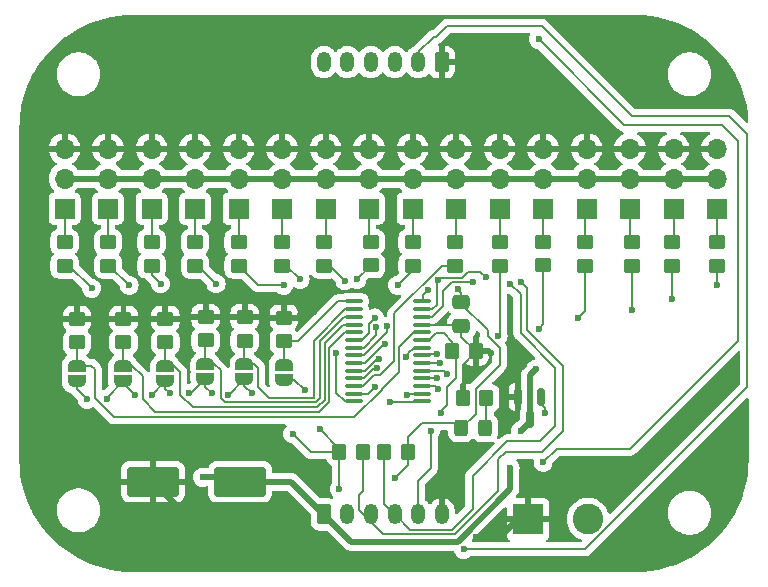
<source format=gbr>
%TF.GenerationSoftware,KiCad,Pcbnew,8.0.2*%
%TF.CreationDate,2025-04-18T13:41:41+02:00*%
%TF.ProjectId,PCA9685 board,50434139-3638-4352-9062-6f6172642e6b,rev?*%
%TF.SameCoordinates,Original*%
%TF.FileFunction,Copper,L1,Top*%
%TF.FilePolarity,Positive*%
%FSLAX46Y46*%
G04 Gerber Fmt 4.6, Leading zero omitted, Abs format (unit mm)*
G04 Created by KiCad (PCBNEW 8.0.2) date 2025-04-18 13:41:41*
%MOMM*%
%LPD*%
G01*
G04 APERTURE LIST*
G04 Aperture macros list*
%AMRoundRect*
0 Rectangle with rounded corners*
0 $1 Rounding radius*
0 $2 $3 $4 $5 $6 $7 $8 $9 X,Y pos of 4 corners*
0 Add a 4 corners polygon primitive as box body*
4,1,4,$2,$3,$4,$5,$6,$7,$8,$9,$2,$3,0*
0 Add four circle primitives for the rounded corners*
1,1,$1+$1,$2,$3*
1,1,$1+$1,$4,$5*
1,1,$1+$1,$6,$7*
1,1,$1+$1,$8,$9*
0 Add four rect primitives between the rounded corners*
20,1,$1+$1,$2,$3,$4,$5,0*
20,1,$1+$1,$4,$5,$6,$7,0*
20,1,$1+$1,$6,$7,$8,$9,0*
20,1,$1+$1,$8,$9,$2,$3,0*%
%AMFreePoly0*
4,1,19,0.500000,-0.750000,0.000000,-0.750000,0.000000,-0.744911,-0.071157,-0.744911,-0.207708,-0.704816,-0.327430,-0.627875,-0.420627,-0.520320,-0.479746,-0.390866,-0.500000,-0.250000,-0.500000,0.250000,-0.479746,0.390866,-0.420627,0.520320,-0.327430,0.627875,-0.207708,0.704816,-0.071157,0.744911,0.000000,0.744911,0.000000,0.750000,0.500000,0.750000,0.500000,-0.750000,0.500000,-0.750000,
$1*%
%AMFreePoly1*
4,1,19,0.000000,0.744911,0.071157,0.744911,0.207708,0.704816,0.327430,0.627875,0.420627,0.520320,0.479746,0.390866,0.500000,0.250000,0.500000,-0.250000,0.479746,-0.390866,0.420627,-0.520320,0.327430,-0.627875,0.207708,-0.704816,0.071157,-0.744911,0.000000,-0.744911,0.000000,-0.750000,-0.500000,-0.750000,-0.500000,0.750000,0.000000,0.750000,0.000000,0.744911,0.000000,0.744911,
$1*%
G04 Aperture macros list end*
%TA.AperFunction,SMDPad,CuDef*%
%ADD10RoundRect,0.250000X1.950000X1.000000X-1.950000X1.000000X-1.950000X-1.000000X1.950000X-1.000000X0*%
%TD*%
%TA.AperFunction,SMDPad,CuDef*%
%ADD11RoundRect,0.250000X-0.450000X0.350000X-0.450000X-0.350000X0.450000X-0.350000X0.450000X0.350000X0*%
%TD*%
%TA.AperFunction,SMDPad,CuDef*%
%ADD12FreePoly0,90.000000*%
%TD*%
%TA.AperFunction,SMDPad,CuDef*%
%ADD13FreePoly1,90.000000*%
%TD*%
%TA.AperFunction,ComponentPad*%
%ADD14R,1.700000X1.700000*%
%TD*%
%TA.AperFunction,ComponentPad*%
%ADD15O,1.700000X1.700000*%
%TD*%
%TA.AperFunction,SMDPad,CuDef*%
%ADD16RoundRect,0.250000X0.325000X0.450000X-0.325000X0.450000X-0.325000X-0.450000X0.325000X-0.450000X0*%
%TD*%
%TA.AperFunction,SMDPad,CuDef*%
%ADD17RoundRect,0.100000X-0.637500X-0.100000X0.637500X-0.100000X0.637500X0.100000X-0.637500X0.100000X0*%
%TD*%
%TA.AperFunction,SMDPad,CuDef*%
%ADD18RoundRect,0.150000X-0.150000X0.587500X-0.150000X-0.587500X0.150000X-0.587500X0.150000X0.587500X0*%
%TD*%
%TA.AperFunction,ComponentPad*%
%ADD19RoundRect,0.250000X-0.350000X-0.625000X0.350000X-0.625000X0.350000X0.625000X-0.350000X0.625000X0*%
%TD*%
%TA.AperFunction,ComponentPad*%
%ADD20O,1.200000X1.750000*%
%TD*%
%TA.AperFunction,ComponentPad*%
%ADD21RoundRect,0.250000X0.350000X0.625000X-0.350000X0.625000X-0.350000X-0.625000X0.350000X-0.625000X0*%
%TD*%
%TA.AperFunction,SMDPad,CuDef*%
%ADD22RoundRect,0.250000X-0.350000X-0.450000X0.350000X-0.450000X0.350000X0.450000X-0.350000X0.450000X0*%
%TD*%
%TA.AperFunction,SMDPad,CuDef*%
%ADD23RoundRect,0.250000X0.350000X0.450000X-0.350000X0.450000X-0.350000X-0.450000X0.350000X-0.450000X0*%
%TD*%
%TA.AperFunction,ComponentPad*%
%ADD24R,2.600000X2.600000*%
%TD*%
%TA.AperFunction,ComponentPad*%
%ADD25C,2.600000*%
%TD*%
%TA.AperFunction,SMDPad,CuDef*%
%ADD26RoundRect,0.250000X-0.475000X0.337500X-0.475000X-0.337500X0.475000X-0.337500X0.475000X0.337500X0*%
%TD*%
%TA.AperFunction,ViaPad*%
%ADD27C,0.600000*%
%TD*%
%TA.AperFunction,Conductor*%
%ADD28C,0.200000*%
%TD*%
%TA.AperFunction,Conductor*%
%ADD29C,0.500000*%
%TD*%
G04 APERTURE END LIST*
D10*
%TO.P,C2,1*%
%TO.N,+5V*%
X153433000Y-150749000D03*
%TO.P,C2,2*%
%TO.N,GND*%
X146033000Y-150749000D03*
%TD*%
D11*
%TO.P,R22,1*%
%TO.N,Net-(M12-PWM)*%
X153289000Y-130445000D03*
%TO.P,R22,2*%
%TO.N,PWM12*%
X153289000Y-132445000D03*
%TD*%
%TO.P,R23,1*%
%TO.N,Net-(M13-PWM)*%
X149606000Y-130445000D03*
%TO.P,R23,2*%
%TO.N,PWM13*%
X149606000Y-132445000D03*
%TD*%
D12*
%TO.P,JP1,1,A*%
%TO.N,VCC*%
X157099000Y-142143000D03*
D13*
%TO.P,JP1,2,B*%
%TO.N,A0*%
X157099000Y-140843000D03*
%TD*%
D11*
%TO.P,R11,1*%
%TO.N,Net-(M1-PWM)*%
X193802000Y-130445000D03*
%TO.P,R11,2*%
%TO.N,PWM1*%
X193802000Y-132445000D03*
%TD*%
%TO.P,R16,1*%
%TO.N,Net-(M6-PWM)*%
X175387000Y-130445000D03*
%TO.P,R16,2*%
%TO.N,PWM6*%
X175387000Y-132445000D03*
%TD*%
D14*
%TO.P,M12,1,PWM*%
%TO.N,Net-(M12-PWM)*%
X153289000Y-127635000D03*
D15*
%TO.P,M12,2,+*%
%TO.N,+5V*%
X153289000Y-125095000D03*
%TO.P,M12,3,-*%
%TO.N,GND*%
X153289000Y-122555000D03*
%TD*%
D12*
%TO.P,JP3,1,A*%
%TO.N,VCC*%
X150471000Y-142074000D03*
D13*
%TO.P,JP3,2,B*%
%TO.N,A2*%
X150471000Y-140774000D03*
%TD*%
D11*
%TO.P,R18,1*%
%TO.N,Net-(M8-PWM)*%
X168021000Y-130445000D03*
%TO.P,R18,2*%
%TO.N,PWM8*%
X168021000Y-132445000D03*
%TD*%
D16*
%TO.P,D1,1,K*%
%TO.N,Net-(D1-K)*%
X174176000Y-146207000D03*
%TO.P,D1,2,A*%
%TO.N,VCC*%
X172126000Y-146207000D03*
%TD*%
D11*
%TO.P,R20,1*%
%TO.N,Net-(M10-PWM)*%
X160528000Y-130445000D03*
%TO.P,R20,2*%
%TO.N,PWM10*%
X160528000Y-132445000D03*
%TD*%
%TO.P,R21,1*%
%TO.N,Net-(M11-PWM)*%
X156972000Y-130445000D03*
%TO.P,R21,2*%
%TO.N,PWM11*%
X156972000Y-132445000D03*
%TD*%
%TO.P,R19,1*%
%TO.N,Net-(M9-PWM)*%
X164465000Y-130429000D03*
%TO.P,R19,2*%
%TO.N,PWM9*%
X164465000Y-132429000D03*
%TD*%
%TO.P,R26,1*%
%TO.N,Net-(M16-PWM)*%
X138557000Y-130445000D03*
%TO.P,R26,2*%
%TO.N,PWM16*%
X138557000Y-132445000D03*
%TD*%
D14*
%TO.P,M4,1,PWM*%
%TO.N,Net-(M4-PWM)*%
X182753000Y-127635000D03*
D15*
%TO.P,M4,2,+*%
%TO.N,+5V*%
X182753000Y-125095000D03*
%TO.P,M4,3,-*%
%TO.N,GND*%
X182753000Y-122555000D03*
%TD*%
D12*
%TO.P,JP2,1,A*%
%TO.N,VCC*%
X153779000Y-142090000D03*
D13*
%TO.P,JP2,2,B*%
%TO.N,A1*%
X153779000Y-140790000D03*
%TD*%
D14*
%TO.P,M8,1,PWM*%
%TO.N,Net-(M8-PWM)*%
X168021000Y-127635000D03*
D15*
%TO.P,M8,2,+*%
%TO.N,+5V*%
X168021000Y-125095000D03*
%TO.P,M8,3,-*%
%TO.N,GND*%
X168021000Y-122555000D03*
%TD*%
D11*
%TO.P,R5,1*%
%TO.N,GND*%
X150495000Y-136779000D03*
%TO.P,R5,2*%
%TO.N,A2*%
X150495000Y-138779000D03*
%TD*%
%TO.P,R15,1*%
%TO.N,Net-(M5-PWM)*%
X179070000Y-130429000D03*
%TO.P,R15,2*%
%TO.N,PWM5*%
X179070000Y-132429000D03*
%TD*%
D17*
%TO.P,U1,1,A0*%
%TO.N,A0*%
X163058000Y-135486000D03*
%TO.P,U1,2,A1*%
%TO.N,A1*%
X163058000Y-136136000D03*
%TO.P,U1,3,A2*%
%TO.N,A2*%
X163058000Y-136786000D03*
%TO.P,U1,4,A3*%
%TO.N,A3*%
X163058000Y-137436000D03*
%TO.P,U1,5,A4*%
%TO.N,A4*%
X163058000Y-138086000D03*
%TO.P,U1,6,LED0*%
%TO.N,PWM1*%
X163058000Y-138736000D03*
%TO.P,U1,7,LED1*%
%TO.N,PWM2*%
X163058000Y-139386000D03*
%TO.P,U1,8,LED2*%
%TO.N,PWM3*%
X163058000Y-140036000D03*
%TO.P,U1,9,LED3*%
%TO.N,PWM4*%
X163058000Y-140686000D03*
%TO.P,U1,10,LED4*%
%TO.N,PWM5*%
X163058000Y-141336000D03*
%TO.P,U1,11,LED5*%
%TO.N,PWM6*%
X163058000Y-141986000D03*
%TO.P,U1,12,LED6*%
%TO.N,PWM7*%
X163058000Y-142636000D03*
%TO.P,U1,13,LED7*%
%TO.N,PWM8*%
X163058000Y-143286000D03*
%TO.P,U1,14,VSS*%
%TO.N,GND*%
X163058000Y-143936000D03*
%TO.P,U1,15,LED8*%
%TO.N,PWM9*%
X168783000Y-143936000D03*
%TO.P,U1,16,LED9*%
%TO.N,PWM10*%
X168783000Y-143286000D03*
%TO.P,U1,17,LED10*%
%TO.N,PWM11*%
X168783000Y-142636000D03*
%TO.P,U1,18,LED11*%
%TO.N,PWM12*%
X168783000Y-141986000D03*
%TO.P,U1,19,LED12*%
%TO.N,PWM13*%
X168783000Y-141336000D03*
%TO.P,U1,20,LED13*%
%TO.N,PWM14*%
X168783000Y-140686000D03*
%TO.P,U1,21,LED14*%
%TO.N,PWM15*%
X168783000Y-140036000D03*
%TO.P,U1,22,LED15*%
%TO.N,PWM16*%
X168783000Y-139386000D03*
%TO.P,U1,23,~{OE}*%
%TO.N,OE*%
X168783000Y-138736000D03*
%TO.P,U1,24,A5*%
%TO.N,A5*%
X168783000Y-138086000D03*
%TO.P,U1,25,EXTCLK*%
%TO.N,GND*%
X168783000Y-137436000D03*
%TO.P,U1,26,SCL*%
%TO.N,SCL*%
X168783000Y-136786000D03*
%TO.P,U1,27,SDA*%
%TO.N,SDA*%
X168783000Y-136136000D03*
%TO.P,U1,28,VDD*%
%TO.N,VCC*%
X168783000Y-135486000D03*
%TD*%
D12*
%TO.P,JP6,1,A*%
%TO.N,VCC*%
X139573000Y-142240000D03*
D13*
%TO.P,JP6,2,B*%
%TO.N,A5*%
X139573000Y-140940000D03*
%TD*%
D14*
%TO.P,M9,1,PWM*%
%TO.N,Net-(M9-PWM)*%
X164338000Y-127620000D03*
D15*
%TO.P,M9,2,+*%
%TO.N,+5V*%
X164338000Y-125080000D03*
%TO.P,M9,3,-*%
%TO.N,GND*%
X164338000Y-122540000D03*
%TD*%
D14*
%TO.P,M2,1,PWM*%
%TO.N,Net-(M2-PWM)*%
X190119000Y-127635000D03*
D15*
%TO.P,M2,2,+*%
%TO.N,+5V*%
X190119000Y-125095000D03*
%TO.P,M2,3,-*%
%TO.N,GND*%
X190119000Y-122555000D03*
%TD*%
D18*
%TO.P,Q2,1,D*%
%TO.N,Net-(J1-Pin_2)*%
X178877000Y-143540000D03*
%TO.P,Q2,2,G*%
%TO.N,GND*%
X176977000Y-143540000D03*
%TO.P,Q2,3,S*%
%TO.N,+5V*%
X177927000Y-145415000D03*
%TD*%
D11*
%TO.P,R3,1*%
%TO.N,GND*%
X143546000Y-136945000D03*
%TO.P,R3,2*%
%TO.N,A4*%
X143546000Y-138945000D03*
%TD*%
%TO.P,R24,1*%
%TO.N,Net-(M14-PWM)*%
X145923000Y-130445000D03*
%TO.P,R24,2*%
%TO.N,PWM14*%
X145923000Y-132445000D03*
%TD*%
D14*
%TO.P,M7,1,PWM*%
%TO.N,Net-(M7-PWM)*%
X171704000Y-127635000D03*
D15*
%TO.P,M7,2,+*%
%TO.N,+5V*%
X171704000Y-125095000D03*
%TO.P,M7,3,-*%
%TO.N,GND*%
X171704000Y-122555000D03*
%TD*%
D11*
%TO.P,R17,1*%
%TO.N,Net-(M7-PWM)*%
X171577000Y-130445000D03*
%TO.P,R17,2*%
%TO.N,PWM7*%
X171577000Y-132445000D03*
%TD*%
D19*
%TO.P,J2,1,Pin_1*%
%TO.N,+5V*%
X160497000Y-153506000D03*
D20*
%TO.P,J2,2,Pin_2*%
%TO.N,VCC*%
X162497000Y-153506000D03*
%TO.P,J2,3,Pin_3*%
%TO.N,SDA*%
X164497000Y-153506000D03*
%TO.P,J2,4,Pin_4*%
%TO.N,SCL*%
X166497000Y-153506000D03*
%TO.P,J2,5,Pin_5*%
%TO.N,OE*%
X168497000Y-153506000D03*
%TO.P,J2,6,Pin_6*%
%TO.N,GND*%
X170497000Y-153506000D03*
%TD*%
D11*
%TO.P,R25,1*%
%TO.N,Net-(M15-PWM)*%
X142240000Y-130445000D03*
%TO.P,R25,2*%
%TO.N,PWM15*%
X142240000Y-132445000D03*
%TD*%
D14*
%TO.P,M15,1,PWM*%
%TO.N,Net-(M15-PWM)*%
X142240000Y-127620000D03*
D15*
%TO.P,M15,2,+*%
%TO.N,+5V*%
X142240000Y-125080000D03*
%TO.P,M15,3,-*%
%TO.N,GND*%
X142240000Y-122540000D03*
%TD*%
D14*
%TO.P,M3,1,PWM*%
%TO.N,Net-(M3-PWM)*%
X186436000Y-127635000D03*
D15*
%TO.P,M3,2,+*%
%TO.N,+5V*%
X186436000Y-125095000D03*
%TO.P,M3,3,-*%
%TO.N,GND*%
X186436000Y-122555000D03*
%TD*%
D11*
%TO.P,R12,1*%
%TO.N,Net-(M2-PWM)*%
X189992000Y-130445000D03*
%TO.P,R12,2*%
%TO.N,PWM2*%
X189992000Y-132445000D03*
%TD*%
%TO.P,R14,1*%
%TO.N,Net-(M4-PWM)*%
X182626000Y-130445000D03*
%TO.P,R14,2*%
%TO.N,PWM4*%
X182626000Y-132445000D03*
%TD*%
%TO.P,R7,1*%
%TO.N,GND*%
X157111000Y-136848000D03*
%TO.P,R7,2*%
%TO.N,A0*%
X157111000Y-138848000D03*
%TD*%
%TO.P,R4,1*%
%TO.N,GND*%
X147096000Y-136945000D03*
%TO.P,R4,2*%
%TO.N,A3*%
X147096000Y-138945000D03*
%TD*%
D14*
%TO.P,M13,1,PWM*%
%TO.N,Net-(M13-PWM)*%
X149606000Y-127635000D03*
D15*
%TO.P,M13,2,+*%
%TO.N,+5V*%
X149606000Y-125095000D03*
%TO.P,M13,3,-*%
%TO.N,GND*%
X149606000Y-122555000D03*
%TD*%
D14*
%TO.P,M10,1,PWM*%
%TO.N,Net-(M10-PWM)*%
X160655000Y-127635000D03*
D15*
%TO.P,M10,2,+*%
%TO.N,+5V*%
X160655000Y-125095000D03*
%TO.P,M10,3,-*%
%TO.N,GND*%
X160655000Y-122555000D03*
%TD*%
D14*
%TO.P,M16,1,PWM*%
%TO.N,Net-(M16-PWM)*%
X138557000Y-127635000D03*
D15*
%TO.P,M16,2,+*%
%TO.N,+5V*%
X138557000Y-125095000D03*
%TO.P,M16,3,-*%
%TO.N,GND*%
X138557000Y-122555000D03*
%TD*%
D14*
%TO.P,M11,1,PWM*%
%TO.N,Net-(M11-PWM)*%
X156972000Y-127635000D03*
D15*
%TO.P,M11,2,+*%
%TO.N,+5V*%
X156972000Y-125095000D03*
%TO.P,M11,3,-*%
%TO.N,GND*%
X156972000Y-122555000D03*
%TD*%
D11*
%TO.P,R13,1*%
%TO.N,Net-(M3-PWM)*%
X186563000Y-130445000D03*
%TO.P,R13,2*%
%TO.N,PWM3*%
X186563000Y-132445000D03*
%TD*%
D14*
%TO.P,M14,1,PWM*%
%TO.N,Net-(M14-PWM)*%
X145923000Y-127620000D03*
D15*
%TO.P,M14,2,+*%
%TO.N,+5V*%
X145923000Y-125080000D03*
%TO.P,M14,3,-*%
%TO.N,GND*%
X145923000Y-122540000D03*
%TD*%
D21*
%TO.P,J3,1,Pin_1*%
%TO.N,GND*%
X170497000Y-115226000D03*
D20*
%TO.P,J3,2,Pin_2*%
%TO.N,OE*%
X168497000Y-115226000D03*
%TO.P,J3,3,Pin_3*%
%TO.N,SCL*%
X166497000Y-115226000D03*
%TO.P,J3,4,Pin_4*%
%TO.N,SDA*%
X164497000Y-115226000D03*
%TO.P,J3,5,Pin_5*%
%TO.N,VCC*%
X162497000Y-115226000D03*
%TO.P,J3,6,Pin_6*%
%TO.N,+5V*%
X160497000Y-115226000D03*
%TD*%
D14*
%TO.P,M1,1,PWM*%
%TO.N,Net-(M1-PWM)*%
X193802000Y-127635000D03*
D15*
%TO.P,M1,2,+*%
%TO.N,+5V*%
X193802000Y-125095000D03*
%TO.P,M1,3,-*%
%TO.N,GND*%
X193802000Y-122555000D03*
%TD*%
D22*
%TO.P,R1,1*%
%TO.N,OE*%
X171397500Y-139711000D03*
%TO.P,R1,2*%
%TO.N,GND*%
X173397500Y-139711000D03*
%TD*%
D23*
%TO.P,R9,1*%
%TO.N,VCC*%
X167624000Y-148209000D03*
%TO.P,R9,2*%
%TO.N,SCL*%
X165624000Y-148209000D03*
%TD*%
D12*
%TO.P,JP5,1,A*%
%TO.N,VCC*%
X143510000Y-142240000D03*
D13*
%TO.P,JP5,2,B*%
%TO.N,A4*%
X143510000Y-140940000D03*
%TD*%
D11*
%TO.P,R2,1*%
%TO.N,GND*%
X139615000Y-136945000D03*
%TO.P,R2,2*%
%TO.N,A5*%
X139615000Y-138945000D03*
%TD*%
D22*
%TO.P,R8,1*%
%TO.N,VCC*%
X161814000Y-148209000D03*
%TO.P,R8,2*%
%TO.N,SDA*%
X163814000Y-148209000D03*
%TD*%
D12*
%TO.P,JP4,1,A*%
%TO.N,VCC*%
X147066000Y-142240000D03*
D13*
%TO.P,JP4,2,B*%
%TO.N,A3*%
X147066000Y-140940000D03*
%TD*%
D24*
%TO.P,J1,1,Pin_1*%
%TO.N,GND*%
X177800000Y-153924000D03*
D25*
%TO.P,J1,2,Pin_2*%
%TO.N,Net-(J1-Pin_2)*%
X182880000Y-153924000D03*
%TD*%
D14*
%TO.P,M6,1,PWM*%
%TO.N,Net-(M6-PWM)*%
X175387000Y-127620000D03*
D15*
%TO.P,M6,2,+*%
%TO.N,+5V*%
X175387000Y-125080000D03*
%TO.P,M6,3,-*%
%TO.N,GND*%
X175387000Y-122540000D03*
%TD*%
D11*
%TO.P,R6,1*%
%TO.N,GND*%
X153797000Y-136795000D03*
%TO.P,R6,2*%
%TO.N,A1*%
X153797000Y-138795000D03*
%TD*%
D26*
%TO.P,C1,1*%
%TO.N,VCC*%
X172143500Y-135498500D03*
%TO.P,C1,2*%
%TO.N,GND*%
X172143500Y-137573500D03*
%TD*%
D14*
%TO.P,M5,1,PWM*%
%TO.N,Net-(M5-PWM)*%
X179070000Y-127635000D03*
D15*
%TO.P,M5,2,+*%
%TO.N,+5V*%
X179070000Y-125095000D03*
%TO.P,M5,3,-*%
%TO.N,GND*%
X179070000Y-122555000D03*
%TD*%
D22*
%TO.P,R10,1*%
%TO.N,GND*%
X172278000Y-143667000D03*
%TO.P,R10,2*%
%TO.N,Net-(D1-K)*%
X174278000Y-143667000D03*
%TD*%
D27*
%TO.N,VCC*%
X140462000Y-143764000D03*
X152400000Y-143383000D03*
X166497000Y-150460000D03*
X142113000Y-143764000D03*
X178689000Y-113284000D03*
X149098000Y-143256000D03*
X160147000Y-146304000D03*
X144526000Y-143383000D03*
X169291000Y-134528000D03*
X151003000Y-143256000D03*
X161814000Y-151384000D03*
X158877000Y-143002000D03*
X171831000Y-134458000D03*
X154432000Y-143256000D03*
X179070000Y-149098000D03*
X147447000Y-143256000D03*
X157861000Y-146685000D03*
X145923000Y-143383000D03*
%TO.N,GND*%
X174879000Y-157607000D03*
X173349529Y-155448000D03*
X174625000Y-139827000D03*
X159639000Y-136398000D03*
X161579093Y-139827000D03*
X176911000Y-141986000D03*
%TO.N,+5V*%
X176276000Y-149613771D03*
X177165000Y-146431000D03*
X178435000Y-141224000D03*
X150241000Y-150368000D03*
%TO.N,Net-(J1-Pin_2)*%
X179197000Y-144907000D03*
%TO.N,SDA*%
X177165000Y-133858000D03*
X174204903Y-133420000D03*
X170137180Y-133674393D03*
%TO.N,OE*%
X170434000Y-144907000D03*
X172339000Y-156464000D03*
X169545000Y-146466000D03*
%TO.N,SCL*%
X173101000Y-133858000D03*
X176276000Y-134020000D03*
%TO.N,PWM1*%
X193802000Y-134112000D03*
X164825765Y-136885765D03*
%TO.N,PWM2*%
X189992000Y-135255000D03*
X164938000Y-137685629D03*
%TO.N,PWM3*%
X186563000Y-136236000D03*
X165871438Y-137600721D03*
%TO.N,PWM4*%
X181991000Y-136906000D03*
X165651265Y-139108265D03*
%TO.N,PWM5*%
X165206765Y-140314765D03*
X178689000Y-137795000D03*
%TO.N,PWM6*%
X175260000Y-138430000D03*
X165024527Y-141132000D03*
%TO.N,PWM8*%
X166751000Y-134112000D03*
X164820012Y-142722012D03*
%TO.N,PWM9*%
X166116000Y-144018000D03*
X163322000Y-133604000D03*
%TO.N,PWM10*%
X167513000Y-143418000D03*
X162306000Y-133731000D03*
%TO.N,PWM11*%
X170180000Y-142875000D03*
X158496000Y-133604000D03*
%TO.N,PWM12*%
X170053000Y-141986000D03*
X157099000Y-134112000D03*
%TO.N,PWM13*%
X151384000Y-133985000D03*
X170942000Y-141605000D03*
%TO.N,PWM14*%
X146685000Y-133985000D03*
X170307000Y-140716000D03*
%TO.N,PWM15*%
X144018000Y-134112000D03*
X170053000Y-139926882D03*
%TO.N,PWM16*%
X140843000Y-134366000D03*
X167497000Y-140208000D03*
%TD*%
D28*
%TO.N,VCC*%
X171715000Y-145796000D02*
X168783000Y-145796000D01*
X153779000Y-142603000D02*
X153779000Y-142090000D01*
X149289000Y-143256000D02*
X150471000Y-142074000D01*
X142113000Y-143764000D02*
X142113000Y-143637000D01*
X142113000Y-143637000D02*
X143510000Y-142240000D01*
X171831000Y-134458000D02*
X172143500Y-134770500D01*
X174371000Y-137922000D02*
X174371000Y-138389529D01*
X168795500Y-135498500D02*
X168783000Y-135486000D01*
X175387000Y-140843000D02*
X173355000Y-142875000D01*
X168783000Y-145796000D02*
X167624000Y-146955000D01*
X158018000Y-142143000D02*
X157099000Y-142143000D01*
X150471000Y-142724000D02*
X150471000Y-142074000D01*
X147447000Y-143256000D02*
X147066000Y-142875000D01*
X195580000Y-138811000D02*
X195580000Y-121920000D01*
X145923000Y-143383000D02*
X147066000Y-142240000D01*
X161814000Y-148209000D02*
X161814000Y-147971000D01*
X185928000Y-120523000D02*
X178689000Y-113284000D01*
X149098000Y-143256000D02*
X149289000Y-143256000D01*
X172143500Y-134770500D02*
X172143500Y-135498500D01*
X195580000Y-121920000D02*
X194183000Y-120523000D01*
X152400000Y-143383000D02*
X152486000Y-143383000D01*
X194183000Y-120523000D02*
X185928000Y-120523000D01*
X147066000Y-142875000D02*
X147066000Y-142240000D01*
X154432000Y-143256000D02*
X153779000Y-142603000D01*
X161814000Y-151384000D02*
X161814000Y-148209000D01*
X173355000Y-142875000D02*
X173355000Y-144978000D01*
X172143500Y-135498500D02*
X172143500Y-135694500D01*
X169291000Y-134528000D02*
X168910000Y-134909000D01*
X139573000Y-142875000D02*
X140462000Y-143764000D01*
X152486000Y-143383000D02*
X153779000Y-142090000D01*
X159385000Y-148209000D02*
X161814000Y-148209000D01*
X167624000Y-149333000D02*
X167624000Y-148209000D01*
X179070000Y-149098000D02*
X180213000Y-147955000D01*
X143510000Y-142240000D02*
X143510000Y-142367000D01*
X173355000Y-144978000D02*
X172126000Y-146207000D01*
X186436000Y-147955000D02*
X195580000Y-138811000D01*
X161814000Y-147971000D02*
X160147000Y-146304000D01*
X180213000Y-147955000D02*
X186436000Y-147955000D01*
X143510000Y-142367000D02*
X144526000Y-143383000D01*
X174371000Y-138389529D02*
X175387000Y-139405529D01*
X168910000Y-135359000D02*
X168783000Y-135486000D01*
X172126000Y-146207000D02*
X171715000Y-145796000D01*
X139573000Y-142240000D02*
X139573000Y-142875000D01*
X172143500Y-135694500D02*
X174371000Y-137922000D01*
X166497000Y-150460000D02*
X167624000Y-149333000D01*
X151003000Y-143256000D02*
X150471000Y-142724000D01*
X167624000Y-146955000D02*
X167624000Y-148209000D01*
X175387000Y-139405529D02*
X175387000Y-140843000D01*
X157861000Y-146685000D02*
X159385000Y-148209000D01*
X168910000Y-134909000D02*
X168910000Y-135359000D01*
X158877000Y-143002000D02*
X158018000Y-142143000D01*
%TO.N,GND*%
X163058000Y-143936000D02*
X162320501Y-143936000D01*
X176911000Y-143474000D02*
X176977000Y-143540000D01*
X174509000Y-139711000D02*
X174625000Y-139827000D01*
D29*
X160497000Y-122397000D02*
X160655000Y-122555000D01*
D28*
X176911000Y-141986000D02*
X176911000Y-143474000D01*
X158496000Y-136398000D02*
X158046000Y-136848000D01*
X172278000Y-140830500D02*
X173397500Y-139711000D01*
X161579093Y-143194592D02*
X161579093Y-139827000D01*
X168783000Y-137436000D02*
X172006000Y-137436000D01*
X173397500Y-139711000D02*
X174509000Y-139711000D01*
X172143500Y-137573500D02*
X172143500Y-138457000D01*
D29*
X175387000Y-155448000D02*
X173349529Y-155448000D01*
D28*
X158496000Y-136398000D02*
X159639000Y-136398000D01*
X172006000Y-137436000D02*
X172143500Y-137573500D01*
X172143500Y-138457000D02*
X173397500Y-139711000D01*
D29*
X170497000Y-115226000D02*
X172826000Y-115226000D01*
X177800000Y-153924000D02*
X176911000Y-153924000D01*
D28*
X158046000Y-136848000D02*
X157111000Y-136848000D01*
D29*
X175387000Y-117787000D02*
X175387000Y-122540000D01*
D28*
X162320501Y-143936000D02*
X161579093Y-143194592D01*
X172278000Y-143667000D02*
X172278000Y-140830500D01*
D29*
X152891000Y-157607000D02*
X174879000Y-157607000D01*
X176911000Y-153924000D02*
X175387000Y-155448000D01*
X146033000Y-150749000D02*
X152891000Y-157607000D01*
X172826000Y-115226000D02*
X175387000Y-117787000D01*
X138557000Y-122555000D02*
X193802000Y-122555000D01*
%TO.N,+5V*%
X157740000Y-150749000D02*
X153433000Y-150749000D01*
X162820000Y-155829000D02*
X157740000Y-150749000D01*
X138557000Y-125095000D02*
X193802000Y-125095000D01*
X177927000Y-145669000D02*
X177165000Y-146431000D01*
X150241000Y-150368000D02*
X153052000Y-150368000D01*
X153052000Y-150368000D02*
X153433000Y-150749000D01*
X177927000Y-145415000D02*
X177927000Y-145669000D01*
X171831000Y-155829000D02*
X162820000Y-155829000D01*
X176276000Y-149613771D02*
X176276000Y-151384000D01*
X177927000Y-145415000D02*
X177927000Y-141732000D01*
X176276000Y-151384000D02*
X171831000Y-155829000D01*
X177927000Y-141732000D02*
X178435000Y-141224000D01*
D28*
%TO.N,Net-(D1-K)*%
X174278000Y-143667000D02*
X174278000Y-146105000D01*
X174278000Y-146105000D02*
X174176000Y-146207000D01*
%TO.N,Net-(J1-Pin_2)*%
X179197000Y-144526000D02*
X178877000Y-144206000D01*
X179197000Y-144907000D02*
X179197000Y-144526000D01*
X178877000Y-144206000D02*
X178877000Y-143540000D01*
%TO.N,SDA*%
X180721000Y-140970000D02*
X177673000Y-137922000D01*
X164497000Y-115983000D02*
X164497000Y-115226000D01*
X169680000Y-136136000D02*
X168783000Y-136136000D01*
X175260000Y-151511000D02*
X175260000Y-148844000D01*
X175895000Y-148209000D02*
X178943000Y-148209000D01*
X175260000Y-148844000D02*
X175895000Y-148209000D01*
X171577000Y-155194000D02*
X175260000Y-151511000D01*
X173753903Y-132969000D02*
X174204903Y-133420000D01*
X170053000Y-133758573D02*
X170053000Y-135763000D01*
X170137180Y-133674393D02*
X170053000Y-133758573D01*
X163814000Y-148209000D02*
X163814000Y-151506000D01*
X163814000Y-151506000D02*
X163465000Y-151855000D01*
X177673000Y-137922000D02*
X177673000Y-134366000D01*
X177673000Y-134366000D02*
X177165000Y-133858000D01*
X180721000Y-146431000D02*
X180721000Y-140970000D01*
X178943000Y-148209000D02*
X180721000Y-146431000D01*
X172231000Y-133458000D02*
X172720000Y-132969000D01*
X163465000Y-153178000D02*
X165481000Y-155194000D01*
X172720000Y-132969000D02*
X173753903Y-132969000D01*
X165481000Y-155194000D02*
X171577000Y-155194000D01*
X170053000Y-135763000D02*
X169680000Y-136136000D01*
X163465000Y-151855000D02*
X163465000Y-153178000D01*
X170137180Y-133674393D02*
X170353573Y-133458000D01*
X170353573Y-133458000D02*
X172231000Y-133458000D01*
%TO.N,OE*%
X186563000Y-119761000D02*
X178943000Y-112141000D01*
X196377000Y-121320000D02*
X194818000Y-119761000D01*
X169545000Y-149606000D02*
X168497000Y-150654000D01*
X196377000Y-142689742D02*
X196377000Y-121320000D01*
X171704000Y-140017500D02*
X171397500Y-139711000D01*
X169545000Y-146466000D02*
X169545000Y-149606000D01*
X170942000Y-142748000D02*
X171704000Y-141986000D01*
X194818000Y-119761000D02*
X186563000Y-119761000D01*
X171397500Y-138885500D02*
X170688000Y-138176000D01*
X182602742Y-156464000D02*
X196377000Y-142689742D01*
X169800000Y-113100000D02*
X170000000Y-113100000D01*
X169438956Y-138736000D02*
X168783000Y-138736000D01*
X170688000Y-138176000D02*
X169998956Y-138176000D01*
X168497000Y-150654000D02*
X168497000Y-153016000D01*
X168497000Y-114403000D02*
X169800000Y-113100000D01*
X172339000Y-156464000D02*
X182602742Y-156464000D01*
X170000000Y-113100000D02*
X170959000Y-112141000D01*
X168497000Y-115226000D02*
X168497000Y-114403000D01*
X169998956Y-138176000D02*
X169438956Y-138736000D01*
X170942000Y-144272000D02*
X170942000Y-142748000D01*
X171397500Y-139711000D02*
X171397500Y-138885500D01*
X170959000Y-112141000D02*
X178943000Y-112141000D01*
X170434000Y-144780000D02*
X170942000Y-144272000D01*
X171704000Y-141986000D02*
X171704000Y-140017500D01*
X170434000Y-144907000D02*
X170434000Y-144780000D01*
%TO.N,SCL*%
X177165000Y-134891500D02*
X177165000Y-138176000D01*
X165624000Y-148209000D02*
X165624000Y-152633000D01*
X170561000Y-134620000D02*
X170561000Y-135890000D01*
X173101000Y-150241000D02*
X173101000Y-153035000D01*
X176022000Y-147320000D02*
X173101000Y-150241000D01*
X177165000Y-138176000D02*
X180086000Y-141097000D01*
X180086000Y-146050000D02*
X178816000Y-147320000D01*
X178816000Y-147320000D02*
X176022000Y-147320000D01*
X169665000Y-136786000D02*
X168783000Y-136786000D01*
X167785000Y-154794000D02*
X166497000Y-153506000D01*
X180086000Y-141097000D02*
X180086000Y-146050000D01*
X176276000Y-134020000D02*
X176293500Y-134020000D01*
X166497000Y-115951000D02*
X166497000Y-115226000D01*
X176293500Y-134020000D02*
X177165000Y-134891500D01*
X173101000Y-133858000D02*
X171323000Y-133858000D01*
X173101000Y-153035000D02*
X171342000Y-154794000D01*
X171342000Y-154794000D02*
X167785000Y-154794000D01*
X165624000Y-152633000D02*
X166497000Y-153506000D01*
X171323000Y-133858000D02*
X170561000Y-134620000D01*
X170561000Y-135890000D02*
X169665000Y-136786000D01*
%TO.N,A0*%
X157099000Y-140843000D02*
X157099000Y-138860000D01*
X157099000Y-138860000D02*
X157111000Y-138848000D01*
X163058000Y-135486000D02*
X161694000Y-135486000D01*
X161694000Y-135486000D02*
X158332000Y-138848000D01*
X158332000Y-138848000D02*
X157111000Y-138848000D01*
%TO.N,A1*%
X159639000Y-143637000D02*
X155829000Y-143637000D01*
X162320501Y-136136000D02*
X159639000Y-138817501D01*
X163058000Y-136136000D02*
X162320501Y-136136000D01*
X154940000Y-142748000D02*
X154940000Y-141097000D01*
X154940000Y-141097000D02*
X154633000Y-140790000D01*
X154633000Y-140790000D02*
X153779000Y-140790000D01*
X155829000Y-143637000D02*
X154940000Y-142748000D01*
X153779000Y-138813000D02*
X153797000Y-138795000D01*
X153779000Y-140790000D02*
X153779000Y-138813000D01*
X159639000Y-138817501D02*
X159639000Y-143637000D01*
%TO.N,A2*%
X151765000Y-141313000D02*
X151226000Y-140774000D01*
X150471000Y-138803000D02*
X150495000Y-138779000D01*
X159804685Y-144037000D02*
X152165000Y-144037000D01*
X150471000Y-140774000D02*
X150471000Y-138803000D01*
X151226000Y-140774000D02*
X150471000Y-140774000D01*
X160179093Y-143662592D02*
X159804685Y-144037000D01*
X160179093Y-138843094D02*
X160179093Y-143662592D01*
X151765000Y-143637000D02*
X151765000Y-141313000D01*
X162236187Y-136786000D02*
X160179093Y-138843094D01*
X163058000Y-136786000D02*
X162236187Y-136786000D01*
X152165000Y-144037000D02*
X151765000Y-143637000D01*
%TO.N,A3*%
X148336000Y-143383000D02*
X148336000Y-141455000D01*
X162157000Y-137436000D02*
X160579093Y-139013907D01*
X160579093Y-139013907D02*
X160579093Y-143828278D01*
X160579093Y-143828278D02*
X159970371Y-144437000D01*
X147066000Y-138975000D02*
X147096000Y-138945000D01*
X147066000Y-140940000D02*
X147066000Y-138975000D01*
X163058000Y-137436000D02*
X162157000Y-137436000D01*
X148336000Y-141455000D02*
X147821000Y-140940000D01*
X159970371Y-144437000D02*
X149390000Y-144437000D01*
X147821000Y-140940000D02*
X147066000Y-140940000D01*
X149390000Y-144437000D02*
X148336000Y-143383000D01*
%TO.N,A4*%
X145161000Y-141836000D02*
X144265000Y-140940000D01*
X162320501Y-138086000D02*
X160979093Y-139427408D01*
X160979093Y-143993964D02*
X160136057Y-144837000D01*
X144265000Y-140940000D02*
X143510000Y-140940000D01*
X145161000Y-143764000D02*
X145161000Y-141836000D01*
X143546000Y-140904000D02*
X143510000Y-140940000D01*
X146234000Y-144837000D02*
X145161000Y-143764000D01*
X143546000Y-138945000D02*
X143546000Y-140904000D01*
X160979093Y-139427408D02*
X160979093Y-143993964D01*
X163058000Y-138086000D02*
X162320501Y-138086000D01*
X160136057Y-144837000D02*
X146234000Y-144837000D01*
%TO.N,A5*%
X168783000Y-138086000D02*
X168127044Y-138086000D01*
X141097000Y-143637000D02*
X141097000Y-141224000D01*
X142748000Y-145288000D02*
X141097000Y-143637000D01*
X165420012Y-142970541D02*
X163102553Y-145288000D01*
X166897000Y-139316044D02*
X166897000Y-141459000D01*
X139615000Y-140898000D02*
X139573000Y-140940000D01*
X165420012Y-142935988D02*
X165420012Y-142970541D01*
X166897000Y-141459000D02*
X165420012Y-142935988D01*
X141097000Y-141224000D02*
X140813000Y-140940000D01*
X168127044Y-138086000D02*
X166897000Y-139316044D01*
X163102553Y-145288000D02*
X142748000Y-145288000D01*
X140813000Y-140940000D02*
X139573000Y-140940000D01*
X139615000Y-138945000D02*
X139615000Y-140898000D01*
%TO.N,Net-(M1-PWM)*%
X193802000Y-127635000D02*
X193802000Y-130445000D01*
%TO.N,Net-(M2-PWM)*%
X190119000Y-127635000D02*
X190119000Y-130318000D01*
X190119000Y-130318000D02*
X189992000Y-130445000D01*
%TO.N,Net-(M3-PWM)*%
X186436000Y-130318000D02*
X186563000Y-130445000D01*
X186436000Y-127635000D02*
X186436000Y-130318000D01*
%TO.N,Net-(M4-PWM)*%
X182626000Y-127762000D02*
X182753000Y-127635000D01*
X182626000Y-130445000D02*
X182626000Y-127762000D01*
%TO.N,Net-(M5-PWM)*%
X179070000Y-127635000D02*
X179070000Y-130429000D01*
%TO.N,Net-(M6-PWM)*%
X175387000Y-127620000D02*
X175387000Y-130445000D01*
%TO.N,Net-(M7-PWM)*%
X171704000Y-130318000D02*
X171577000Y-130445000D01*
X171704000Y-127635000D02*
X171704000Y-130318000D01*
%TO.N,Net-(M8-PWM)*%
X168021000Y-127635000D02*
X168021000Y-130445000D01*
%TO.N,Net-(M9-PWM)*%
X164338000Y-127620000D02*
X164338000Y-130302000D01*
X164338000Y-130302000D02*
X164465000Y-130429000D01*
%TO.N,Net-(M10-PWM)*%
X160655000Y-130318000D02*
X160528000Y-130445000D01*
X160655000Y-127635000D02*
X160655000Y-130318000D01*
%TO.N,Net-(M11-PWM)*%
X156972000Y-127635000D02*
X156972000Y-130445000D01*
%TO.N,Net-(M12-PWM)*%
X153289000Y-127635000D02*
X153289000Y-130445000D01*
%TO.N,Net-(M13-PWM)*%
X149606000Y-127635000D02*
X149606000Y-130445000D01*
%TO.N,Net-(M14-PWM)*%
X145923000Y-127620000D02*
X145923000Y-130445000D01*
%TO.N,Net-(M15-PWM)*%
X142240000Y-127620000D02*
X142240000Y-130445000D01*
%TO.N,Net-(M16-PWM)*%
X138557000Y-127635000D02*
X138557000Y-130445000D01*
%TO.N,PWM1*%
X164825765Y-136885765D02*
X164338000Y-137373530D01*
X193802000Y-132445000D02*
X193802000Y-134112000D01*
X163778000Y-138736000D02*
X163058000Y-138736000D01*
X164338000Y-138176000D02*
X163778000Y-138736000D01*
X164338000Y-137373530D02*
X164338000Y-138176000D01*
%TO.N,PWM2*%
X189992000Y-132445000D02*
X189992000Y-135255000D01*
X163890000Y-139386000D02*
X163058000Y-139386000D01*
X164938000Y-137685629D02*
X164938000Y-138338000D01*
X164938000Y-138338000D02*
X163890000Y-139386000D01*
%TO.N,PWM3*%
X186563000Y-132445000D02*
X186563000Y-136236000D01*
X165871438Y-138039562D02*
X163875000Y-140036000D01*
X163875000Y-140036000D02*
X163058000Y-140036000D01*
X165871438Y-137600721D02*
X165871438Y-138039562D01*
%TO.N,PWM4*%
X181991000Y-136906000D02*
X182626000Y-136271000D01*
X182626000Y-136271000D02*
X182626000Y-132445000D01*
X163987000Y-140686000D02*
X163058000Y-140686000D01*
X165651265Y-139108265D02*
X165564735Y-139108265D01*
X165564735Y-139108265D02*
X163987000Y-140686000D01*
%TO.N,PWM5*%
X164993235Y-140314765D02*
X163972000Y-141336000D01*
X178689000Y-137795000D02*
X179070000Y-137414000D01*
X163972000Y-141336000D02*
X163058000Y-141336000D01*
X179070000Y-137414000D02*
X179070000Y-132429000D01*
X165206765Y-140314765D02*
X164993235Y-140314765D01*
%TO.N,PWM6*%
X165024527Y-141132000D02*
X164741686Y-141132000D01*
X164741686Y-141132000D02*
X163887686Y-141986000D01*
X175387000Y-138303000D02*
X175387000Y-132445000D01*
X175260000Y-138430000D02*
X175387000Y-138303000D01*
X163887686Y-141986000D02*
X163058000Y-141986000D01*
%TO.N,PWM7*%
X163815000Y-142636000D02*
X163058000Y-142636000D01*
X164719000Y-141732000D02*
X163815000Y-142636000D01*
X166471438Y-136491606D02*
X166471438Y-140533618D01*
X166471438Y-140533618D02*
X165273056Y-141732000D01*
X170518044Y-132445000D02*
X166471438Y-136491606D01*
X171577000Y-132445000D02*
X170518044Y-132445000D01*
X165273056Y-141732000D02*
X164719000Y-141732000D01*
%TO.N,PWM8*%
X164820012Y-142722012D02*
X164256024Y-143286000D01*
X168021000Y-132445000D02*
X168021000Y-132842000D01*
X168021000Y-132842000D02*
X166751000Y-134112000D01*
X164256024Y-143286000D02*
X163058000Y-143286000D01*
%TO.N,PWM9*%
X166116000Y-144018000D02*
X168701000Y-144018000D01*
X168701000Y-144018000D02*
X168783000Y-143936000D01*
X164465000Y-132461000D02*
X164465000Y-132429000D01*
X163322000Y-133604000D02*
X164465000Y-132461000D01*
%TO.N,PWM10*%
X167645000Y-143286000D02*
X168783000Y-143286000D01*
X162306000Y-133731000D02*
X161020000Y-132445000D01*
X161020000Y-132445000D02*
X160528000Y-132445000D01*
X167513000Y-143418000D02*
X167645000Y-143286000D01*
%TO.N,PWM11*%
X169941000Y-142636000D02*
X168783000Y-142636000D01*
X157337000Y-132445000D02*
X158496000Y-133604000D01*
X170180000Y-142875000D02*
X169941000Y-142636000D01*
X156972000Y-132445000D02*
X157337000Y-132445000D01*
%TO.N,PWM12*%
X170053000Y-141986000D02*
X168783000Y-141986000D01*
X153289000Y-132445000D02*
X154956000Y-134112000D01*
X154956000Y-134112000D02*
X157099000Y-134112000D01*
%TO.N,PWM13*%
X168798000Y-141351000D02*
X168783000Y-141336000D01*
X149606000Y-132445000D02*
X149844000Y-132445000D01*
X170688000Y-141351000D02*
X168798000Y-141351000D01*
X170942000Y-141605000D02*
X170688000Y-141351000D01*
X149844000Y-132445000D02*
X151384000Y-133985000D01*
%TO.N,PWM14*%
X145923000Y-132445000D02*
X145923000Y-133223000D01*
X170307000Y-140716000D02*
X168813000Y-140716000D01*
X168813000Y-140716000D02*
X168783000Y-140686000D01*
X145923000Y-133223000D02*
X146685000Y-133985000D01*
%TO.N,PWM15*%
X142351000Y-132445000D02*
X144018000Y-134112000D01*
X168892118Y-139926882D02*
X168783000Y-140036000D01*
X142240000Y-132445000D02*
X142351000Y-132445000D01*
X170053000Y-139926882D02*
X168892118Y-139926882D01*
%TO.N,PWM16*%
X167643000Y-139870044D02*
X168127044Y-139386000D01*
X168127044Y-139386000D02*
X168783000Y-139386000D01*
X167497000Y-140208000D02*
X167643000Y-140062000D01*
X138922000Y-132445000D02*
X140843000Y-134366000D01*
X138557000Y-132445000D02*
X138922000Y-132445000D01*
X167643000Y-140062000D02*
X167643000Y-139870044D01*
%TD*%
%TA.AperFunction,Conductor*%
%TO.N,GND*%
G36*
X186978941Y-111244561D02*
G01*
X187569598Y-111263123D01*
X187577340Y-111263610D01*
X188163734Y-111319040D01*
X188171459Y-111320016D01*
X188753188Y-111412153D01*
X188760802Y-111413605D01*
X189335649Y-111542098D01*
X189343172Y-111544031D01*
X189908789Y-111708358D01*
X189916139Y-111710746D01*
X190470338Y-111910270D01*
X190477561Y-111913129D01*
X191018113Y-112147047D01*
X191025162Y-112150364D01*
X191549951Y-112417758D01*
X191556777Y-112421511D01*
X192063734Y-112721324D01*
X192070311Y-112725498D01*
X192557446Y-113056555D01*
X192563748Y-113061134D01*
X193029118Y-113422112D01*
X193035121Y-113427077D01*
X193476940Y-113816593D01*
X193482618Y-113821926D01*
X193899073Y-114238381D01*
X193904406Y-114244059D01*
X194293922Y-114685878D01*
X194298887Y-114691881D01*
X194659865Y-115157251D01*
X194664444Y-115163553D01*
X194995501Y-115650688D01*
X194999675Y-115657265D01*
X195299488Y-116164222D01*
X195303241Y-116171048D01*
X195570635Y-116695837D01*
X195573952Y-116702886D01*
X195807868Y-117243434D01*
X195810735Y-117250676D01*
X196010246Y-117804840D01*
X196012648Y-117812234D01*
X196176965Y-118377816D01*
X196178903Y-118385361D01*
X196307390Y-118960178D01*
X196308849Y-118967830D01*
X196400982Y-119549538D01*
X196401959Y-119557267D01*
X196457388Y-120143643D01*
X196457877Y-120151417D01*
X196461025Y-120251594D01*
X196443456Y-120319219D01*
X196392115Y-120366610D01*
X196323303Y-120378721D01*
X196258867Y-120351706D01*
X196249405Y-120343170D01*
X195305590Y-119399355D01*
X195305588Y-119399352D01*
X195186717Y-119280481D01*
X195186716Y-119280480D01*
X195099904Y-119230360D01*
X195099904Y-119230359D01*
X195099900Y-119230358D01*
X195049785Y-119201423D01*
X194897057Y-119160499D01*
X194738943Y-119160499D01*
X194731347Y-119160499D01*
X194731331Y-119160500D01*
X186863097Y-119160500D01*
X186796058Y-119140815D01*
X186775416Y-119124181D01*
X183773946Y-116122711D01*
X189626500Y-116122711D01*
X189626500Y-116365288D01*
X189658161Y-116605785D01*
X189720947Y-116840104D01*
X189813773Y-117064205D01*
X189813776Y-117064212D01*
X189935064Y-117274289D01*
X189935066Y-117274292D01*
X189935067Y-117274293D01*
X190082733Y-117466736D01*
X190082739Y-117466743D01*
X190254256Y-117638260D01*
X190254262Y-117638265D01*
X190446711Y-117785936D01*
X190656788Y-117907224D01*
X190880900Y-118000054D01*
X191115211Y-118062838D01*
X191295586Y-118086584D01*
X191355711Y-118094500D01*
X191355712Y-118094500D01*
X191598289Y-118094500D01*
X191646388Y-118088167D01*
X191838789Y-118062838D01*
X192073100Y-118000054D01*
X192297212Y-117907224D01*
X192507289Y-117785936D01*
X192699738Y-117638265D01*
X192871265Y-117466738D01*
X193018936Y-117274289D01*
X193140224Y-117064212D01*
X193233054Y-116840100D01*
X193295838Y-116605789D01*
X193327500Y-116365288D01*
X193327500Y-116122712D01*
X193295838Y-115882211D01*
X193233054Y-115647900D01*
X193140224Y-115423788D01*
X193018936Y-115213711D01*
X192917299Y-115081255D01*
X192871266Y-115021263D01*
X192871260Y-115021256D01*
X192699743Y-114849739D01*
X192699736Y-114849733D01*
X192507293Y-114702067D01*
X192507292Y-114702066D01*
X192507289Y-114702064D01*
X192297212Y-114580776D01*
X192225358Y-114551013D01*
X192073104Y-114487947D01*
X191838785Y-114425161D01*
X191598289Y-114393500D01*
X191598288Y-114393500D01*
X191355712Y-114393500D01*
X191355711Y-114393500D01*
X191115214Y-114425161D01*
X190880895Y-114487947D01*
X190656794Y-114580773D01*
X190656785Y-114580777D01*
X190474851Y-114685817D01*
X190461893Y-114693299D01*
X190446706Y-114702067D01*
X190254263Y-114849733D01*
X190254256Y-114849739D01*
X190082739Y-115021256D01*
X190082733Y-115021263D01*
X189935067Y-115213706D01*
X189813777Y-115423785D01*
X189813773Y-115423794D01*
X189720947Y-115647895D01*
X189658161Y-115882214D01*
X189626500Y-116122711D01*
X183773946Y-116122711D01*
X179430590Y-111779355D01*
X179430588Y-111779352D01*
X179311717Y-111660481D01*
X179311709Y-111660475D01*
X179196088Y-111593722D01*
X179196087Y-111593721D01*
X179181114Y-111585077D01*
X179174785Y-111581423D01*
X179022057Y-111540499D01*
X178863943Y-111540499D01*
X178856347Y-111540499D01*
X178856331Y-111540500D01*
X171045670Y-111540500D01*
X171045654Y-111540499D01*
X171038058Y-111540499D01*
X170879943Y-111540499D01*
X170727215Y-111581423D01*
X170727213Y-111581424D01*
X170705911Y-111593721D01*
X170705912Y-111593722D01*
X170590287Y-111660477D01*
X170590282Y-111660481D01*
X169785626Y-112465138D01*
X169728505Y-112496328D01*
X169728792Y-112497397D01*
X169724386Y-112498577D01*
X169724303Y-112498623D01*
X169724054Y-112498666D01*
X169669661Y-112513240D01*
X169568215Y-112540423D01*
X169543916Y-112554452D01*
X169537404Y-112558212D01*
X169537403Y-112558211D01*
X169431287Y-112619477D01*
X169431282Y-112619481D01*
X169319478Y-112731286D01*
X168162386Y-113888377D01*
X168113026Y-113918626D01*
X168074553Y-113931127D01*
X167920211Y-114009768D01*
X167840256Y-114067859D01*
X167780072Y-114111586D01*
X167780070Y-114111588D01*
X167780069Y-114111588D01*
X167657588Y-114234069D01*
X167657581Y-114234078D01*
X167597317Y-114317023D01*
X167541987Y-114359689D01*
X167472374Y-114365667D01*
X167410579Y-114333061D01*
X167396683Y-114317023D01*
X167341553Y-114241145D01*
X167336414Y-114234072D01*
X167213928Y-114111586D01*
X167073788Y-114009768D01*
X166919445Y-113931127D01*
X166754701Y-113877598D01*
X166754699Y-113877597D01*
X166754698Y-113877597D01*
X166623271Y-113856781D01*
X166583611Y-113850500D01*
X166410389Y-113850500D01*
X166370728Y-113856781D01*
X166239302Y-113877597D01*
X166074552Y-113931128D01*
X165920211Y-114009768D01*
X165840256Y-114067859D01*
X165780072Y-114111586D01*
X165780070Y-114111588D01*
X165780069Y-114111588D01*
X165657588Y-114234069D01*
X165657581Y-114234078D01*
X165597317Y-114317023D01*
X165541987Y-114359689D01*
X165472374Y-114365667D01*
X165410579Y-114333061D01*
X165396683Y-114317023D01*
X165341553Y-114241145D01*
X165336414Y-114234072D01*
X165213928Y-114111586D01*
X165073788Y-114009768D01*
X164919445Y-113931127D01*
X164754701Y-113877598D01*
X164754699Y-113877597D01*
X164754698Y-113877597D01*
X164623271Y-113856781D01*
X164583611Y-113850500D01*
X164410389Y-113850500D01*
X164370728Y-113856781D01*
X164239302Y-113877597D01*
X164074552Y-113931128D01*
X163920211Y-114009768D01*
X163840256Y-114067859D01*
X163780072Y-114111586D01*
X163780070Y-114111588D01*
X163780069Y-114111588D01*
X163657588Y-114234069D01*
X163657581Y-114234078D01*
X163597317Y-114317023D01*
X163541987Y-114359689D01*
X163472374Y-114365667D01*
X163410579Y-114333061D01*
X163396683Y-114317023D01*
X163341553Y-114241145D01*
X163336414Y-114234072D01*
X163213928Y-114111586D01*
X163073788Y-114009768D01*
X162919445Y-113931127D01*
X162754701Y-113877598D01*
X162754699Y-113877597D01*
X162754698Y-113877597D01*
X162623271Y-113856781D01*
X162583611Y-113850500D01*
X162410389Y-113850500D01*
X162370728Y-113856781D01*
X162239302Y-113877597D01*
X162074552Y-113931128D01*
X161920211Y-114009768D01*
X161840256Y-114067859D01*
X161780072Y-114111586D01*
X161780070Y-114111588D01*
X161780069Y-114111588D01*
X161657588Y-114234069D01*
X161657581Y-114234078D01*
X161597317Y-114317023D01*
X161541987Y-114359689D01*
X161472374Y-114365667D01*
X161410579Y-114333061D01*
X161396683Y-114317023D01*
X161341553Y-114241145D01*
X161336414Y-114234072D01*
X161213928Y-114111586D01*
X161073788Y-114009768D01*
X160919445Y-113931127D01*
X160754701Y-113877598D01*
X160754699Y-113877597D01*
X160754698Y-113877597D01*
X160623271Y-113856781D01*
X160583611Y-113850500D01*
X160410389Y-113850500D01*
X160370728Y-113856781D01*
X160239302Y-113877597D01*
X160074552Y-113931128D01*
X159920211Y-114009768D01*
X159840256Y-114067859D01*
X159780072Y-114111586D01*
X159780070Y-114111588D01*
X159780069Y-114111588D01*
X159657588Y-114234069D01*
X159657588Y-114234070D01*
X159657586Y-114234072D01*
X159650330Y-114244059D01*
X159555768Y-114374211D01*
X159477128Y-114528552D01*
X159423597Y-114693302D01*
X159422209Y-114702067D01*
X159396500Y-114864389D01*
X159396500Y-115587611D01*
X159423598Y-115758701D01*
X159477127Y-115923445D01*
X159555768Y-116077788D01*
X159657586Y-116217928D01*
X159780072Y-116340414D01*
X159920212Y-116442232D01*
X160074555Y-116520873D01*
X160239299Y-116574402D01*
X160410389Y-116601500D01*
X160410390Y-116601500D01*
X160583610Y-116601500D01*
X160583611Y-116601500D01*
X160754701Y-116574402D01*
X160919445Y-116520873D01*
X161073788Y-116442232D01*
X161213928Y-116340414D01*
X161336414Y-116217928D01*
X161396682Y-116134975D01*
X161452012Y-116092311D01*
X161521626Y-116086332D01*
X161583421Y-116118938D01*
X161597315Y-116134973D01*
X161657586Y-116217928D01*
X161780072Y-116340414D01*
X161920212Y-116442232D01*
X162074555Y-116520873D01*
X162239299Y-116574402D01*
X162410389Y-116601500D01*
X162410390Y-116601500D01*
X162583610Y-116601500D01*
X162583611Y-116601500D01*
X162754701Y-116574402D01*
X162919445Y-116520873D01*
X163073788Y-116442232D01*
X163213928Y-116340414D01*
X163336414Y-116217928D01*
X163396682Y-116134975D01*
X163452012Y-116092311D01*
X163521626Y-116086332D01*
X163583421Y-116118938D01*
X163597315Y-116134973D01*
X163657586Y-116217928D01*
X163780072Y-116340414D01*
X163920212Y-116442232D01*
X164074555Y-116520873D01*
X164239299Y-116574402D01*
X164410389Y-116601500D01*
X164410390Y-116601500D01*
X164583610Y-116601500D01*
X164583611Y-116601500D01*
X164754701Y-116574402D01*
X164919445Y-116520873D01*
X165073788Y-116442232D01*
X165213928Y-116340414D01*
X165336414Y-116217928D01*
X165396682Y-116134975D01*
X165452012Y-116092311D01*
X165521626Y-116086332D01*
X165583421Y-116118938D01*
X165597315Y-116134973D01*
X165657586Y-116217928D01*
X165780072Y-116340414D01*
X165920212Y-116442232D01*
X166074555Y-116520873D01*
X166239299Y-116574402D01*
X166410389Y-116601500D01*
X166410390Y-116601500D01*
X166583610Y-116601500D01*
X166583611Y-116601500D01*
X166754701Y-116574402D01*
X166919445Y-116520873D01*
X167073788Y-116442232D01*
X167213928Y-116340414D01*
X167336414Y-116217928D01*
X167396682Y-116134975D01*
X167452012Y-116092311D01*
X167521626Y-116086332D01*
X167583421Y-116118938D01*
X167597315Y-116134973D01*
X167657586Y-116217928D01*
X167780072Y-116340414D01*
X167920212Y-116442232D01*
X168074555Y-116520873D01*
X168239299Y-116574402D01*
X168410389Y-116601500D01*
X168410390Y-116601500D01*
X168583610Y-116601500D01*
X168583611Y-116601500D01*
X168754701Y-116574402D01*
X168919445Y-116520873D01*
X169073788Y-116442232D01*
X169213928Y-116340414D01*
X169321836Y-116232505D01*
X169383155Y-116199023D01*
X169452847Y-116204007D01*
X169508781Y-116245878D01*
X169515053Y-116255093D01*
X169554682Y-116319343D01*
X169678654Y-116443315D01*
X169827875Y-116535356D01*
X169827880Y-116535358D01*
X169994302Y-116590505D01*
X169994309Y-116590506D01*
X170097019Y-116600999D01*
X170246999Y-116600999D01*
X170247000Y-116600998D01*
X170247000Y-115506330D01*
X170266745Y-115526075D01*
X170352255Y-115575444D01*
X170447630Y-115601000D01*
X170546370Y-115601000D01*
X170641745Y-115575444D01*
X170727255Y-115526075D01*
X170747000Y-115506330D01*
X170747000Y-116600999D01*
X170896972Y-116600999D01*
X170896986Y-116600998D01*
X170999697Y-116590505D01*
X171166119Y-116535358D01*
X171166124Y-116535356D01*
X171315345Y-116443315D01*
X171439315Y-116319345D01*
X171531356Y-116170124D01*
X171531358Y-116170119D01*
X171586505Y-116003697D01*
X171586506Y-116003690D01*
X171596999Y-115900986D01*
X171597000Y-115900973D01*
X171597000Y-115476000D01*
X170777330Y-115476000D01*
X170797075Y-115456255D01*
X170846444Y-115370745D01*
X170872000Y-115275370D01*
X170872000Y-115176630D01*
X170846444Y-115081255D01*
X170797075Y-114995745D01*
X170777330Y-114976000D01*
X171596999Y-114976000D01*
X171596999Y-114551028D01*
X171596998Y-114551013D01*
X171586505Y-114448302D01*
X171531358Y-114281880D01*
X171531356Y-114281875D01*
X171439315Y-114132654D01*
X171315345Y-114008684D01*
X171166124Y-113916643D01*
X171166119Y-113916641D01*
X170999697Y-113861494D01*
X170999690Y-113861493D01*
X170896986Y-113851000D01*
X170747000Y-113851000D01*
X170747000Y-114945670D01*
X170727255Y-114925925D01*
X170641745Y-114876556D01*
X170546370Y-114851000D01*
X170447630Y-114851000D01*
X170352255Y-114876556D01*
X170266745Y-114925925D01*
X170247000Y-114945670D01*
X170247000Y-113850999D01*
X170234342Y-113838342D01*
X170200856Y-113777019D01*
X170205840Y-113707328D01*
X170247711Y-113651394D01*
X170260013Y-113643278D01*
X170281904Y-113630639D01*
X170368716Y-113580520D01*
X170480520Y-113468716D01*
X170480520Y-113468714D01*
X170490728Y-113458507D01*
X170490729Y-113458504D01*
X171171416Y-112777819D01*
X171232739Y-112744334D01*
X171259097Y-112741500D01*
X177860106Y-112741500D01*
X177927145Y-112761185D01*
X177972900Y-112813989D01*
X177982844Y-112883147D01*
X177965097Y-112931476D01*
X177963211Y-112934476D01*
X177903631Y-113104745D01*
X177903630Y-113104750D01*
X177883435Y-113283996D01*
X177883435Y-113284003D01*
X177903630Y-113463249D01*
X177903631Y-113463254D01*
X177963211Y-113633523D01*
X178009586Y-113707328D01*
X178059184Y-113786262D01*
X178186738Y-113913816D01*
X178339478Y-114009789D01*
X178509745Y-114069368D01*
X178596669Y-114079161D01*
X178661080Y-114106226D01*
X178670465Y-114114700D01*
X185443139Y-120887374D01*
X185443149Y-120887385D01*
X185447479Y-120891715D01*
X185447480Y-120891716D01*
X185559284Y-121003520D01*
X185559286Y-121003521D01*
X185559290Y-121003524D01*
X185642065Y-121051314D01*
X185642066Y-121051314D01*
X185696215Y-121082577D01*
X185813617Y-121114035D01*
X185873275Y-121150399D01*
X185903804Y-121213246D01*
X185895509Y-121282622D01*
X185851024Y-121336500D01*
X185833927Y-121346191D01*
X185758419Y-121381401D01*
X185564926Y-121516886D01*
X185564920Y-121516891D01*
X185397891Y-121683920D01*
X185397886Y-121683926D01*
X185262400Y-121877420D01*
X185262399Y-121877422D01*
X185162570Y-122091507D01*
X185162567Y-122091513D01*
X185105364Y-122304999D01*
X185105364Y-122305000D01*
X186002988Y-122305000D01*
X185970075Y-122362007D01*
X185936000Y-122489174D01*
X185936000Y-122620826D01*
X185970075Y-122747993D01*
X186002988Y-122805000D01*
X185105364Y-122805000D01*
X185162567Y-123018486D01*
X185162570Y-123018492D01*
X185262399Y-123232578D01*
X185397894Y-123426082D01*
X185564917Y-123593105D01*
X185750595Y-123723119D01*
X185794219Y-123777696D01*
X185801412Y-123847195D01*
X185769890Y-123909549D01*
X185750595Y-123926269D01*
X185564594Y-124056508D01*
X185397506Y-124223596D01*
X185349874Y-124291623D01*
X185295297Y-124335248D01*
X185248299Y-124344500D01*
X183940701Y-124344500D01*
X183873662Y-124324815D01*
X183839126Y-124291623D01*
X183791494Y-124223597D01*
X183624402Y-124056506D01*
X183624401Y-124056505D01*
X183438405Y-123926269D01*
X183394781Y-123871692D01*
X183387588Y-123802193D01*
X183419110Y-123739839D01*
X183438405Y-123723119D01*
X183624082Y-123593105D01*
X183791105Y-123426082D01*
X183926600Y-123232578D01*
X184026429Y-123018492D01*
X184026432Y-123018486D01*
X184083636Y-122805000D01*
X183186012Y-122805000D01*
X183218925Y-122747993D01*
X183253000Y-122620826D01*
X183253000Y-122489174D01*
X183218925Y-122362007D01*
X183186012Y-122305000D01*
X184083636Y-122305000D01*
X184083635Y-122304999D01*
X184026432Y-122091513D01*
X184026429Y-122091507D01*
X183926600Y-121877422D01*
X183926599Y-121877420D01*
X183791113Y-121683926D01*
X183791108Y-121683920D01*
X183624082Y-121516894D01*
X183430578Y-121381399D01*
X183216492Y-121281570D01*
X183216486Y-121281567D01*
X183003000Y-121224364D01*
X183003000Y-122121988D01*
X182945993Y-122089075D01*
X182818826Y-122055000D01*
X182687174Y-122055000D01*
X182560007Y-122089075D01*
X182503000Y-122121988D01*
X182503000Y-121224364D01*
X182502999Y-121224364D01*
X182289513Y-121281567D01*
X182289507Y-121281570D01*
X182075422Y-121381399D01*
X182075420Y-121381400D01*
X181881926Y-121516886D01*
X181881920Y-121516891D01*
X181714891Y-121683920D01*
X181714886Y-121683926D01*
X181579400Y-121877420D01*
X181579399Y-121877422D01*
X181479570Y-122091507D01*
X181479567Y-122091513D01*
X181422364Y-122304999D01*
X181422364Y-122305000D01*
X182319988Y-122305000D01*
X182287075Y-122362007D01*
X182253000Y-122489174D01*
X182253000Y-122620826D01*
X182287075Y-122747993D01*
X182319988Y-122805000D01*
X181422364Y-122805000D01*
X181479567Y-123018486D01*
X181479570Y-123018492D01*
X181579399Y-123232578D01*
X181714894Y-123426082D01*
X181881917Y-123593105D01*
X182067595Y-123723119D01*
X182111219Y-123777696D01*
X182118412Y-123847195D01*
X182086890Y-123909549D01*
X182067595Y-123926269D01*
X181881594Y-124056508D01*
X181714506Y-124223596D01*
X181666874Y-124291623D01*
X181612297Y-124335248D01*
X181565299Y-124344500D01*
X180257701Y-124344500D01*
X180190662Y-124324815D01*
X180156126Y-124291623D01*
X180108494Y-124223597D01*
X179941402Y-124056506D01*
X179941401Y-124056505D01*
X179755405Y-123926269D01*
X179711781Y-123871692D01*
X179704588Y-123802193D01*
X179736110Y-123739839D01*
X179755405Y-123723119D01*
X179941082Y-123593105D01*
X180108105Y-123426082D01*
X180243600Y-123232578D01*
X180343429Y-123018492D01*
X180343432Y-123018486D01*
X180400636Y-122805000D01*
X179503012Y-122805000D01*
X179535925Y-122747993D01*
X179570000Y-122620826D01*
X179570000Y-122489174D01*
X179535925Y-122362007D01*
X179503012Y-122305000D01*
X180400636Y-122305000D01*
X180400635Y-122304999D01*
X180343432Y-122091513D01*
X180343429Y-122091507D01*
X180243600Y-121877422D01*
X180243599Y-121877420D01*
X180108113Y-121683926D01*
X180108108Y-121683920D01*
X179941082Y-121516894D01*
X179747578Y-121381399D01*
X179533492Y-121281570D01*
X179533486Y-121281567D01*
X179320000Y-121224364D01*
X179320000Y-122121988D01*
X179262993Y-122089075D01*
X179135826Y-122055000D01*
X179004174Y-122055000D01*
X178877007Y-122089075D01*
X178820000Y-122121988D01*
X178820000Y-121224364D01*
X178819999Y-121224364D01*
X178606513Y-121281567D01*
X178606507Y-121281570D01*
X178392422Y-121381399D01*
X178392420Y-121381400D01*
X178198926Y-121516886D01*
X178198920Y-121516891D01*
X178031891Y-121683920D01*
X178031886Y-121683926D01*
X177896400Y-121877420D01*
X177896399Y-121877422D01*
X177796570Y-122091507D01*
X177796567Y-122091513D01*
X177739364Y-122304999D01*
X177739364Y-122305000D01*
X178636988Y-122305000D01*
X178604075Y-122362007D01*
X178570000Y-122489174D01*
X178570000Y-122620826D01*
X178604075Y-122747993D01*
X178636988Y-122805000D01*
X177739364Y-122805000D01*
X177796567Y-123018486D01*
X177796570Y-123018492D01*
X177896399Y-123232578D01*
X178031894Y-123426082D01*
X178198917Y-123593105D01*
X178384595Y-123723119D01*
X178428219Y-123777696D01*
X178435412Y-123847195D01*
X178403890Y-123909549D01*
X178384595Y-123926269D01*
X178198594Y-124056508D01*
X178031506Y-124223596D01*
X177983874Y-124291623D01*
X177929297Y-124335248D01*
X177882299Y-124344500D01*
X176585205Y-124344500D01*
X176518166Y-124324815D01*
X176483630Y-124291624D01*
X176473505Y-124277164D01*
X176425495Y-124208599D01*
X176258401Y-124041505D01*
X176072405Y-123911269D01*
X176028781Y-123856692D01*
X176021588Y-123787193D01*
X176053110Y-123724839D01*
X176072405Y-123708119D01*
X176258082Y-123578105D01*
X176425105Y-123411082D01*
X176560600Y-123217578D01*
X176660429Y-123003492D01*
X176660432Y-123003486D01*
X176717636Y-122790000D01*
X175820012Y-122790000D01*
X175852925Y-122732993D01*
X175887000Y-122605826D01*
X175887000Y-122474174D01*
X175852925Y-122347007D01*
X175820012Y-122290000D01*
X176717636Y-122290000D01*
X176717635Y-122289999D01*
X176660432Y-122076513D01*
X176660429Y-122076507D01*
X176560600Y-121862422D01*
X176560599Y-121862420D01*
X176425113Y-121668926D01*
X176425108Y-121668920D01*
X176258082Y-121501894D01*
X176064578Y-121366399D01*
X175850492Y-121266570D01*
X175850486Y-121266567D01*
X175637000Y-121209364D01*
X175637000Y-122106988D01*
X175579993Y-122074075D01*
X175452826Y-122040000D01*
X175321174Y-122040000D01*
X175194007Y-122074075D01*
X175137000Y-122106988D01*
X175137000Y-121209364D01*
X175136999Y-121209364D01*
X174923513Y-121266567D01*
X174923507Y-121266570D01*
X174709422Y-121366399D01*
X174709420Y-121366400D01*
X174515926Y-121501886D01*
X174515920Y-121501891D01*
X174348891Y-121668920D01*
X174348886Y-121668926D01*
X174213400Y-121862420D01*
X174213399Y-121862422D01*
X174113570Y-122076507D01*
X174113567Y-122076513D01*
X174056364Y-122289999D01*
X174056364Y-122290000D01*
X174953988Y-122290000D01*
X174921075Y-122347007D01*
X174887000Y-122474174D01*
X174887000Y-122605826D01*
X174921075Y-122732993D01*
X174953988Y-122790000D01*
X174056364Y-122790000D01*
X174113567Y-123003486D01*
X174113570Y-123003492D01*
X174213399Y-123217578D01*
X174348894Y-123411082D01*
X174515917Y-123578105D01*
X174701595Y-123708119D01*
X174745219Y-123762696D01*
X174752412Y-123832195D01*
X174720890Y-123894549D01*
X174701595Y-123911269D01*
X174515594Y-124041508D01*
X174348506Y-124208597D01*
X174348505Y-124208599D01*
X174290370Y-124291624D01*
X174235792Y-124335249D01*
X174188795Y-124344500D01*
X172891701Y-124344500D01*
X172824662Y-124324815D01*
X172790126Y-124291623D01*
X172742494Y-124223597D01*
X172575402Y-124056506D01*
X172575401Y-124056505D01*
X172389405Y-123926269D01*
X172345781Y-123871692D01*
X172338588Y-123802193D01*
X172370110Y-123739839D01*
X172389405Y-123723119D01*
X172575082Y-123593105D01*
X172742105Y-123426082D01*
X172877600Y-123232578D01*
X172977429Y-123018492D01*
X172977432Y-123018486D01*
X173034636Y-122805000D01*
X172137012Y-122805000D01*
X172169925Y-122747993D01*
X172204000Y-122620826D01*
X172204000Y-122489174D01*
X172169925Y-122362007D01*
X172137012Y-122305000D01*
X173034636Y-122305000D01*
X173034635Y-122304999D01*
X172977432Y-122091513D01*
X172977429Y-122091507D01*
X172877600Y-121877422D01*
X172877599Y-121877420D01*
X172742113Y-121683926D01*
X172742108Y-121683920D01*
X172575082Y-121516894D01*
X172381578Y-121381399D01*
X172167492Y-121281570D01*
X172167486Y-121281567D01*
X171954000Y-121224364D01*
X171954000Y-122121988D01*
X171896993Y-122089075D01*
X171769826Y-122055000D01*
X171638174Y-122055000D01*
X171511007Y-122089075D01*
X171454000Y-122121988D01*
X171454000Y-121224364D01*
X171453999Y-121224364D01*
X171240513Y-121281567D01*
X171240507Y-121281570D01*
X171026422Y-121381399D01*
X171026420Y-121381400D01*
X170832926Y-121516886D01*
X170832920Y-121516891D01*
X170665891Y-121683920D01*
X170665886Y-121683926D01*
X170530400Y-121877420D01*
X170530399Y-121877422D01*
X170430570Y-122091507D01*
X170430567Y-122091513D01*
X170373364Y-122304999D01*
X170373364Y-122305000D01*
X171270988Y-122305000D01*
X171238075Y-122362007D01*
X171204000Y-122489174D01*
X171204000Y-122620826D01*
X171238075Y-122747993D01*
X171270988Y-122805000D01*
X170373364Y-122805000D01*
X170430567Y-123018486D01*
X170430570Y-123018492D01*
X170530399Y-123232578D01*
X170665894Y-123426082D01*
X170832917Y-123593105D01*
X171018595Y-123723119D01*
X171062219Y-123777696D01*
X171069412Y-123847195D01*
X171037890Y-123909549D01*
X171018595Y-123926269D01*
X170832594Y-124056508D01*
X170665506Y-124223596D01*
X170617874Y-124291623D01*
X170563297Y-124335248D01*
X170516299Y-124344500D01*
X169208701Y-124344500D01*
X169141662Y-124324815D01*
X169107126Y-124291623D01*
X169059494Y-124223597D01*
X168892402Y-124056506D01*
X168892401Y-124056505D01*
X168706405Y-123926269D01*
X168662781Y-123871692D01*
X168655588Y-123802193D01*
X168687110Y-123739839D01*
X168706405Y-123723119D01*
X168892082Y-123593105D01*
X169059105Y-123426082D01*
X169194600Y-123232578D01*
X169294429Y-123018492D01*
X169294432Y-123018486D01*
X169351636Y-122805000D01*
X168454012Y-122805000D01*
X168486925Y-122747993D01*
X168521000Y-122620826D01*
X168521000Y-122489174D01*
X168486925Y-122362007D01*
X168454012Y-122305000D01*
X169351636Y-122305000D01*
X169351635Y-122304999D01*
X169294432Y-122091513D01*
X169294429Y-122091507D01*
X169194600Y-121877422D01*
X169194599Y-121877420D01*
X169059113Y-121683926D01*
X169059108Y-121683920D01*
X168892082Y-121516894D01*
X168698578Y-121381399D01*
X168484492Y-121281570D01*
X168484486Y-121281567D01*
X168271000Y-121224364D01*
X168271000Y-122121988D01*
X168213993Y-122089075D01*
X168086826Y-122055000D01*
X167955174Y-122055000D01*
X167828007Y-122089075D01*
X167771000Y-122121988D01*
X167771000Y-121224364D01*
X167770999Y-121224364D01*
X167557513Y-121281567D01*
X167557507Y-121281570D01*
X167343422Y-121381399D01*
X167343420Y-121381400D01*
X167149926Y-121516886D01*
X167149920Y-121516891D01*
X166982891Y-121683920D01*
X166982886Y-121683926D01*
X166847400Y-121877420D01*
X166847399Y-121877422D01*
X166747570Y-122091507D01*
X166747567Y-122091513D01*
X166690364Y-122304999D01*
X166690364Y-122305000D01*
X167587988Y-122305000D01*
X167555075Y-122362007D01*
X167521000Y-122489174D01*
X167521000Y-122620826D01*
X167555075Y-122747993D01*
X167587988Y-122805000D01*
X166690364Y-122805000D01*
X166747567Y-123018486D01*
X166747570Y-123018492D01*
X166847399Y-123232578D01*
X166982894Y-123426082D01*
X167149917Y-123593105D01*
X167335595Y-123723119D01*
X167379219Y-123777696D01*
X167386412Y-123847195D01*
X167354890Y-123909549D01*
X167335595Y-123926269D01*
X167149594Y-124056508D01*
X166982506Y-124223596D01*
X166934874Y-124291623D01*
X166880297Y-124335248D01*
X166833299Y-124344500D01*
X165536205Y-124344500D01*
X165469166Y-124324815D01*
X165434630Y-124291624D01*
X165424505Y-124277164D01*
X165376495Y-124208599D01*
X165209401Y-124041505D01*
X165023405Y-123911269D01*
X164979781Y-123856692D01*
X164972588Y-123787193D01*
X165004110Y-123724839D01*
X165023405Y-123708119D01*
X165209082Y-123578105D01*
X165376105Y-123411082D01*
X165511600Y-123217578D01*
X165611429Y-123003492D01*
X165611432Y-123003486D01*
X165668636Y-122790000D01*
X164771012Y-122790000D01*
X164803925Y-122732993D01*
X164838000Y-122605826D01*
X164838000Y-122474174D01*
X164803925Y-122347007D01*
X164771012Y-122290000D01*
X165668636Y-122290000D01*
X165668635Y-122289999D01*
X165611432Y-122076513D01*
X165611429Y-122076507D01*
X165511600Y-121862422D01*
X165511599Y-121862420D01*
X165376113Y-121668926D01*
X165376108Y-121668920D01*
X165209082Y-121501894D01*
X165015578Y-121366399D01*
X164801492Y-121266570D01*
X164801486Y-121266567D01*
X164588000Y-121209364D01*
X164588000Y-122106988D01*
X164530993Y-122074075D01*
X164403826Y-122040000D01*
X164272174Y-122040000D01*
X164145007Y-122074075D01*
X164088000Y-122106988D01*
X164088000Y-121209364D01*
X164087999Y-121209364D01*
X163874513Y-121266567D01*
X163874507Y-121266570D01*
X163660422Y-121366399D01*
X163660420Y-121366400D01*
X163466926Y-121501886D01*
X163466920Y-121501891D01*
X163299891Y-121668920D01*
X163299886Y-121668926D01*
X163164400Y-121862420D01*
X163164399Y-121862422D01*
X163064570Y-122076507D01*
X163064567Y-122076513D01*
X163007364Y-122289999D01*
X163007364Y-122290000D01*
X163904988Y-122290000D01*
X163872075Y-122347007D01*
X163838000Y-122474174D01*
X163838000Y-122605826D01*
X163872075Y-122732993D01*
X163904988Y-122790000D01*
X163007364Y-122790000D01*
X163064567Y-123003486D01*
X163064570Y-123003492D01*
X163164399Y-123217578D01*
X163299894Y-123411082D01*
X163466917Y-123578105D01*
X163652595Y-123708119D01*
X163696219Y-123762696D01*
X163703412Y-123832195D01*
X163671890Y-123894549D01*
X163652595Y-123911269D01*
X163466594Y-124041508D01*
X163299506Y-124208597D01*
X163299505Y-124208599D01*
X163241370Y-124291624D01*
X163186792Y-124335249D01*
X163139795Y-124344500D01*
X161842701Y-124344500D01*
X161775662Y-124324815D01*
X161741126Y-124291623D01*
X161693494Y-124223597D01*
X161526402Y-124056506D01*
X161526401Y-124056505D01*
X161340405Y-123926269D01*
X161296781Y-123871692D01*
X161289588Y-123802193D01*
X161321110Y-123739839D01*
X161340405Y-123723119D01*
X161526082Y-123593105D01*
X161693105Y-123426082D01*
X161828600Y-123232578D01*
X161928429Y-123018492D01*
X161928432Y-123018486D01*
X161985636Y-122805000D01*
X161088012Y-122805000D01*
X161120925Y-122747993D01*
X161155000Y-122620826D01*
X161155000Y-122489174D01*
X161120925Y-122362007D01*
X161088012Y-122305000D01*
X161985636Y-122305000D01*
X161985635Y-122304999D01*
X161928432Y-122091513D01*
X161928429Y-122091507D01*
X161828600Y-121877422D01*
X161828599Y-121877420D01*
X161693113Y-121683926D01*
X161693108Y-121683920D01*
X161526082Y-121516894D01*
X161332578Y-121381399D01*
X161118492Y-121281570D01*
X161118486Y-121281567D01*
X160905000Y-121224364D01*
X160905000Y-122121988D01*
X160847993Y-122089075D01*
X160720826Y-122055000D01*
X160589174Y-122055000D01*
X160462007Y-122089075D01*
X160405000Y-122121988D01*
X160405000Y-121224364D01*
X160404999Y-121224364D01*
X160191513Y-121281567D01*
X160191507Y-121281570D01*
X159977422Y-121381399D01*
X159977420Y-121381400D01*
X159783926Y-121516886D01*
X159783920Y-121516891D01*
X159616891Y-121683920D01*
X159616886Y-121683926D01*
X159481400Y-121877420D01*
X159481399Y-121877422D01*
X159381570Y-122091507D01*
X159381567Y-122091513D01*
X159324364Y-122304999D01*
X159324364Y-122305000D01*
X160221988Y-122305000D01*
X160189075Y-122362007D01*
X160155000Y-122489174D01*
X160155000Y-122620826D01*
X160189075Y-122747993D01*
X160221988Y-122805000D01*
X159324364Y-122805000D01*
X159381567Y-123018486D01*
X159381570Y-123018492D01*
X159481399Y-123232578D01*
X159616894Y-123426082D01*
X159783917Y-123593105D01*
X159969595Y-123723119D01*
X160013219Y-123777696D01*
X160020412Y-123847195D01*
X159988890Y-123909549D01*
X159969595Y-123926269D01*
X159783594Y-124056508D01*
X159616506Y-124223596D01*
X159568874Y-124291623D01*
X159514297Y-124335248D01*
X159467299Y-124344500D01*
X158159701Y-124344500D01*
X158092662Y-124324815D01*
X158058126Y-124291623D01*
X158010494Y-124223597D01*
X157843402Y-124056506D01*
X157843401Y-124056505D01*
X157657405Y-123926269D01*
X157613781Y-123871692D01*
X157606588Y-123802193D01*
X157638110Y-123739839D01*
X157657405Y-123723119D01*
X157843082Y-123593105D01*
X158010105Y-123426082D01*
X158145600Y-123232578D01*
X158245429Y-123018492D01*
X158245432Y-123018486D01*
X158302636Y-122805000D01*
X157405012Y-122805000D01*
X157437925Y-122747993D01*
X157472000Y-122620826D01*
X157472000Y-122489174D01*
X157437925Y-122362007D01*
X157405012Y-122305000D01*
X158302636Y-122305000D01*
X158302635Y-122304999D01*
X158245432Y-122091513D01*
X158245429Y-122091507D01*
X158145600Y-121877422D01*
X158145599Y-121877420D01*
X158010113Y-121683926D01*
X158010108Y-121683920D01*
X157843082Y-121516894D01*
X157649578Y-121381399D01*
X157435492Y-121281570D01*
X157435486Y-121281567D01*
X157222000Y-121224364D01*
X157222000Y-122121988D01*
X157164993Y-122089075D01*
X157037826Y-122055000D01*
X156906174Y-122055000D01*
X156779007Y-122089075D01*
X156722000Y-122121988D01*
X156722000Y-121224364D01*
X156721999Y-121224364D01*
X156508513Y-121281567D01*
X156508507Y-121281570D01*
X156294422Y-121381399D01*
X156294420Y-121381400D01*
X156100926Y-121516886D01*
X156100920Y-121516891D01*
X155933891Y-121683920D01*
X155933886Y-121683926D01*
X155798400Y-121877420D01*
X155798399Y-121877422D01*
X155698570Y-122091507D01*
X155698567Y-122091513D01*
X155641364Y-122304999D01*
X155641364Y-122305000D01*
X156538988Y-122305000D01*
X156506075Y-122362007D01*
X156472000Y-122489174D01*
X156472000Y-122620826D01*
X156506075Y-122747993D01*
X156538988Y-122805000D01*
X155641364Y-122805000D01*
X155698567Y-123018486D01*
X155698570Y-123018492D01*
X155798399Y-123232578D01*
X155933894Y-123426082D01*
X156100917Y-123593105D01*
X156286595Y-123723119D01*
X156330219Y-123777696D01*
X156337412Y-123847195D01*
X156305890Y-123909549D01*
X156286595Y-123926269D01*
X156100594Y-124056508D01*
X155933506Y-124223596D01*
X155885874Y-124291623D01*
X155831297Y-124335248D01*
X155784299Y-124344500D01*
X154476701Y-124344500D01*
X154409662Y-124324815D01*
X154375126Y-124291623D01*
X154327494Y-124223597D01*
X154160402Y-124056506D01*
X154160401Y-124056505D01*
X153974405Y-123926269D01*
X153930781Y-123871692D01*
X153923588Y-123802193D01*
X153955110Y-123739839D01*
X153974405Y-123723119D01*
X154160082Y-123593105D01*
X154327105Y-123426082D01*
X154462600Y-123232578D01*
X154562429Y-123018492D01*
X154562432Y-123018486D01*
X154619636Y-122805000D01*
X153722012Y-122805000D01*
X153754925Y-122747993D01*
X153789000Y-122620826D01*
X153789000Y-122489174D01*
X153754925Y-122362007D01*
X153722012Y-122305000D01*
X154619636Y-122305000D01*
X154619635Y-122304999D01*
X154562432Y-122091513D01*
X154562429Y-122091507D01*
X154462600Y-121877422D01*
X154462599Y-121877420D01*
X154327113Y-121683926D01*
X154327108Y-121683920D01*
X154160082Y-121516894D01*
X153966578Y-121381399D01*
X153752492Y-121281570D01*
X153752486Y-121281567D01*
X153539000Y-121224364D01*
X153539000Y-122121988D01*
X153481993Y-122089075D01*
X153354826Y-122055000D01*
X153223174Y-122055000D01*
X153096007Y-122089075D01*
X153039000Y-122121988D01*
X153039000Y-121224364D01*
X153038999Y-121224364D01*
X152825513Y-121281567D01*
X152825507Y-121281570D01*
X152611422Y-121381399D01*
X152611420Y-121381400D01*
X152417926Y-121516886D01*
X152417920Y-121516891D01*
X152250891Y-121683920D01*
X152250886Y-121683926D01*
X152115400Y-121877420D01*
X152115399Y-121877422D01*
X152015570Y-122091507D01*
X152015567Y-122091513D01*
X151958364Y-122304999D01*
X151958364Y-122305000D01*
X152855988Y-122305000D01*
X152823075Y-122362007D01*
X152789000Y-122489174D01*
X152789000Y-122620826D01*
X152823075Y-122747993D01*
X152855988Y-122805000D01*
X151958364Y-122805000D01*
X152015567Y-123018486D01*
X152015570Y-123018492D01*
X152115399Y-123232578D01*
X152250894Y-123426082D01*
X152417917Y-123593105D01*
X152603595Y-123723119D01*
X152647219Y-123777696D01*
X152654412Y-123847195D01*
X152622890Y-123909549D01*
X152603595Y-123926269D01*
X152417594Y-124056508D01*
X152250506Y-124223596D01*
X152202874Y-124291623D01*
X152148297Y-124335248D01*
X152101299Y-124344500D01*
X150793701Y-124344500D01*
X150726662Y-124324815D01*
X150692126Y-124291623D01*
X150644494Y-124223597D01*
X150477402Y-124056506D01*
X150477401Y-124056505D01*
X150291405Y-123926269D01*
X150247781Y-123871692D01*
X150240588Y-123802193D01*
X150272110Y-123739839D01*
X150291405Y-123723119D01*
X150477082Y-123593105D01*
X150644105Y-123426082D01*
X150779600Y-123232578D01*
X150879429Y-123018492D01*
X150879432Y-123018486D01*
X150936636Y-122805000D01*
X150039012Y-122805000D01*
X150071925Y-122747993D01*
X150106000Y-122620826D01*
X150106000Y-122489174D01*
X150071925Y-122362007D01*
X150039012Y-122305000D01*
X150936636Y-122305000D01*
X150936635Y-122304999D01*
X150879432Y-122091513D01*
X150879429Y-122091507D01*
X150779600Y-121877422D01*
X150779599Y-121877420D01*
X150644113Y-121683926D01*
X150644108Y-121683920D01*
X150477082Y-121516894D01*
X150283578Y-121381399D01*
X150069492Y-121281570D01*
X150069486Y-121281567D01*
X149856000Y-121224364D01*
X149856000Y-122121988D01*
X149798993Y-122089075D01*
X149671826Y-122055000D01*
X149540174Y-122055000D01*
X149413007Y-122089075D01*
X149356000Y-122121988D01*
X149356000Y-121224364D01*
X149355999Y-121224364D01*
X149142513Y-121281567D01*
X149142507Y-121281570D01*
X148928422Y-121381399D01*
X148928420Y-121381400D01*
X148734926Y-121516886D01*
X148734920Y-121516891D01*
X148567891Y-121683920D01*
X148567886Y-121683926D01*
X148432400Y-121877420D01*
X148432399Y-121877422D01*
X148332570Y-122091507D01*
X148332567Y-122091513D01*
X148275364Y-122304999D01*
X148275364Y-122305000D01*
X149172988Y-122305000D01*
X149140075Y-122362007D01*
X149106000Y-122489174D01*
X149106000Y-122620826D01*
X149140075Y-122747993D01*
X149172988Y-122805000D01*
X148275364Y-122805000D01*
X148332567Y-123018486D01*
X148332570Y-123018492D01*
X148432399Y-123232578D01*
X148567894Y-123426082D01*
X148734917Y-123593105D01*
X148920595Y-123723119D01*
X148964219Y-123777696D01*
X148971412Y-123847195D01*
X148939890Y-123909549D01*
X148920595Y-123926269D01*
X148734594Y-124056508D01*
X148567506Y-124223596D01*
X148519874Y-124291623D01*
X148465297Y-124335248D01*
X148418299Y-124344500D01*
X147121205Y-124344500D01*
X147054166Y-124324815D01*
X147019630Y-124291624D01*
X147009505Y-124277164D01*
X146961495Y-124208599D01*
X146794401Y-124041505D01*
X146608405Y-123911269D01*
X146564781Y-123856692D01*
X146557588Y-123787193D01*
X146589110Y-123724839D01*
X146608405Y-123708119D01*
X146794082Y-123578105D01*
X146961105Y-123411082D01*
X147096600Y-123217578D01*
X147196429Y-123003492D01*
X147196432Y-123003486D01*
X147253636Y-122790000D01*
X146356012Y-122790000D01*
X146388925Y-122732993D01*
X146423000Y-122605826D01*
X146423000Y-122474174D01*
X146388925Y-122347007D01*
X146356012Y-122290000D01*
X147253636Y-122290000D01*
X147253635Y-122289999D01*
X147196432Y-122076513D01*
X147196429Y-122076507D01*
X147096600Y-121862422D01*
X147096599Y-121862420D01*
X146961113Y-121668926D01*
X146961108Y-121668920D01*
X146794082Y-121501894D01*
X146600578Y-121366399D01*
X146386492Y-121266570D01*
X146386486Y-121266567D01*
X146173000Y-121209364D01*
X146173000Y-122106988D01*
X146115993Y-122074075D01*
X145988826Y-122040000D01*
X145857174Y-122040000D01*
X145730007Y-122074075D01*
X145673000Y-122106988D01*
X145673000Y-121209364D01*
X145672999Y-121209364D01*
X145459513Y-121266567D01*
X145459507Y-121266570D01*
X145245422Y-121366399D01*
X145245420Y-121366400D01*
X145051926Y-121501886D01*
X145051920Y-121501891D01*
X144884891Y-121668920D01*
X144884886Y-121668926D01*
X144749400Y-121862420D01*
X144749399Y-121862422D01*
X144649570Y-122076507D01*
X144649567Y-122076513D01*
X144592364Y-122289999D01*
X144592364Y-122290000D01*
X145489988Y-122290000D01*
X145457075Y-122347007D01*
X145423000Y-122474174D01*
X145423000Y-122605826D01*
X145457075Y-122732993D01*
X145489988Y-122790000D01*
X144592364Y-122790000D01*
X144649567Y-123003486D01*
X144649570Y-123003492D01*
X144749399Y-123217578D01*
X144884894Y-123411082D01*
X145051917Y-123578105D01*
X145237595Y-123708119D01*
X145281219Y-123762696D01*
X145288412Y-123832195D01*
X145256890Y-123894549D01*
X145237595Y-123911269D01*
X145051594Y-124041508D01*
X144884506Y-124208597D01*
X144884505Y-124208599D01*
X144826370Y-124291624D01*
X144771792Y-124335249D01*
X144724795Y-124344500D01*
X143438205Y-124344500D01*
X143371166Y-124324815D01*
X143336630Y-124291624D01*
X143326505Y-124277164D01*
X143278495Y-124208599D01*
X143111401Y-124041505D01*
X142925405Y-123911269D01*
X142881781Y-123856692D01*
X142874588Y-123787193D01*
X142906110Y-123724839D01*
X142925405Y-123708119D01*
X143111082Y-123578105D01*
X143278105Y-123411082D01*
X143413600Y-123217578D01*
X143513429Y-123003492D01*
X143513432Y-123003486D01*
X143570636Y-122790000D01*
X142673012Y-122790000D01*
X142705925Y-122732993D01*
X142740000Y-122605826D01*
X142740000Y-122474174D01*
X142705925Y-122347007D01*
X142673012Y-122290000D01*
X143570636Y-122290000D01*
X143570635Y-122289999D01*
X143513432Y-122076513D01*
X143513429Y-122076507D01*
X143413600Y-121862422D01*
X143413599Y-121862420D01*
X143278113Y-121668926D01*
X143278108Y-121668920D01*
X143111082Y-121501894D01*
X142917578Y-121366399D01*
X142703492Y-121266570D01*
X142703486Y-121266567D01*
X142490000Y-121209364D01*
X142490000Y-122106988D01*
X142432993Y-122074075D01*
X142305826Y-122040000D01*
X142174174Y-122040000D01*
X142047007Y-122074075D01*
X141990000Y-122106988D01*
X141990000Y-121209364D01*
X141989999Y-121209364D01*
X141776513Y-121266567D01*
X141776507Y-121266570D01*
X141562422Y-121366399D01*
X141562420Y-121366400D01*
X141368926Y-121501886D01*
X141368920Y-121501891D01*
X141201891Y-121668920D01*
X141201886Y-121668926D01*
X141066400Y-121862420D01*
X141066399Y-121862422D01*
X140966570Y-122076507D01*
X140966567Y-122076513D01*
X140909364Y-122289999D01*
X140909364Y-122290000D01*
X141806988Y-122290000D01*
X141774075Y-122347007D01*
X141740000Y-122474174D01*
X141740000Y-122605826D01*
X141774075Y-122732993D01*
X141806988Y-122790000D01*
X140909364Y-122790000D01*
X140966567Y-123003486D01*
X140966570Y-123003492D01*
X141066399Y-123217578D01*
X141201894Y-123411082D01*
X141368917Y-123578105D01*
X141554595Y-123708119D01*
X141598219Y-123762696D01*
X141605412Y-123832195D01*
X141573890Y-123894549D01*
X141554595Y-123911269D01*
X141368594Y-124041508D01*
X141201506Y-124208597D01*
X141201505Y-124208599D01*
X141143370Y-124291624D01*
X141088792Y-124335249D01*
X141041795Y-124344500D01*
X139744701Y-124344500D01*
X139677662Y-124324815D01*
X139643126Y-124291623D01*
X139595494Y-124223597D01*
X139428402Y-124056506D01*
X139428401Y-124056505D01*
X139242405Y-123926269D01*
X139198781Y-123871692D01*
X139191588Y-123802193D01*
X139223110Y-123739839D01*
X139242405Y-123723119D01*
X139428082Y-123593105D01*
X139595105Y-123426082D01*
X139730600Y-123232578D01*
X139830429Y-123018492D01*
X139830432Y-123018486D01*
X139887636Y-122805000D01*
X138990012Y-122805000D01*
X139022925Y-122747993D01*
X139057000Y-122620826D01*
X139057000Y-122489174D01*
X139022925Y-122362007D01*
X138990012Y-122305000D01*
X139887636Y-122305000D01*
X139887635Y-122304999D01*
X139830432Y-122091513D01*
X139830429Y-122091507D01*
X139730600Y-121877422D01*
X139730599Y-121877420D01*
X139595113Y-121683926D01*
X139595108Y-121683920D01*
X139428082Y-121516894D01*
X139234578Y-121381399D01*
X139020492Y-121281570D01*
X139020486Y-121281567D01*
X138807000Y-121224364D01*
X138807000Y-122121988D01*
X138749993Y-122089075D01*
X138622826Y-122055000D01*
X138491174Y-122055000D01*
X138364007Y-122089075D01*
X138307000Y-122121988D01*
X138307000Y-121224364D01*
X138306999Y-121224364D01*
X138093513Y-121281567D01*
X138093507Y-121281570D01*
X137879422Y-121381399D01*
X137879420Y-121381400D01*
X137685926Y-121516886D01*
X137685920Y-121516891D01*
X137518891Y-121683920D01*
X137518886Y-121683926D01*
X137383400Y-121877420D01*
X137383399Y-121877422D01*
X137283570Y-122091507D01*
X137283567Y-122091513D01*
X137226364Y-122304999D01*
X137226364Y-122305000D01*
X138123988Y-122305000D01*
X138091075Y-122362007D01*
X138057000Y-122489174D01*
X138057000Y-122620826D01*
X138091075Y-122747993D01*
X138123988Y-122805000D01*
X137226364Y-122805000D01*
X137283567Y-123018486D01*
X137283570Y-123018492D01*
X137383399Y-123232578D01*
X137518894Y-123426082D01*
X137685917Y-123593105D01*
X137871595Y-123723119D01*
X137915219Y-123777696D01*
X137922412Y-123847195D01*
X137890890Y-123909549D01*
X137871595Y-123926269D01*
X137685594Y-124056508D01*
X137518505Y-124223597D01*
X137382965Y-124417169D01*
X137382964Y-124417171D01*
X137283098Y-124631335D01*
X137283094Y-124631344D01*
X137221938Y-124859586D01*
X137221936Y-124859596D01*
X137201341Y-125094999D01*
X137201341Y-125095000D01*
X137221936Y-125330403D01*
X137221938Y-125330413D01*
X137283094Y-125558655D01*
X137283096Y-125558659D01*
X137283097Y-125558663D01*
X137379500Y-125765399D01*
X137382965Y-125772830D01*
X137382967Y-125772834D01*
X137518501Y-125966395D01*
X137518506Y-125966402D01*
X137640430Y-126088326D01*
X137673915Y-126149649D01*
X137668931Y-126219341D01*
X137627059Y-126275274D01*
X137596083Y-126292189D01*
X137464669Y-126341203D01*
X137464664Y-126341206D01*
X137349455Y-126427452D01*
X137349452Y-126427455D01*
X137263206Y-126542664D01*
X137263202Y-126542671D01*
X137212908Y-126677517D01*
X137206501Y-126737116D01*
X137206501Y-126737123D01*
X137206500Y-126737135D01*
X137206500Y-128532870D01*
X137206501Y-128532876D01*
X137212908Y-128592483D01*
X137263202Y-128727328D01*
X137263206Y-128727335D01*
X137349452Y-128842544D01*
X137349455Y-128842547D01*
X137464664Y-128928793D01*
X137464671Y-128928797D01*
X137509618Y-128945561D01*
X137599517Y-128979091D01*
X137659127Y-128985500D01*
X137832500Y-128985499D01*
X137899539Y-129005183D01*
X137945294Y-129057987D01*
X137956500Y-129109499D01*
X137956500Y-129264699D01*
X137936815Y-129331738D01*
X137884011Y-129377493D01*
X137871507Y-129382403D01*
X137838962Y-129393188D01*
X137787668Y-129410185D01*
X137787663Y-129410187D01*
X137638342Y-129502289D01*
X137514289Y-129626342D01*
X137422187Y-129775663D01*
X137422186Y-129775666D01*
X137367001Y-129942203D01*
X137367001Y-129942204D01*
X137367000Y-129942204D01*
X137356500Y-130044983D01*
X137356500Y-130845001D01*
X137356501Y-130845019D01*
X137367000Y-130947796D01*
X137367001Y-130947799D01*
X137422185Y-131114331D01*
X137422187Y-131114336D01*
X137514289Y-131263657D01*
X137607951Y-131357319D01*
X137641436Y-131418642D01*
X137636452Y-131488334D01*
X137607951Y-131532681D01*
X137514289Y-131626342D01*
X137422187Y-131775663D01*
X137422186Y-131775666D01*
X137367001Y-131942203D01*
X137367001Y-131942204D01*
X137367000Y-131942204D01*
X137356500Y-132044983D01*
X137356500Y-132845001D01*
X137356501Y-132845019D01*
X137367000Y-132947796D01*
X137367001Y-132947799D01*
X137422185Y-133114331D01*
X137422187Y-133114336D01*
X137441632Y-133145861D01*
X137514288Y-133263656D01*
X137638344Y-133387712D01*
X137787666Y-133479814D01*
X137954203Y-133534999D01*
X138056991Y-133545500D01*
X139057008Y-133545499D01*
X139103872Y-133540711D01*
X139172561Y-133553480D01*
X139204153Y-133576388D01*
X140012298Y-134384533D01*
X140045783Y-134445856D01*
X140047837Y-134458330D01*
X140057630Y-134545249D01*
X140117210Y-134715521D01*
X140196467Y-134841657D01*
X140213184Y-134868262D01*
X140340738Y-134995816D01*
X140493478Y-135091789D01*
X140631929Y-135140235D01*
X140663745Y-135151368D01*
X140663750Y-135151369D01*
X140842996Y-135171565D01*
X140843000Y-135171565D01*
X140843004Y-135171565D01*
X141022249Y-135151369D01*
X141022252Y-135151368D01*
X141022255Y-135151368D01*
X141192522Y-135091789D01*
X141345262Y-134995816D01*
X141472816Y-134868262D01*
X141568789Y-134715522D01*
X141628368Y-134545255D01*
X141634840Y-134487815D01*
X141648565Y-134366003D01*
X141648565Y-134365996D01*
X141628369Y-134186750D01*
X141628368Y-134186745D01*
X141614037Y-134145789D01*
X141568789Y-134016478D01*
X141556732Y-133997290D01*
X141516176Y-133932745D01*
X141472816Y-133863738D01*
X141345262Y-133736184D01*
X141192521Y-133640210D01*
X141022249Y-133580630D01*
X140935330Y-133570837D01*
X140870916Y-133543770D01*
X140861533Y-133535298D01*
X139793818Y-132467583D01*
X139760333Y-132406260D01*
X139757499Y-132379902D01*
X139757499Y-132044998D01*
X139757498Y-132044981D01*
X139746999Y-131942203D01*
X139746998Y-131942200D01*
X139734500Y-131904483D01*
X139691814Y-131775666D01*
X139599712Y-131626344D01*
X139506049Y-131532681D01*
X139472564Y-131471358D01*
X139477548Y-131401666D01*
X139506049Y-131357319D01*
X139522049Y-131341319D01*
X139599712Y-131263656D01*
X139691814Y-131114334D01*
X139746999Y-130947797D01*
X139757500Y-130845009D01*
X139757499Y-130044992D01*
X139755864Y-130028991D01*
X139746999Y-129942203D01*
X139746998Y-129942200D01*
X139734500Y-129904483D01*
X139691814Y-129775666D01*
X139599712Y-129626344D01*
X139475656Y-129502288D01*
X139326334Y-129410186D01*
X139242495Y-129382404D01*
X139185051Y-129342632D01*
X139158228Y-129278116D01*
X139157500Y-129264699D01*
X139157500Y-129109499D01*
X139177185Y-129042460D01*
X139229989Y-128996705D01*
X139281500Y-128985499D01*
X139454871Y-128985499D01*
X139454872Y-128985499D01*
X139514483Y-128979091D01*
X139649331Y-128928796D01*
X139764546Y-128842546D01*
X139850796Y-128727331D01*
X139901091Y-128592483D01*
X139907500Y-128532873D01*
X139907499Y-126737128D01*
X139901091Y-126677517D01*
X139895496Y-126662517D01*
X139850797Y-126542671D01*
X139850793Y-126542664D01*
X139764547Y-126427455D01*
X139764544Y-126427452D01*
X139649335Y-126341206D01*
X139649328Y-126341202D01*
X139517917Y-126292189D01*
X139461983Y-126250318D01*
X139437566Y-126184853D01*
X139452418Y-126116580D01*
X139473563Y-126088332D01*
X139595495Y-125966401D01*
X139643127Y-125898376D01*
X139697704Y-125854751D01*
X139744701Y-125845500D01*
X141062802Y-125845500D01*
X141129841Y-125865185D01*
X141164376Y-125898376D01*
X141201505Y-125951401D01*
X141323430Y-126073326D01*
X141356915Y-126134649D01*
X141351931Y-126204341D01*
X141310059Y-126260274D01*
X141279083Y-126277189D01*
X141147669Y-126326203D01*
X141147664Y-126326206D01*
X141032455Y-126412452D01*
X141032452Y-126412455D01*
X140946206Y-126527664D01*
X140946202Y-126527671D01*
X140895908Y-126662517D01*
X140889501Y-126722116D01*
X140889501Y-126722123D01*
X140889500Y-126722135D01*
X140889500Y-128517870D01*
X140889501Y-128517876D01*
X140895908Y-128577483D01*
X140946202Y-128712328D01*
X140946206Y-128712335D01*
X141032452Y-128827544D01*
X141032455Y-128827547D01*
X141147664Y-128913793D01*
X141147671Y-128913797D01*
X141187878Y-128928793D01*
X141282517Y-128964091D01*
X141342127Y-128970500D01*
X141515500Y-128970499D01*
X141582539Y-128990183D01*
X141628294Y-129042987D01*
X141639500Y-129094499D01*
X141639500Y-129264699D01*
X141619815Y-129331738D01*
X141567011Y-129377493D01*
X141554507Y-129382403D01*
X141521962Y-129393188D01*
X141470668Y-129410185D01*
X141470663Y-129410187D01*
X141321342Y-129502289D01*
X141197289Y-129626342D01*
X141105187Y-129775663D01*
X141105186Y-129775666D01*
X141050001Y-129942203D01*
X141050001Y-129942204D01*
X141050000Y-129942204D01*
X141039500Y-130044983D01*
X141039500Y-130845001D01*
X141039501Y-130845019D01*
X141050000Y-130947796D01*
X141050001Y-130947799D01*
X141105185Y-131114331D01*
X141105187Y-131114336D01*
X141197289Y-131263657D01*
X141290951Y-131357319D01*
X141324436Y-131418642D01*
X141319452Y-131488334D01*
X141290951Y-131532681D01*
X141197289Y-131626342D01*
X141105187Y-131775663D01*
X141105186Y-131775666D01*
X141050001Y-131942203D01*
X141050001Y-131942204D01*
X141050000Y-131942204D01*
X141039500Y-132044983D01*
X141039500Y-132845001D01*
X141039501Y-132845019D01*
X141050000Y-132947796D01*
X141050001Y-132947799D01*
X141105185Y-133114331D01*
X141105187Y-133114336D01*
X141124632Y-133145861D01*
X141197288Y-133263656D01*
X141321344Y-133387712D01*
X141470666Y-133479814D01*
X141637203Y-133534999D01*
X141739991Y-133545500D01*
X142550902Y-133545499D01*
X142617941Y-133565183D01*
X142638583Y-133581818D01*
X143187298Y-134130533D01*
X143220783Y-134191856D01*
X143222837Y-134204330D01*
X143232630Y-134291249D01*
X143292210Y-134461521D01*
X143369037Y-134583790D01*
X143388184Y-134614262D01*
X143515738Y-134741816D01*
X143561178Y-134770368D01*
X143643733Y-134822241D01*
X143668478Y-134837789D01*
X143804828Y-134885500D01*
X143838745Y-134897368D01*
X143838750Y-134897369D01*
X144017996Y-134917565D01*
X144018000Y-134917565D01*
X144018004Y-134917565D01*
X144197249Y-134897369D01*
X144197252Y-134897368D01*
X144197255Y-134897368D01*
X144367522Y-134837789D01*
X144520262Y-134741816D01*
X144647816Y-134614262D01*
X144743789Y-134461522D01*
X144803368Y-134291255D01*
X144803854Y-134286943D01*
X144823565Y-134112003D01*
X144823565Y-134111996D01*
X144803369Y-133932750D01*
X144803368Y-133932745D01*
X144786829Y-133885480D01*
X144743789Y-133762478D01*
X144727267Y-133736184D01*
X144688442Y-133674394D01*
X144647816Y-133609738D01*
X144520262Y-133482184D01*
X144434395Y-133428230D01*
X144367521Y-133386210D01*
X144197249Y-133326630D01*
X144110330Y-133316837D01*
X144045916Y-133289770D01*
X144036533Y-133281298D01*
X143476818Y-132721583D01*
X143443333Y-132660260D01*
X143440499Y-132633902D01*
X143440499Y-132044998D01*
X143440498Y-132044981D01*
X143429999Y-131942203D01*
X143429998Y-131942200D01*
X143417500Y-131904483D01*
X143374814Y-131775666D01*
X143282712Y-131626344D01*
X143189049Y-131532681D01*
X143155564Y-131471358D01*
X143160548Y-131401666D01*
X143189049Y-131357319D01*
X143205049Y-131341319D01*
X143282712Y-131263656D01*
X143374814Y-131114334D01*
X143429999Y-130947797D01*
X143440500Y-130845009D01*
X143440499Y-130044992D01*
X143438864Y-130028991D01*
X143429999Y-129942203D01*
X143429998Y-129942200D01*
X143417500Y-129904483D01*
X143374814Y-129775666D01*
X143282712Y-129626344D01*
X143158656Y-129502288D01*
X143009334Y-129410186D01*
X142925495Y-129382404D01*
X142868051Y-129342632D01*
X142841228Y-129278116D01*
X142840500Y-129264699D01*
X142840500Y-129094499D01*
X142860185Y-129027460D01*
X142912989Y-128981705D01*
X142964500Y-128970499D01*
X143137871Y-128970499D01*
X143137872Y-128970499D01*
X143197483Y-128964091D01*
X143332331Y-128913796D01*
X143447546Y-128827546D01*
X143533796Y-128712331D01*
X143584091Y-128577483D01*
X143590500Y-128517873D01*
X143590499Y-126722128D01*
X143584091Y-126662517D01*
X143539391Y-126542671D01*
X143533797Y-126527671D01*
X143533793Y-126527664D01*
X143447547Y-126412455D01*
X143447544Y-126412452D01*
X143332335Y-126326206D01*
X143332328Y-126326202D01*
X143200917Y-126277189D01*
X143144983Y-126235318D01*
X143120566Y-126169853D01*
X143135418Y-126101580D01*
X143156563Y-126073332D01*
X143278495Y-125951401D01*
X143315624Y-125898376D01*
X143370201Y-125854751D01*
X143417198Y-125845500D01*
X144745802Y-125845500D01*
X144812841Y-125865185D01*
X144847376Y-125898376D01*
X144884505Y-125951401D01*
X145006430Y-126073326D01*
X145039915Y-126134649D01*
X145034931Y-126204341D01*
X144993059Y-126260274D01*
X144962083Y-126277189D01*
X144830669Y-126326203D01*
X144830664Y-126326206D01*
X144715455Y-126412452D01*
X144715452Y-126412455D01*
X144629206Y-126527664D01*
X144629202Y-126527671D01*
X144578908Y-126662517D01*
X144572501Y-126722116D01*
X144572501Y-126722123D01*
X144572500Y-126722135D01*
X144572500Y-128517870D01*
X144572501Y-128517876D01*
X144578908Y-128577483D01*
X144629202Y-128712328D01*
X144629206Y-128712335D01*
X144715452Y-128827544D01*
X144715455Y-128827547D01*
X144830664Y-128913793D01*
X144830671Y-128913797D01*
X144870878Y-128928793D01*
X144965517Y-128964091D01*
X145025127Y-128970500D01*
X145198500Y-128970499D01*
X145265539Y-128990183D01*
X145311294Y-129042987D01*
X145322500Y-129094499D01*
X145322500Y-129264699D01*
X145302815Y-129331738D01*
X145250011Y-129377493D01*
X145237507Y-129382403D01*
X145204962Y-129393188D01*
X145153668Y-129410185D01*
X145153663Y-129410187D01*
X145004342Y-129502289D01*
X144880289Y-129626342D01*
X144788187Y-129775663D01*
X144788186Y-129775666D01*
X144733001Y-129942203D01*
X144733001Y-129942204D01*
X144733000Y-129942204D01*
X144722500Y-130044983D01*
X144722500Y-130845001D01*
X144722501Y-130845019D01*
X144733000Y-130947796D01*
X144733001Y-130947799D01*
X144788185Y-131114331D01*
X144788187Y-131114336D01*
X144880289Y-131263657D01*
X144973951Y-131357319D01*
X145007436Y-131418642D01*
X145002452Y-131488334D01*
X144973951Y-131532681D01*
X144880289Y-131626342D01*
X144788187Y-131775663D01*
X144788186Y-131775666D01*
X144733001Y-131942203D01*
X144733001Y-131942204D01*
X144733000Y-131942204D01*
X144722500Y-132044983D01*
X144722500Y-132845001D01*
X144722501Y-132845019D01*
X144733000Y-132947796D01*
X144733001Y-132947799D01*
X144788185Y-133114331D01*
X144788187Y-133114336D01*
X144807632Y-133145861D01*
X144880288Y-133263656D01*
X145004344Y-133387712D01*
X145153666Y-133479814D01*
X145320203Y-133534999D01*
X145352446Y-133538293D01*
X145417138Y-133564689D01*
X145438216Y-133586160D01*
X145442478Y-133591714D01*
X145561349Y-133710585D01*
X145561355Y-133710590D01*
X145854298Y-134003533D01*
X145887783Y-134064856D01*
X145889837Y-134077330D01*
X145899630Y-134164249D01*
X145959210Y-134334521D01*
X146051069Y-134480713D01*
X146055184Y-134487262D01*
X146182738Y-134614816D01*
X146335478Y-134710789D01*
X146496523Y-134767141D01*
X146505745Y-134770368D01*
X146505750Y-134770369D01*
X146684996Y-134790565D01*
X146685000Y-134790565D01*
X146685004Y-134790565D01*
X146864249Y-134770369D01*
X146864252Y-134770368D01*
X146864255Y-134770368D01*
X147034522Y-134710789D01*
X147187262Y-134614816D01*
X147314816Y-134487262D01*
X147410789Y-134334522D01*
X147470368Y-134164255D01*
X147470711Y-134161215D01*
X147490565Y-133985003D01*
X147490565Y-133984996D01*
X147470369Y-133805750D01*
X147470368Y-133805745D01*
X147455228Y-133762477D01*
X147410789Y-133635478D01*
X147402654Y-133622532D01*
X147356032Y-133548333D01*
X147314816Y-133482738D01*
X147187262Y-133355184D01*
X147091030Y-133294717D01*
X147044740Y-133242383D01*
X147034092Y-133173329D01*
X147051464Y-133124627D01*
X147057814Y-133114334D01*
X147112999Y-132947797D01*
X147123500Y-132845009D01*
X147123499Y-132044992D01*
X147121864Y-132028991D01*
X147112999Y-131942203D01*
X147112998Y-131942200D01*
X147100500Y-131904483D01*
X147057814Y-131775666D01*
X146965712Y-131626344D01*
X146872049Y-131532681D01*
X146838564Y-131471358D01*
X146843548Y-131401666D01*
X146872049Y-131357319D01*
X146888049Y-131341319D01*
X146965712Y-131263656D01*
X147057814Y-131114334D01*
X147112999Y-130947797D01*
X147123500Y-130845009D01*
X147123499Y-130044992D01*
X147121864Y-130028991D01*
X147112999Y-129942203D01*
X147112998Y-129942200D01*
X147100500Y-129904483D01*
X147057814Y-129775666D01*
X146965712Y-129626344D01*
X146841656Y-129502288D01*
X146692334Y-129410186D01*
X146608495Y-129382404D01*
X146551051Y-129342632D01*
X146524228Y-129278116D01*
X146523500Y-129264699D01*
X146523500Y-129094499D01*
X146543185Y-129027460D01*
X146595989Y-128981705D01*
X146647500Y-128970499D01*
X146820871Y-128970499D01*
X146820872Y-128970499D01*
X146880483Y-128964091D01*
X147015331Y-128913796D01*
X147130546Y-128827546D01*
X147216796Y-128712331D01*
X147267091Y-128577483D01*
X147273500Y-128517873D01*
X147273499Y-126722128D01*
X147267091Y-126662517D01*
X147222391Y-126542671D01*
X147216797Y-126527671D01*
X147216793Y-126527664D01*
X147130547Y-126412455D01*
X147130544Y-126412452D01*
X147015335Y-126326206D01*
X147015328Y-126326202D01*
X146883917Y-126277189D01*
X146827983Y-126235318D01*
X146803566Y-126169853D01*
X146818418Y-126101580D01*
X146839563Y-126073332D01*
X146961495Y-125951401D01*
X146998624Y-125898376D01*
X147053201Y-125854751D01*
X147100198Y-125845500D01*
X148418299Y-125845500D01*
X148485338Y-125865185D01*
X148519873Y-125898376D01*
X148567505Y-125966401D01*
X148689430Y-126088326D01*
X148722915Y-126149649D01*
X148717931Y-126219341D01*
X148676059Y-126275274D01*
X148645083Y-126292189D01*
X148513669Y-126341203D01*
X148513664Y-126341206D01*
X148398455Y-126427452D01*
X148398452Y-126427455D01*
X148312206Y-126542664D01*
X148312202Y-126542671D01*
X148261908Y-126677517D01*
X148255501Y-126737116D01*
X148255501Y-126737123D01*
X148255500Y-126737135D01*
X148255500Y-128532870D01*
X148255501Y-128532876D01*
X148261908Y-128592483D01*
X148312202Y-128727328D01*
X148312206Y-128727335D01*
X148398452Y-128842544D01*
X148398455Y-128842547D01*
X148513664Y-128928793D01*
X148513671Y-128928797D01*
X148558618Y-128945561D01*
X148648517Y-128979091D01*
X148708127Y-128985500D01*
X148881500Y-128985499D01*
X148948539Y-129005183D01*
X148994294Y-129057987D01*
X149005500Y-129109499D01*
X149005500Y-129264699D01*
X148985815Y-129331738D01*
X148933011Y-129377493D01*
X148920507Y-129382403D01*
X148887962Y-129393188D01*
X148836668Y-129410185D01*
X148836663Y-129410187D01*
X148687342Y-129502289D01*
X148563289Y-129626342D01*
X148471187Y-129775663D01*
X148471186Y-129775666D01*
X148416001Y-129942203D01*
X148416001Y-129942204D01*
X148416000Y-129942204D01*
X148405500Y-130044983D01*
X148405500Y-130845001D01*
X148405501Y-130845019D01*
X148416000Y-130947796D01*
X148416001Y-130947799D01*
X148471185Y-131114331D01*
X148471187Y-131114336D01*
X148563289Y-131263657D01*
X148656951Y-131357319D01*
X148690436Y-131418642D01*
X148685452Y-131488334D01*
X148656951Y-131532681D01*
X148563289Y-131626342D01*
X148471187Y-131775663D01*
X148471186Y-131775666D01*
X148416001Y-131942203D01*
X148416001Y-131942204D01*
X148416000Y-131942204D01*
X148405500Y-132044983D01*
X148405500Y-132845001D01*
X148405501Y-132845019D01*
X148416000Y-132947796D01*
X148416001Y-132947799D01*
X148471185Y-133114331D01*
X148471187Y-133114336D01*
X148490632Y-133145861D01*
X148563288Y-133263656D01*
X148687344Y-133387712D01*
X148836666Y-133479814D01*
X149003203Y-133534999D01*
X149105991Y-133545500D01*
X150043902Y-133545499D01*
X150110941Y-133565183D01*
X150131583Y-133581818D01*
X150553298Y-134003533D01*
X150586783Y-134064856D01*
X150588837Y-134077330D01*
X150598630Y-134164249D01*
X150658210Y-134334521D01*
X150750069Y-134480713D01*
X150754184Y-134487262D01*
X150881738Y-134614816D01*
X151034478Y-134710789D01*
X151195523Y-134767141D01*
X151204745Y-134770368D01*
X151204750Y-134770369D01*
X151383996Y-134790565D01*
X151384000Y-134790565D01*
X151384004Y-134790565D01*
X151563249Y-134770369D01*
X151563252Y-134770368D01*
X151563255Y-134770368D01*
X151733522Y-134710789D01*
X151886262Y-134614816D01*
X152013816Y-134487262D01*
X152109789Y-134334522D01*
X152169368Y-134164255D01*
X152169711Y-134161215D01*
X152189565Y-133985003D01*
X152189565Y-133984996D01*
X152169369Y-133805750D01*
X152169368Y-133805745D01*
X152154228Y-133762477D01*
X152109789Y-133635478D01*
X152101654Y-133622532D01*
X152055032Y-133548333D01*
X152013816Y-133482738D01*
X151886262Y-133355184D01*
X151817612Y-133312048D01*
X151733521Y-133259210D01*
X151563249Y-133199630D01*
X151476330Y-133189837D01*
X151411916Y-133162770D01*
X151402533Y-133154298D01*
X150842818Y-132594583D01*
X150809333Y-132533260D01*
X150806499Y-132506902D01*
X150806499Y-132044998D01*
X150806498Y-132044981D01*
X150795999Y-131942203D01*
X150795998Y-131942200D01*
X150783500Y-131904483D01*
X150740814Y-131775666D01*
X150648712Y-131626344D01*
X150555049Y-131532681D01*
X150521564Y-131471358D01*
X150526548Y-131401666D01*
X150555049Y-131357319D01*
X150571049Y-131341319D01*
X150648712Y-131263656D01*
X150740814Y-131114334D01*
X150795999Y-130947797D01*
X150806500Y-130845009D01*
X150806499Y-130044992D01*
X150804864Y-130028991D01*
X150795999Y-129942203D01*
X150795998Y-129942200D01*
X150783500Y-129904483D01*
X150740814Y-129775666D01*
X150648712Y-129626344D01*
X150524656Y-129502288D01*
X150375334Y-129410186D01*
X150291495Y-129382404D01*
X150234051Y-129342632D01*
X150207228Y-129278116D01*
X150206500Y-129264699D01*
X150206500Y-129109499D01*
X150226185Y-129042460D01*
X150278989Y-128996705D01*
X150330500Y-128985499D01*
X150503871Y-128985499D01*
X150503872Y-128985499D01*
X150563483Y-128979091D01*
X150698331Y-128928796D01*
X150813546Y-128842546D01*
X150899796Y-128727331D01*
X150950091Y-128592483D01*
X150956500Y-128532873D01*
X150956499Y-126737128D01*
X150950091Y-126677517D01*
X150944496Y-126662517D01*
X150899797Y-126542671D01*
X150899793Y-126542664D01*
X150813547Y-126427455D01*
X150813544Y-126427452D01*
X150698335Y-126341206D01*
X150698328Y-126341202D01*
X150566917Y-126292189D01*
X150510983Y-126250318D01*
X150486566Y-126184853D01*
X150501418Y-126116580D01*
X150522563Y-126088332D01*
X150644495Y-125966401D01*
X150692127Y-125898376D01*
X150746704Y-125854751D01*
X150793701Y-125845500D01*
X152101299Y-125845500D01*
X152168338Y-125865185D01*
X152202873Y-125898376D01*
X152250505Y-125966401D01*
X152372430Y-126088326D01*
X152405915Y-126149649D01*
X152400931Y-126219341D01*
X152359059Y-126275274D01*
X152328083Y-126292189D01*
X152196669Y-126341203D01*
X152196664Y-126341206D01*
X152081455Y-126427452D01*
X152081452Y-126427455D01*
X151995206Y-126542664D01*
X151995202Y-126542671D01*
X151944908Y-126677517D01*
X151938501Y-126737116D01*
X151938501Y-126737123D01*
X151938500Y-126737135D01*
X151938500Y-128532870D01*
X151938501Y-128532876D01*
X151944908Y-128592483D01*
X151995202Y-128727328D01*
X151995206Y-128727335D01*
X152081452Y-128842544D01*
X152081455Y-128842547D01*
X152196664Y-128928793D01*
X152196671Y-128928797D01*
X152241618Y-128945561D01*
X152331517Y-128979091D01*
X152391127Y-128985500D01*
X152564500Y-128985499D01*
X152631539Y-129005183D01*
X152677294Y-129057987D01*
X152688500Y-129109499D01*
X152688500Y-129264699D01*
X152668815Y-129331738D01*
X152616011Y-129377493D01*
X152603507Y-129382403D01*
X152570962Y-129393188D01*
X152519668Y-129410185D01*
X152519663Y-129410187D01*
X152370342Y-129502289D01*
X152246289Y-129626342D01*
X152154187Y-129775663D01*
X152154186Y-129775666D01*
X152099001Y-129942203D01*
X152099001Y-129942204D01*
X152099000Y-129942204D01*
X152088500Y-130044983D01*
X152088500Y-130845001D01*
X152088501Y-130845019D01*
X152099000Y-130947796D01*
X152099001Y-130947799D01*
X152154185Y-131114331D01*
X152154187Y-131114336D01*
X152246289Y-131263657D01*
X152339951Y-131357319D01*
X152373436Y-131418642D01*
X152368452Y-131488334D01*
X152339951Y-131532681D01*
X152246289Y-131626342D01*
X152154187Y-131775663D01*
X152154186Y-131775666D01*
X152099001Y-131942203D01*
X152099001Y-131942204D01*
X152099000Y-131942204D01*
X152088500Y-132044983D01*
X152088500Y-132845001D01*
X152088501Y-132845019D01*
X152099000Y-132947796D01*
X152099001Y-132947799D01*
X152154185Y-133114331D01*
X152154187Y-133114336D01*
X152173632Y-133145861D01*
X152246288Y-133263656D01*
X152370344Y-133387712D01*
X152519666Y-133479814D01*
X152686203Y-133534999D01*
X152788991Y-133545500D01*
X153488902Y-133545499D01*
X153555941Y-133565183D01*
X153576583Y-133581818D01*
X154471139Y-134476374D01*
X154471149Y-134476385D01*
X154475479Y-134480715D01*
X154475480Y-134480716D01*
X154587284Y-134592520D01*
X154642374Y-134624326D01*
X154656869Y-134632694D01*
X154656871Y-134632696D01*
X154656872Y-134632696D01*
X154724215Y-134671577D01*
X154876943Y-134712501D01*
X154876946Y-134712501D01*
X155042653Y-134712501D01*
X155042669Y-134712500D01*
X156516588Y-134712500D01*
X156583627Y-134732185D01*
X156593903Y-134739555D01*
X156596736Y-134741814D01*
X156596738Y-134741816D01*
X156710270Y-134813152D01*
X156724733Y-134822241D01*
X156749478Y-134837789D01*
X156885828Y-134885500D01*
X156919745Y-134897368D01*
X156919750Y-134897369D01*
X157098996Y-134917565D01*
X157099000Y-134917565D01*
X157099004Y-134917565D01*
X157278249Y-134897369D01*
X157278252Y-134897368D01*
X157278255Y-134897368D01*
X157448522Y-134837789D01*
X157601262Y-134741816D01*
X157728816Y-134614262D01*
X157824789Y-134461522D01*
X157869201Y-134334598D01*
X157909923Y-134277823D01*
X157974875Y-134252075D01*
X158043437Y-134265531D01*
X158052216Y-134270560D01*
X158146475Y-134329788D01*
X158316745Y-134389368D01*
X158316750Y-134389369D01*
X158495996Y-134409565D01*
X158496000Y-134409565D01*
X158496004Y-134409565D01*
X158675249Y-134389369D01*
X158675252Y-134389368D01*
X158675255Y-134389368D01*
X158845522Y-134329789D01*
X158998262Y-134233816D01*
X159125816Y-134106262D01*
X159221789Y-133953522D01*
X159281368Y-133783255D01*
X159283709Y-133762477D01*
X159301565Y-133604003D01*
X159301565Y-133603996D01*
X159281369Y-133424750D01*
X159281367Y-133424740D01*
X159261326Y-133367469D01*
X159257763Y-133297690D01*
X159292491Y-133237063D01*
X159354484Y-133204835D01*
X159424060Y-133211239D01*
X159479128Y-133254242D01*
X159483901Y-133261408D01*
X159485286Y-133263654D01*
X159485288Y-133263656D01*
X159609344Y-133387712D01*
X159758666Y-133479814D01*
X159925203Y-133534999D01*
X160027991Y-133545500D01*
X161028008Y-133545499D01*
X161028016Y-133545498D01*
X161028019Y-133545498D01*
X161059706Y-133542261D01*
X161130797Y-133534999D01*
X161155814Y-133526708D01*
X161225641Y-133524307D01*
X161282498Y-133556734D01*
X161475298Y-133749533D01*
X161508783Y-133810856D01*
X161510837Y-133823330D01*
X161520630Y-133910249D01*
X161580210Y-134080521D01*
X161650167Y-134191856D01*
X161676184Y-134233262D01*
X161803738Y-134360816D01*
X161956478Y-134456789D01*
X162045148Y-134487816D01*
X162126745Y-134516368D01*
X162126750Y-134516369D01*
X162305996Y-134536565D01*
X162306000Y-134536565D01*
X162306004Y-134536565D01*
X162485249Y-134516369D01*
X162485252Y-134516368D01*
X162485255Y-134516368D01*
X162655522Y-134456789D01*
X162808262Y-134360816D01*
X162820758Y-134348318D01*
X162882079Y-134314834D01*
X162951771Y-134319816D01*
X162966131Y-134326912D01*
X162966202Y-134326767D01*
X162972474Y-134329787D01*
X162972478Y-134329789D01*
X162972481Y-134329790D01*
X163142737Y-134389366D01*
X163142743Y-134389367D01*
X163142745Y-134389368D01*
X163142746Y-134389368D01*
X163142750Y-134389369D01*
X163321996Y-134409565D01*
X163322000Y-134409565D01*
X163322004Y-134409565D01*
X163501249Y-134389369D01*
X163501252Y-134389368D01*
X163501255Y-134389368D01*
X163671522Y-134329789D01*
X163824262Y-134233816D01*
X163951816Y-134106262D01*
X164047789Y-133953522D01*
X164107368Y-133783255D01*
X164117161Y-133696329D01*
X164144226Y-133631918D01*
X164152691Y-133622542D01*
X164209417Y-133565817D01*
X164270740Y-133532333D01*
X164297097Y-133529499D01*
X164965002Y-133529499D01*
X164965008Y-133529499D01*
X165067797Y-133518999D01*
X165234334Y-133463814D01*
X165383656Y-133371712D01*
X165507712Y-133247656D01*
X165599814Y-133098334D01*
X165654999Y-132931797D01*
X165665500Y-132829009D01*
X165665499Y-132028992D01*
X165654999Y-131926203D01*
X165599814Y-131759666D01*
X165507712Y-131610344D01*
X165414049Y-131516681D01*
X165380564Y-131455358D01*
X165385548Y-131385666D01*
X165414049Y-131341319D01*
X165507712Y-131247656D01*
X165599814Y-131098334D01*
X165654999Y-130931797D01*
X165665500Y-130829009D01*
X165665499Y-130028992D01*
X165654999Y-129926203D01*
X165599814Y-129759666D01*
X165507712Y-129610344D01*
X165383656Y-129486288D01*
X165234334Y-129394186D01*
X165067797Y-129339001D01*
X165067795Y-129339000D01*
X165049896Y-129337172D01*
X164985204Y-129310775D01*
X164945054Y-129253593D01*
X164938500Y-129213814D01*
X164938500Y-129094499D01*
X164958185Y-129027460D01*
X165010989Y-128981705D01*
X165062500Y-128970499D01*
X165235871Y-128970499D01*
X165235872Y-128970499D01*
X165295483Y-128964091D01*
X165430331Y-128913796D01*
X165545546Y-128827546D01*
X165631796Y-128712331D01*
X165682091Y-128577483D01*
X165688500Y-128517873D01*
X165688499Y-126722128D01*
X165682091Y-126662517D01*
X165637391Y-126542671D01*
X165631797Y-126527671D01*
X165631793Y-126527664D01*
X165545547Y-126412455D01*
X165545544Y-126412452D01*
X165430335Y-126326206D01*
X165430328Y-126326202D01*
X165298917Y-126277189D01*
X165242983Y-126235318D01*
X165218566Y-126169853D01*
X165233418Y-126101580D01*
X165254563Y-126073332D01*
X165376495Y-125951401D01*
X165413624Y-125898376D01*
X165468201Y-125854751D01*
X165515198Y-125845500D01*
X166833299Y-125845500D01*
X166900338Y-125865185D01*
X166934873Y-125898376D01*
X166982505Y-125966401D01*
X167104430Y-126088326D01*
X167137915Y-126149649D01*
X167132931Y-126219341D01*
X167091059Y-126275274D01*
X167060083Y-126292189D01*
X166928669Y-126341203D01*
X166928664Y-126341206D01*
X166813455Y-126427452D01*
X166813452Y-126427455D01*
X166727206Y-126542664D01*
X166727202Y-126542671D01*
X166676908Y-126677517D01*
X166670501Y-126737116D01*
X166670501Y-126737123D01*
X166670500Y-126737135D01*
X166670500Y-128532870D01*
X166670501Y-128532876D01*
X166676908Y-128592483D01*
X166727202Y-128727328D01*
X166727206Y-128727335D01*
X166813452Y-128842544D01*
X166813455Y-128842547D01*
X166928664Y-128928793D01*
X166928671Y-128928797D01*
X166973618Y-128945561D01*
X167063517Y-128979091D01*
X167123127Y-128985500D01*
X167296500Y-128985499D01*
X167363539Y-129005183D01*
X167409294Y-129057987D01*
X167420500Y-129109499D01*
X167420500Y-129264699D01*
X167400815Y-129331738D01*
X167348011Y-129377493D01*
X167335507Y-129382403D01*
X167302962Y-129393188D01*
X167251668Y-129410185D01*
X167251663Y-129410187D01*
X167102342Y-129502289D01*
X166978289Y-129626342D01*
X166886187Y-129775663D01*
X166886186Y-129775666D01*
X166831001Y-129942203D01*
X166831001Y-129942204D01*
X166831000Y-129942204D01*
X166820500Y-130044983D01*
X166820500Y-130845001D01*
X166820501Y-130845019D01*
X166831000Y-130947796D01*
X166831001Y-130947799D01*
X166886185Y-131114331D01*
X166886187Y-131114336D01*
X166978289Y-131263657D01*
X167071951Y-131357319D01*
X167105436Y-131418642D01*
X167100452Y-131488334D01*
X167071951Y-131532681D01*
X166978289Y-131626342D01*
X166886187Y-131775663D01*
X166886186Y-131775666D01*
X166831001Y-131942203D01*
X166831001Y-131942204D01*
X166831000Y-131942204D01*
X166820500Y-132044983D01*
X166820500Y-132845001D01*
X166820501Y-132845019D01*
X166831000Y-132947796D01*
X166831001Y-132947799D01*
X166865424Y-133051679D01*
X166867826Y-133121507D01*
X166835399Y-133178364D01*
X166732465Y-133281298D01*
X166671142Y-133314783D01*
X166658668Y-133316837D01*
X166571750Y-133326630D01*
X166401478Y-133386210D01*
X166248737Y-133482184D01*
X166121184Y-133609737D01*
X166025211Y-133762476D01*
X165965631Y-133932745D01*
X165965630Y-133932750D01*
X165945435Y-134111996D01*
X165945435Y-134112003D01*
X165965630Y-134291249D01*
X165965631Y-134291254D01*
X166025211Y-134461523D01*
X166107523Y-134592521D01*
X166121184Y-134614262D01*
X166248738Y-134741816D01*
X166294178Y-134770368D01*
X166376733Y-134822241D01*
X166401478Y-134837789D01*
X166537828Y-134885500D01*
X166571745Y-134897368D01*
X166571750Y-134897369D01*
X166750996Y-134917565D01*
X166751000Y-134917565D01*
X166751003Y-134917565D01*
X166840240Y-134907510D01*
X166900636Y-134900705D01*
X166969458Y-134912759D01*
X167020838Y-134960108D01*
X167038462Y-135027719D01*
X167016736Y-135094124D01*
X167002201Y-135111606D01*
X166102724Y-136011084D01*
X165990919Y-136122888D01*
X165990913Y-136122896D01*
X165954194Y-136186497D01*
X165954194Y-136186499D01*
X165911861Y-136259820D01*
X165911861Y-136259821D01*
X165870937Y-136412549D01*
X165870937Y-136412551D01*
X165870937Y-136580652D01*
X165870938Y-136580665D01*
X165870938Y-136684398D01*
X165851253Y-136751437D01*
X165798449Y-136797192D01*
X165760827Y-136807618D01*
X165747484Y-136809122D01*
X165678662Y-136797070D01*
X165627280Y-136749723D01*
X165614880Y-136712795D01*
X165612682Y-136713297D01*
X165611133Y-136706510D01*
X165587758Y-136639709D01*
X165551554Y-136536243D01*
X165547152Y-136529238D01*
X165492527Y-136442302D01*
X165455581Y-136383503D01*
X165328027Y-136255949D01*
X165296283Y-136236003D01*
X165175288Y-136159976D01*
X165005019Y-136100396D01*
X165005014Y-136100395D01*
X164825769Y-136080200D01*
X164825761Y-136080200D01*
X164646515Y-136100395D01*
X164646510Y-136100396D01*
X164476233Y-136159979D01*
X164473796Y-136161153D01*
X164472064Y-136161438D01*
X164469670Y-136162276D01*
X164469523Y-136161856D01*
X164404855Y-136172503D01*
X164340721Y-136144778D01*
X164301758Y-136086781D01*
X164295999Y-136049431D01*
X164295999Y-135996638D01*
X164284678Y-135910643D01*
X164280544Y-135879238D01*
X164271934Y-135858454D01*
X164264465Y-135788986D01*
X164271935Y-135763545D01*
X164274027Y-135758494D01*
X164280544Y-135742762D01*
X164296000Y-135625361D01*
X164295999Y-135346640D01*
X164295999Y-135346636D01*
X164280546Y-135229246D01*
X164280544Y-135229241D01*
X164280544Y-135229238D01*
X164220036Y-135083159D01*
X164123782Y-134957718D01*
X163998341Y-134861464D01*
X163950549Y-134841668D01*
X163852262Y-134800956D01*
X163852260Y-134800955D01*
X163734870Y-134785501D01*
X163734867Y-134785500D01*
X163734861Y-134785500D01*
X163734854Y-134785500D01*
X162381136Y-134785500D01*
X162263746Y-134800953D01*
X162263734Y-134800957D01*
X162117663Y-134861461D01*
X162110624Y-134865526D01*
X162109617Y-134863783D01*
X162054568Y-134885069D01*
X162044243Y-134885500D01*
X161780669Y-134885500D01*
X161780653Y-134885499D01*
X161773057Y-134885499D01*
X161614943Y-134885499D01*
X161513209Y-134912759D01*
X161462214Y-134926423D01*
X161440567Y-134938922D01*
X161440564Y-134938923D01*
X161325290Y-135005475D01*
X161325282Y-135005481D01*
X158315247Y-138015517D01*
X158253924Y-138049002D01*
X158184232Y-138044018D01*
X158139885Y-138015517D01*
X158059695Y-137935327D01*
X158026210Y-137874004D01*
X158031194Y-137804312D01*
X158059695Y-137759964D01*
X158153317Y-137666342D01*
X158245356Y-137517124D01*
X158245358Y-137517119D01*
X158300505Y-137350697D01*
X158300506Y-137350690D01*
X158310999Y-137247986D01*
X158311000Y-137247973D01*
X158311000Y-137098000D01*
X155911001Y-137098000D01*
X155911001Y-137247986D01*
X155921494Y-137350697D01*
X155976641Y-137517119D01*
X155976643Y-137517124D01*
X156068684Y-137666345D01*
X156162304Y-137759965D01*
X156195789Y-137821288D01*
X156190805Y-137890980D01*
X156162305Y-137935327D01*
X156068287Y-138029345D01*
X155976187Y-138178663D01*
X155976185Y-138178668D01*
X155961794Y-138222097D01*
X155921001Y-138345203D01*
X155921001Y-138345204D01*
X155921000Y-138345204D01*
X155910500Y-138447983D01*
X155910500Y-139248001D01*
X155910501Y-139248019D01*
X155921000Y-139350796D01*
X155921001Y-139350799D01*
X155958624Y-139464336D01*
X155976186Y-139517334D01*
X156068288Y-139666656D01*
X156192344Y-139790712D01*
X156246300Y-139823992D01*
X156293024Y-139875938D01*
X156304247Y-139944901D01*
X156276404Y-140008983D01*
X156248253Y-140033839D01*
X156244872Y-140036012D01*
X156244863Y-140036018D01*
X156136226Y-140130152D01*
X156136207Y-140130169D01*
X156136205Y-140130172D01*
X156133742Y-140133015D01*
X156041985Y-140238909D01*
X156041983Y-140238911D01*
X156041983Y-140238912D01*
X156041981Y-140238915D01*
X155964255Y-140359857D01*
X155964252Y-140359863D01*
X155904483Y-140490741D01*
X155863977Y-140628691D01*
X155863974Y-140628703D01*
X155843500Y-140771110D01*
X155843500Y-141343002D01*
X155848644Y-141414939D01*
X155859603Y-141452262D01*
X155863363Y-141504841D01*
X155843500Y-141642998D01*
X155843500Y-142214889D01*
X155863974Y-142357296D01*
X155863977Y-142357308D01*
X155865740Y-142363312D01*
X155904483Y-142495259D01*
X155906947Y-142500655D01*
X155928288Y-142547386D01*
X155938231Y-142616544D01*
X155909205Y-142680100D01*
X155850427Y-142717873D01*
X155780557Y-142717873D01*
X155727812Y-142686577D01*
X155576819Y-142535584D01*
X155543334Y-142474261D01*
X155540500Y-142447903D01*
X155540500Y-141186060D01*
X155540501Y-141186047D01*
X155540501Y-141017944D01*
X155540501Y-141017943D01*
X155499577Y-140865216D01*
X155478171Y-140828139D01*
X155420524Y-140728290D01*
X155420518Y-140728282D01*
X155001717Y-140309481D01*
X155001712Y-140309477D01*
X154897456Y-140249286D01*
X154897453Y-140249284D01*
X154890579Y-140245315D01*
X154848259Y-140204962D01*
X154839620Y-140191518D01*
X154838801Y-140190080D01*
X154836011Y-140185901D01*
X154741792Y-140077169D01*
X154741789Y-140077166D01*
X154629783Y-139980113D01*
X154631278Y-139978387D01*
X154594840Y-139929998D01*
X154589659Y-139860321D01*
X154622970Y-139798903D01*
X154645800Y-139780798D01*
X154715656Y-139737712D01*
X154839712Y-139613656D01*
X154931814Y-139464334D01*
X154986999Y-139297797D01*
X154997500Y-139195009D01*
X154997499Y-138394992D01*
X154995864Y-138378991D01*
X154986999Y-138292203D01*
X154986998Y-138292200D01*
X154938062Y-138144522D01*
X154931814Y-138125666D01*
X154839712Y-137976344D01*
X154745695Y-137882327D01*
X154712210Y-137821004D01*
X154717194Y-137751312D01*
X154745695Y-137706964D01*
X154839317Y-137613342D01*
X154931356Y-137464124D01*
X154931358Y-137464119D01*
X154986505Y-137297697D01*
X154986506Y-137297690D01*
X154996999Y-137194986D01*
X154997000Y-137194973D01*
X154997000Y-137045000D01*
X152597001Y-137045000D01*
X152597001Y-137194986D01*
X152607494Y-137297697D01*
X152662641Y-137464119D01*
X152662643Y-137464124D01*
X152754684Y-137613345D01*
X152848304Y-137706965D01*
X152881789Y-137768288D01*
X152876805Y-137837980D01*
X152848305Y-137882327D01*
X152754287Y-137976345D01*
X152662187Y-138125663D01*
X152662185Y-138125668D01*
X152644623Y-138178668D01*
X152607001Y-138292203D01*
X152607001Y-138292204D01*
X152607000Y-138292204D01*
X152596500Y-138394983D01*
X152596500Y-139195001D01*
X152596501Y-139195019D01*
X152607000Y-139297796D01*
X152607001Y-139297799D01*
X152656706Y-139447796D01*
X152662186Y-139464334D01*
X152754288Y-139613656D01*
X152878344Y-139737712D01*
X152929238Y-139769104D01*
X152975962Y-139821051D01*
X152987185Y-139890013D01*
X152959341Y-139954096D01*
X152931187Y-139978953D01*
X152924875Y-139983009D01*
X152924863Y-139983018D01*
X152816226Y-140077152D01*
X152816207Y-140077169D01*
X152816205Y-140077172D01*
X152813829Y-140079914D01*
X152721985Y-140185909D01*
X152721983Y-140185911D01*
X152721983Y-140185912D01*
X152721981Y-140185915D01*
X152644255Y-140306857D01*
X152644252Y-140306863D01*
X152584483Y-140437741D01*
X152543977Y-140575691D01*
X152543974Y-140575703D01*
X152523500Y-140718110D01*
X152523500Y-140962985D01*
X152503815Y-141030024D01*
X152451011Y-141075779D01*
X152381853Y-141085723D01*
X152318297Y-141056698D01*
X152292114Y-141024986D01*
X152281028Y-141005785D01*
X152281027Y-141005783D01*
X152245524Y-140944290D01*
X152245521Y-140944286D01*
X152245520Y-140944284D01*
X152133716Y-140832480D01*
X152133715Y-140832479D01*
X152129385Y-140828149D01*
X152129374Y-140828139D01*
X151713590Y-140412355D01*
X151713588Y-140412352D01*
X151633038Y-140331802D01*
X151607924Y-140295632D01*
X151605747Y-140290863D01*
X151531623Y-140175523D01*
X151530802Y-140174081D01*
X151528011Y-140169901D01*
X151433794Y-140061171D01*
X151433772Y-140061152D01*
X151374790Y-140010044D01*
X151324198Y-139966206D01*
X151286424Y-139907428D01*
X151286424Y-139837558D01*
X151324198Y-139778780D01*
X151340302Y-139766956D01*
X151413656Y-139721712D01*
X151537712Y-139597656D01*
X151629814Y-139448334D01*
X151684999Y-139281797D01*
X151695500Y-139179009D01*
X151695499Y-138378992D01*
X151692047Y-138345203D01*
X151684999Y-138276203D01*
X151684998Y-138276200D01*
X151667070Y-138222097D01*
X151629814Y-138109666D01*
X151537712Y-137960344D01*
X151443695Y-137866327D01*
X151410210Y-137805004D01*
X151415194Y-137735312D01*
X151443695Y-137690964D01*
X151537317Y-137597342D01*
X151629356Y-137448124D01*
X151629358Y-137448119D01*
X151684505Y-137281697D01*
X151684506Y-137281690D01*
X151694999Y-137178986D01*
X151695000Y-137178973D01*
X151695000Y-137029000D01*
X149295001Y-137029000D01*
X149295001Y-137178986D01*
X149305494Y-137281697D01*
X149360641Y-137448119D01*
X149360643Y-137448124D01*
X149452684Y-137597345D01*
X149546304Y-137690965D01*
X149579789Y-137752288D01*
X149574805Y-137821980D01*
X149546305Y-137866327D01*
X149452287Y-137960345D01*
X149360187Y-138109663D01*
X149360185Y-138109668D01*
X149348636Y-138144521D01*
X149305001Y-138276203D01*
X149305001Y-138276204D01*
X149305000Y-138276204D01*
X149294500Y-138378983D01*
X149294500Y-139179001D01*
X149294501Y-139179019D01*
X149305000Y-139281796D01*
X149305001Y-139281799D01*
X149360185Y-139448331D01*
X149360187Y-139448336D01*
X149390400Y-139497319D01*
X149452288Y-139597656D01*
X149576344Y-139721712D01*
X149624177Y-139751216D01*
X149670901Y-139803163D01*
X149682124Y-139872126D01*
X149654280Y-139936208D01*
X149626120Y-139961069D01*
X149616871Y-139967012D01*
X149616863Y-139967018D01*
X149508226Y-140061152D01*
X149508207Y-140061169D01*
X149508206Y-140061171D01*
X149413985Y-140169909D01*
X149413983Y-140169911D01*
X149413983Y-140169912D01*
X149413981Y-140169915D01*
X149336255Y-140290857D01*
X149336252Y-140290863D01*
X149276483Y-140421741D01*
X149235977Y-140559691D01*
X149235974Y-140559703D01*
X149215500Y-140702110D01*
X149215500Y-141274002D01*
X149220644Y-141345939D01*
X149231603Y-141383262D01*
X149235363Y-141435841D01*
X149215500Y-141573998D01*
X149215500Y-142145889D01*
X149235974Y-142288296D01*
X149235977Y-142288308D01*
X149237358Y-142293011D01*
X149237358Y-142362881D01*
X149199584Y-142421659D01*
X149136028Y-142450684D01*
X149104505Y-142451167D01*
X149098005Y-142450435D01*
X149098002Y-142450435D01*
X149098000Y-142450435D01*
X149082710Y-142452157D01*
X149074381Y-142453096D01*
X149005560Y-142441040D01*
X148954181Y-142393690D01*
X148936500Y-142329875D01*
X148936500Y-141544059D01*
X148936501Y-141544046D01*
X148936501Y-141375945D01*
X148936501Y-141375943D01*
X148895577Y-141223215D01*
X148850386Y-141144943D01*
X148816520Y-141086284D01*
X148704716Y-140974480D01*
X148704715Y-140974479D01*
X148700385Y-140970149D01*
X148700374Y-140970139D01*
X148308590Y-140578355D01*
X148308588Y-140578352D01*
X148228038Y-140497802D01*
X148202924Y-140461632D01*
X148200747Y-140456863D01*
X148126623Y-140341523D01*
X148125802Y-140340081D01*
X148123011Y-140335901D01*
X148028794Y-140227171D01*
X148028772Y-140227152D01*
X147969001Y-140175360D01*
X147921693Y-140134368D01*
X147883919Y-140075590D01*
X147883919Y-140005720D01*
X147921693Y-139946942D01*
X147937792Y-139935121D01*
X148014656Y-139887712D01*
X148138712Y-139763656D01*
X148230814Y-139614334D01*
X148285999Y-139447797D01*
X148296500Y-139345009D01*
X148296499Y-138544992D01*
X148296470Y-138544712D01*
X148285999Y-138442203D01*
X148285998Y-138442200D01*
X148280956Y-138426984D01*
X148230814Y-138275666D01*
X148138712Y-138126344D01*
X148044695Y-138032327D01*
X148011210Y-137971004D01*
X148016194Y-137901312D01*
X148044695Y-137856964D01*
X148138317Y-137763342D01*
X148230356Y-137614124D01*
X148230358Y-137614119D01*
X148285505Y-137447697D01*
X148285506Y-137447690D01*
X148295999Y-137344986D01*
X148296000Y-137344973D01*
X148296000Y-137195000D01*
X145896001Y-137195000D01*
X145896001Y-137344986D01*
X145906494Y-137447697D01*
X145961641Y-137614119D01*
X145961643Y-137614124D01*
X146053684Y-137763345D01*
X146147304Y-137856965D01*
X146180789Y-137918288D01*
X146175805Y-137987980D01*
X146147305Y-138032327D01*
X146053287Y-138126345D01*
X145961187Y-138275663D01*
X145961185Y-138275668D01*
X145955816Y-138291871D01*
X145906001Y-138442203D01*
X145906001Y-138442204D01*
X145906000Y-138442204D01*
X145895500Y-138544983D01*
X145895500Y-139345001D01*
X145895501Y-139345019D01*
X145906000Y-139447796D01*
X145906001Y-139447799D01*
X145929042Y-139517331D01*
X145961186Y-139614334D01*
X146053288Y-139763656D01*
X146177344Y-139887712D01*
X146205745Y-139905230D01*
X146222114Y-139915326D01*
X146268839Y-139967273D01*
X146280062Y-140036236D01*
X146252219Y-140100318D01*
X146224062Y-140125178D01*
X146211868Y-140133015D01*
X146211863Y-140133018D01*
X146103226Y-140227152D01*
X146103207Y-140227169D01*
X146103205Y-140227172D01*
X146093035Y-140238909D01*
X146008985Y-140335909D01*
X146008983Y-140335911D01*
X146008983Y-140335912D01*
X146008981Y-140335915D01*
X145931255Y-140456857D01*
X145931252Y-140456863D01*
X145871483Y-140587741D01*
X145830977Y-140725691D01*
X145830974Y-140725703D01*
X145810500Y-140868110D01*
X145810500Y-141336901D01*
X145790815Y-141403940D01*
X145738011Y-141449695D01*
X145668853Y-141459639D01*
X145605297Y-141430614D01*
X145598819Y-141424582D01*
X145525397Y-141351160D01*
X145525374Y-141351139D01*
X144752590Y-140578355D01*
X144752588Y-140578352D01*
X144672038Y-140497802D01*
X144646924Y-140461632D01*
X144644747Y-140456863D01*
X144570623Y-140341523D01*
X144569802Y-140340081D01*
X144567011Y-140335901D01*
X144472794Y-140227171D01*
X144472772Y-140227152D01*
X144368188Y-140136530D01*
X144330414Y-140077752D01*
X144330414Y-140007882D01*
X144368188Y-139949104D01*
X144384288Y-139937282D01*
X144464656Y-139887712D01*
X144588712Y-139763656D01*
X144680814Y-139614334D01*
X144735999Y-139447797D01*
X144746500Y-139345009D01*
X144746499Y-138544992D01*
X144746470Y-138544712D01*
X144735999Y-138442203D01*
X144735998Y-138442200D01*
X144730956Y-138426984D01*
X144680814Y-138275666D01*
X144588712Y-138126344D01*
X144494695Y-138032327D01*
X144461210Y-137971004D01*
X144466194Y-137901312D01*
X144494695Y-137856964D01*
X144588317Y-137763342D01*
X144680356Y-137614124D01*
X144680358Y-137614119D01*
X144735505Y-137447697D01*
X144735506Y-137447690D01*
X144745999Y-137344986D01*
X144746000Y-137344973D01*
X144746000Y-137195000D01*
X142346001Y-137195000D01*
X142346001Y-137344986D01*
X142356494Y-137447697D01*
X142411641Y-137614119D01*
X142411643Y-137614124D01*
X142503684Y-137763345D01*
X142597304Y-137856965D01*
X142630789Y-137918288D01*
X142625805Y-137987980D01*
X142597305Y-138032327D01*
X142503287Y-138126345D01*
X142411187Y-138275663D01*
X142411185Y-138275668D01*
X142405816Y-138291871D01*
X142356001Y-138442203D01*
X142356001Y-138442204D01*
X142356000Y-138442204D01*
X142345500Y-138544983D01*
X142345500Y-139345001D01*
X142345501Y-139345019D01*
X142356000Y-139447796D01*
X142356001Y-139447799D01*
X142379042Y-139517331D01*
X142411186Y-139614334D01*
X142503288Y-139763656D01*
X142627344Y-139887712D01*
X142655745Y-139905230D01*
X142669053Y-139913438D01*
X142715778Y-139965385D01*
X142727001Y-140034348D01*
X142699158Y-140098430D01*
X142670997Y-140123292D01*
X142655871Y-140133012D01*
X142655863Y-140133018D01*
X142547226Y-140227152D01*
X142547207Y-140227169D01*
X142547205Y-140227172D01*
X142537035Y-140238909D01*
X142452985Y-140335909D01*
X142452983Y-140335911D01*
X142452983Y-140335912D01*
X142452981Y-140335915D01*
X142375255Y-140456857D01*
X142375252Y-140456863D01*
X142315483Y-140587741D01*
X142274977Y-140725691D01*
X142274974Y-140725703D01*
X142254500Y-140868110D01*
X142254500Y-141440002D01*
X142259644Y-141511939D01*
X142270603Y-141549262D01*
X142274363Y-141601841D01*
X142254500Y-141739998D01*
X142254500Y-142311889D01*
X142274974Y-142454296D01*
X142274978Y-142454312D01*
X142293171Y-142516273D01*
X142293171Y-142586142D01*
X142261875Y-142638888D01*
X141935894Y-142964869D01*
X141889166Y-142994230D01*
X141862453Y-143003577D01*
X141792675Y-143007138D01*
X141732048Y-142972409D01*
X141699821Y-142910415D01*
X141697500Y-142886535D01*
X141697500Y-141313060D01*
X141697501Y-141313047D01*
X141697501Y-141144943D01*
X141683634Y-141093193D01*
X141656577Y-140992216D01*
X141616071Y-140922057D01*
X141577524Y-140855290D01*
X141577518Y-140855282D01*
X141447927Y-140725691D01*
X141310960Y-140588725D01*
X141310959Y-140588723D01*
X141181717Y-140459481D01*
X141181716Y-140459480D01*
X141067992Y-140393822D01*
X141044785Y-140380423D01*
X140892057Y-140339499D01*
X140733943Y-140339499D01*
X140726347Y-140339499D01*
X140726331Y-140339500D01*
X140689757Y-140339500D01*
X140622718Y-140319815D01*
X140596045Y-140296704D01*
X140586085Y-140285210D01*
X140535791Y-140227168D01*
X140433683Y-140138692D01*
X140395909Y-140079914D01*
X140395909Y-140010044D01*
X140433683Y-139951266D01*
X140449784Y-139939444D01*
X140533656Y-139887712D01*
X140657712Y-139763656D01*
X140749814Y-139614334D01*
X140804999Y-139447797D01*
X140815500Y-139345009D01*
X140815499Y-138544992D01*
X140815470Y-138544712D01*
X140804999Y-138442203D01*
X140804998Y-138442200D01*
X140799956Y-138426984D01*
X140749814Y-138275666D01*
X140657712Y-138126344D01*
X140563695Y-138032327D01*
X140530210Y-137971004D01*
X140535194Y-137901312D01*
X140563695Y-137856964D01*
X140657317Y-137763342D01*
X140749356Y-137614124D01*
X140749358Y-137614119D01*
X140804505Y-137447697D01*
X140804506Y-137447690D01*
X140814999Y-137344986D01*
X140815000Y-137344973D01*
X140815000Y-137195000D01*
X138415001Y-137195000D01*
X138415001Y-137344986D01*
X138425494Y-137447697D01*
X138480641Y-137614119D01*
X138480643Y-137614124D01*
X138572684Y-137763345D01*
X138666304Y-137856965D01*
X138699789Y-137918288D01*
X138694805Y-137987980D01*
X138666305Y-138032327D01*
X138572287Y-138126345D01*
X138480187Y-138275663D01*
X138480185Y-138275668D01*
X138474816Y-138291871D01*
X138425001Y-138442203D01*
X138425001Y-138442204D01*
X138425000Y-138442204D01*
X138414500Y-138544983D01*
X138414500Y-139345001D01*
X138414501Y-139345019D01*
X138425000Y-139447796D01*
X138425001Y-139447799D01*
X138448042Y-139517331D01*
X138480186Y-139614334D01*
X138566486Y-139754250D01*
X138572289Y-139763657D01*
X138696343Y-139887711D01*
X138696348Y-139887715D01*
X138734990Y-139911549D01*
X138781716Y-139963496D01*
X138792939Y-140032458D01*
X138765096Y-140096541D01*
X138736938Y-140121401D01*
X138718873Y-140133011D01*
X138718863Y-140133018D01*
X138610226Y-140227152D01*
X138610207Y-140227169D01*
X138610205Y-140227172D01*
X138600035Y-140238909D01*
X138515985Y-140335909D01*
X138515983Y-140335911D01*
X138515983Y-140335912D01*
X138515981Y-140335915D01*
X138438255Y-140456857D01*
X138438252Y-140456863D01*
X138378483Y-140587741D01*
X138337977Y-140725691D01*
X138337974Y-140725703D01*
X138317500Y-140868110D01*
X138317500Y-141440002D01*
X138322644Y-141511939D01*
X138333603Y-141549262D01*
X138337363Y-141601841D01*
X138317500Y-141739998D01*
X138317500Y-142311889D01*
X138337974Y-142454296D01*
X138337977Y-142454308D01*
X138344785Y-142477493D01*
X138378483Y-142592259D01*
X138393110Y-142624288D01*
X138438252Y-142723136D01*
X138438253Y-142723138D01*
X138512376Y-142838476D01*
X138513196Y-142839917D01*
X138515988Y-142844098D01*
X138610207Y-142952830D01*
X138610210Y-142952833D01*
X138718864Y-143046981D01*
X138718867Y-143046984D01*
X138718869Y-143046985D01*
X138718870Y-143046986D01*
X138839906Y-143124770D01*
X138839914Y-143124774D01*
X138839923Y-143124779D01*
X138964642Y-143181736D01*
X138968941Y-143183984D01*
X138970690Y-143184497D01*
X138970691Y-143184498D01*
X138970692Y-143184499D01*
X139026669Y-143200935D01*
X139030431Y-143202040D01*
X139086578Y-143238123D01*
X139086733Y-143237969D01*
X139087443Y-143238679D01*
X139089209Y-143239814D01*
X139092002Y-143243238D01*
X139211349Y-143362585D01*
X139211355Y-143362590D01*
X139631298Y-143782533D01*
X139664783Y-143843856D01*
X139666837Y-143856330D01*
X139676630Y-143943249D01*
X139736210Y-144113521D01*
X139806728Y-144225749D01*
X139832184Y-144266262D01*
X139959738Y-144393816D01*
X140027400Y-144436331D01*
X140100554Y-144482297D01*
X140112478Y-144489789D01*
X140224711Y-144529061D01*
X140282745Y-144549368D01*
X140282750Y-144549369D01*
X140461996Y-144569565D01*
X140462000Y-144569565D01*
X140462004Y-144569565D01*
X140641249Y-144549369D01*
X140641252Y-144549368D01*
X140641255Y-144549368D01*
X140811522Y-144489789D01*
X140823446Y-144482297D01*
X140852683Y-144463926D01*
X140905292Y-144430868D01*
X140972529Y-144411868D01*
X141039364Y-144432235D01*
X141058945Y-144448180D01*
X142379284Y-145768520D01*
X142379286Y-145768521D01*
X142379290Y-145768524D01*
X142516209Y-145847573D01*
X142516216Y-145847577D01*
X142668943Y-145888501D01*
X142668945Y-145888501D01*
X142834654Y-145888501D01*
X142834670Y-145888500D01*
X157226060Y-145888500D01*
X157293099Y-145908185D01*
X157338854Y-145960989D01*
X157348798Y-146030147D01*
X157319773Y-146093703D01*
X157313741Y-146100181D01*
X157231184Y-146182737D01*
X157135211Y-146335476D01*
X157075631Y-146505745D01*
X157075630Y-146505750D01*
X157055435Y-146684996D01*
X157055435Y-146685003D01*
X157075630Y-146864249D01*
X157075631Y-146864254D01*
X157135211Y-147034523D01*
X157207329Y-147149297D01*
X157231184Y-147187262D01*
X157358738Y-147314816D01*
X157511478Y-147410789D01*
X157681745Y-147470368D01*
X157768669Y-147480161D01*
X157833080Y-147507226D01*
X157842465Y-147515700D01*
X158900139Y-148573374D01*
X158900149Y-148573385D01*
X158904479Y-148577715D01*
X158904480Y-148577716D01*
X159016284Y-148689520D01*
X159016286Y-148689521D01*
X159016290Y-148689524D01*
X159050040Y-148709009D01*
X159153216Y-148768577D01*
X159265019Y-148798534D01*
X159305942Y-148809500D01*
X159305943Y-148809500D01*
X160633699Y-148809500D01*
X160700738Y-148829185D01*
X160746493Y-148881989D01*
X160751405Y-148894496D01*
X160779185Y-148978331D01*
X160779187Y-148978336D01*
X160805614Y-149021181D01*
X160871288Y-149127656D01*
X160995344Y-149251712D01*
X161144666Y-149343814D01*
X161144667Y-149343814D01*
X161150813Y-149347605D01*
X161149706Y-149349399D01*
X161194337Y-149388687D01*
X161213500Y-149454908D01*
X161213500Y-150801587D01*
X161193815Y-150868626D01*
X161186450Y-150878896D01*
X161184186Y-150881734D01*
X161088211Y-151034476D01*
X161028631Y-151204745D01*
X161028630Y-151204750D01*
X161008435Y-151383996D01*
X161008435Y-151384003D01*
X161028630Y-151563249D01*
X161028631Y-151563254D01*
X161088211Y-151733523D01*
X161184184Y-151886262D01*
X161286591Y-151988669D01*
X161320076Y-152049992D01*
X161315092Y-152119684D01*
X161273220Y-152175617D01*
X161207756Y-152200034D01*
X161159906Y-152194056D01*
X161146353Y-152189565D01*
X160999797Y-152141001D01*
X160999795Y-152141000D01*
X160897016Y-152130500D01*
X160897009Y-152130500D01*
X160234230Y-152130500D01*
X160167191Y-152110815D01*
X160146549Y-152094181D01*
X158218421Y-150166052D01*
X158218414Y-150166046D01*
X158135248Y-150110477D01*
X158135248Y-150110478D01*
X158095495Y-150083916D01*
X158095492Y-150083914D01*
X158095491Y-150083914D01*
X157958917Y-150027343D01*
X157958907Y-150027340D01*
X157813920Y-149998500D01*
X157813918Y-149998500D01*
X156257499Y-149998500D01*
X156190460Y-149978815D01*
X156144705Y-149926011D01*
X156133499Y-149874500D01*
X156133499Y-149698998D01*
X156133498Y-149698981D01*
X156122999Y-149596203D01*
X156122998Y-149596200D01*
X156111809Y-149562435D01*
X156067814Y-149429666D01*
X155975712Y-149280344D01*
X155851656Y-149156288D01*
X155702334Y-149064186D01*
X155535797Y-149009001D01*
X155535795Y-149009000D01*
X155433010Y-148998500D01*
X151432998Y-148998500D01*
X151432981Y-148998501D01*
X151330203Y-149009000D01*
X151330200Y-149009001D01*
X151163668Y-149064185D01*
X151163663Y-149064187D01*
X151014342Y-149156289D01*
X150890289Y-149280342D01*
X150798187Y-149429663D01*
X150798185Y-149429668D01*
X150764109Y-149532504D01*
X150724336Y-149589949D01*
X150659820Y-149616772D01*
X150646403Y-149617500D01*
X150540972Y-149617500D01*
X150500017Y-149610542D01*
X150420254Y-149582631D01*
X150420249Y-149582630D01*
X150241004Y-149562435D01*
X150240996Y-149562435D01*
X150061750Y-149582630D01*
X150061745Y-149582631D01*
X149891476Y-149642211D01*
X149738737Y-149738184D01*
X149611184Y-149865737D01*
X149515211Y-150018476D01*
X149455631Y-150188745D01*
X149455630Y-150188750D01*
X149435435Y-150367996D01*
X149435435Y-150368003D01*
X149455630Y-150547249D01*
X149455631Y-150547254D01*
X149515211Y-150717523D01*
X149599974Y-150852422D01*
X149611184Y-150870262D01*
X149738738Y-150997816D01*
X149891478Y-151093789D01*
X150061745Y-151153368D01*
X150061750Y-151153369D01*
X150240996Y-151173565D01*
X150241000Y-151173565D01*
X150241004Y-151173565D01*
X150420249Y-151153369D01*
X150420252Y-151153368D01*
X150420255Y-151153368D01*
X150500017Y-151125457D01*
X150540972Y-151118500D01*
X150608501Y-151118500D01*
X150675540Y-151138185D01*
X150721295Y-151190989D01*
X150732501Y-151242500D01*
X150732501Y-151799018D01*
X150743000Y-151901796D01*
X150743001Y-151901799D01*
X150778386Y-152008583D01*
X150798186Y-152068334D01*
X150890288Y-152217656D01*
X151014344Y-152341712D01*
X151163666Y-152433814D01*
X151330203Y-152488999D01*
X151432991Y-152499500D01*
X155433008Y-152499499D01*
X155535797Y-152488999D01*
X155702334Y-152433814D01*
X155851656Y-152341712D01*
X155975712Y-152217656D01*
X156067814Y-152068334D01*
X156122999Y-151901797D01*
X156133500Y-151799009D01*
X156133500Y-151623500D01*
X156153185Y-151556461D01*
X156205989Y-151510706D01*
X156257500Y-151499500D01*
X157377770Y-151499500D01*
X157444809Y-151519185D01*
X157465451Y-151535819D01*
X159360181Y-153430549D01*
X159393666Y-153491872D01*
X159396500Y-153518230D01*
X159396500Y-154181001D01*
X159396501Y-154181019D01*
X159407000Y-154283796D01*
X159407001Y-154283799D01*
X159462185Y-154450331D01*
X159462187Y-154450336D01*
X159468559Y-154460666D01*
X159554288Y-154599656D01*
X159678344Y-154723712D01*
X159827666Y-154815814D01*
X159994203Y-154870999D01*
X160096991Y-154881500D01*
X160759769Y-154881499D01*
X160826808Y-154901183D01*
X160847450Y-154917818D01*
X162341586Y-156411954D01*
X162371058Y-156431645D01*
X162415270Y-156461186D01*
X162464505Y-156494084D01*
X162464506Y-156494084D01*
X162464507Y-156494085D01*
X162464509Y-156494086D01*
X162601082Y-156550656D01*
X162601087Y-156550658D01*
X162601091Y-156550658D01*
X162601092Y-156550659D01*
X162746079Y-156579500D01*
X162746082Y-156579500D01*
X162746083Y-156579500D01*
X162893917Y-156579500D01*
X171443340Y-156579500D01*
X171510379Y-156599185D01*
X171556134Y-156651989D01*
X171560382Y-156662545D01*
X171613211Y-156813523D01*
X171697169Y-156947141D01*
X171709184Y-156966262D01*
X171836738Y-157093816D01*
X171989478Y-157189789D01*
X172022875Y-157201475D01*
X172159745Y-157249368D01*
X172159750Y-157249369D01*
X172338996Y-157269565D01*
X172339000Y-157269565D01*
X172339004Y-157269565D01*
X172518249Y-157249369D01*
X172518252Y-157249368D01*
X172518255Y-157249368D01*
X172688522Y-157189789D01*
X172841262Y-157093816D01*
X172841267Y-157093810D01*
X172844097Y-157091555D01*
X172846275Y-157090665D01*
X172847158Y-157090111D01*
X172847255Y-157090265D01*
X172908783Y-157065145D01*
X172921412Y-157064500D01*
X182516073Y-157064500D01*
X182516089Y-157064501D01*
X182523685Y-157064501D01*
X182681796Y-157064501D01*
X182681799Y-157064501D01*
X182834527Y-157023577D01*
X182884646Y-156994639D01*
X182971458Y-156944520D01*
X183083262Y-156832716D01*
X183083262Y-156832714D01*
X183093470Y-156822507D01*
X183093471Y-156822504D01*
X186660264Y-153255711D01*
X189626500Y-153255711D01*
X189626500Y-153498288D01*
X189650884Y-153683511D01*
X189658162Y-153738789D01*
X189676191Y-153806075D01*
X189720947Y-153973104D01*
X189779142Y-154113598D01*
X189813776Y-154197212D01*
X189935064Y-154407289D01*
X189935066Y-154407292D01*
X189935067Y-154407293D01*
X190082733Y-154599736D01*
X190082739Y-154599743D01*
X190254256Y-154771260D01*
X190254263Y-154771266D01*
X190314006Y-154817108D01*
X190446711Y-154918936D01*
X190656788Y-155040224D01*
X190880900Y-155133054D01*
X191115211Y-155195838D01*
X191295586Y-155219584D01*
X191355711Y-155227500D01*
X191355712Y-155227500D01*
X191598289Y-155227500D01*
X191646388Y-155221167D01*
X191838789Y-155195838D01*
X192073100Y-155133054D01*
X192297212Y-155040224D01*
X192507289Y-154918936D01*
X192699738Y-154771265D01*
X192871265Y-154599738D01*
X193018936Y-154407289D01*
X193140224Y-154197212D01*
X193233054Y-153973100D01*
X193295838Y-153738789D01*
X193327500Y-153498288D01*
X193327500Y-153255712D01*
X193295838Y-153015211D01*
X193233054Y-152780900D01*
X193140224Y-152556788D01*
X193018936Y-152346711D01*
X192896192Y-152186747D01*
X192871266Y-152154263D01*
X192871260Y-152154256D01*
X192699743Y-151982739D01*
X192699736Y-151982733D01*
X192507293Y-151835067D01*
X192507292Y-151835066D01*
X192507289Y-151835064D01*
X192297212Y-151713776D01*
X192259140Y-151698006D01*
X192073104Y-151620947D01*
X191838785Y-151558161D01*
X191598289Y-151526500D01*
X191598288Y-151526500D01*
X191355712Y-151526500D01*
X191355711Y-151526500D01*
X191115214Y-151558161D01*
X190880895Y-151620947D01*
X190656794Y-151713773D01*
X190656785Y-151713777D01*
X190446706Y-151835067D01*
X190254263Y-151982733D01*
X190254256Y-151982739D01*
X190082739Y-152154256D01*
X190082733Y-152154263D01*
X189935067Y-152346706D01*
X189813777Y-152556785D01*
X189813773Y-152556794D01*
X189720947Y-152780895D01*
X189658161Y-153015214D01*
X189626500Y-153255711D01*
X186660264Y-153255711D01*
X196264821Y-143651155D01*
X196326142Y-143617672D01*
X196395834Y-143622656D01*
X196451767Y-143664528D01*
X196476184Y-143729992D01*
X196476500Y-143738838D01*
X196476500Y-148875046D01*
X196476439Y-148878941D01*
X196457877Y-149469582D01*
X196457388Y-149477356D01*
X196401959Y-150063732D01*
X196400982Y-150071461D01*
X196308849Y-150653169D01*
X196307390Y-150660821D01*
X196178903Y-151235638D01*
X196176965Y-151243183D01*
X196012648Y-151808765D01*
X196010242Y-151816168D01*
X195961080Y-151952724D01*
X195810735Y-152370323D01*
X195807868Y-152377565D01*
X195573952Y-152918113D01*
X195570635Y-152925162D01*
X195303241Y-153449951D01*
X195299488Y-153456777D01*
X194999675Y-153963734D01*
X194995501Y-153970311D01*
X194664444Y-154457446D01*
X194659865Y-154463748D01*
X194298887Y-154929118D01*
X194293922Y-154935121D01*
X193904406Y-155376940D01*
X193899073Y-155382618D01*
X193482618Y-155799073D01*
X193476940Y-155804406D01*
X193035121Y-156193922D01*
X193029118Y-156198887D01*
X192563748Y-156559865D01*
X192557446Y-156564444D01*
X192070311Y-156895501D01*
X192063734Y-156899675D01*
X191556777Y-157199488D01*
X191549951Y-157203241D01*
X191025162Y-157470635D01*
X191018113Y-157473952D01*
X190477565Y-157707868D01*
X190470323Y-157710735D01*
X190088504Y-157848198D01*
X189916168Y-157910242D01*
X189908765Y-157912648D01*
X189343183Y-158076965D01*
X189335638Y-158078903D01*
X188760821Y-158207390D01*
X188753169Y-158208849D01*
X188171461Y-158300982D01*
X188163732Y-158301959D01*
X187577356Y-158357388D01*
X187569582Y-158357877D01*
X186978941Y-158376439D01*
X186975046Y-158376500D01*
X144240954Y-158376500D01*
X144237059Y-158376439D01*
X143646417Y-158357877D01*
X143638643Y-158357388D01*
X143052267Y-158301959D01*
X143044538Y-158300982D01*
X142462830Y-158208849D01*
X142455178Y-158207390D01*
X141880361Y-158078903D01*
X141872816Y-158076965D01*
X141307234Y-157912648D01*
X141299840Y-157910246D01*
X140745676Y-157710735D01*
X140738434Y-157707868D01*
X140197886Y-157473952D01*
X140190837Y-157470635D01*
X139666048Y-157203241D01*
X139659222Y-157199488D01*
X139152265Y-156899675D01*
X139145688Y-156895501D01*
X138658553Y-156564444D01*
X138652251Y-156559865D01*
X138186881Y-156198887D01*
X138180878Y-156193922D01*
X137739059Y-155804406D01*
X137733381Y-155799073D01*
X137316926Y-155382618D01*
X137311593Y-155376940D01*
X136922077Y-154935121D01*
X136917112Y-154929118D01*
X136556134Y-154463748D01*
X136551555Y-154457446D01*
X136220498Y-153970311D01*
X136216324Y-153963734D01*
X135916511Y-153456777D01*
X135912758Y-153449951D01*
X135704239Y-153040711D01*
X137888500Y-153040711D01*
X137888500Y-153283288D01*
X137920161Y-153523785D01*
X137982947Y-153758104D01*
X138068122Y-153963734D01*
X138075776Y-153982212D01*
X138197064Y-154192289D01*
X138197066Y-154192292D01*
X138197067Y-154192293D01*
X138344733Y-154384736D01*
X138344739Y-154384743D01*
X138516256Y-154556260D01*
X138516263Y-154556266D01*
X138572917Y-154599738D01*
X138708711Y-154703936D01*
X138918788Y-154825224D01*
X139142900Y-154918054D01*
X139377211Y-154980838D01*
X139557586Y-155004584D01*
X139617711Y-155012500D01*
X139617712Y-155012500D01*
X139860289Y-155012500D01*
X139908388Y-155006167D01*
X140100789Y-154980838D01*
X140335100Y-154918054D01*
X140559212Y-154825224D01*
X140769289Y-154703936D01*
X140961738Y-154556265D01*
X141133265Y-154384738D01*
X141280936Y-154192289D01*
X141402224Y-153982212D01*
X141495054Y-153758100D01*
X141557838Y-153523789D01*
X141589500Y-153283288D01*
X141589500Y-153040712D01*
X141557838Y-152800211D01*
X141495054Y-152565900D01*
X141491278Y-152556785D01*
X141479201Y-152527628D01*
X141402224Y-152341788D01*
X141280936Y-152131711D01*
X141202739Y-152029803D01*
X141133266Y-151939263D01*
X141133260Y-151939256D01*
X140992990Y-151798986D01*
X143333001Y-151798986D01*
X143343494Y-151901697D01*
X143398641Y-152068119D01*
X143398643Y-152068124D01*
X143490684Y-152217345D01*
X143614654Y-152341315D01*
X143763875Y-152433356D01*
X143763880Y-152433358D01*
X143930302Y-152488505D01*
X143930309Y-152488506D01*
X144033019Y-152498999D01*
X145782999Y-152498999D01*
X146283000Y-152498999D01*
X148032972Y-152498999D01*
X148032986Y-152498998D01*
X148135697Y-152488505D01*
X148302119Y-152433358D01*
X148302124Y-152433356D01*
X148451345Y-152341315D01*
X148575315Y-152217345D01*
X148667356Y-152068124D01*
X148667358Y-152068119D01*
X148722505Y-151901697D01*
X148722506Y-151901690D01*
X148732999Y-151798986D01*
X148733000Y-151798973D01*
X148733000Y-150999000D01*
X146283000Y-150999000D01*
X146283000Y-152498999D01*
X145782999Y-152498999D01*
X145783000Y-152498998D01*
X145783000Y-150999000D01*
X143333001Y-150999000D01*
X143333001Y-151798986D01*
X140992990Y-151798986D01*
X140961743Y-151767739D01*
X140961736Y-151767733D01*
X140769293Y-151620067D01*
X140769292Y-151620066D01*
X140769289Y-151620064D01*
X140559212Y-151498776D01*
X140559205Y-151498773D01*
X140335104Y-151405947D01*
X140100785Y-151343161D01*
X139860289Y-151311500D01*
X139860288Y-151311500D01*
X139617712Y-151311500D01*
X139617711Y-151311500D01*
X139377214Y-151343161D01*
X139142895Y-151405947D01*
X138918794Y-151498773D01*
X138918785Y-151498777D01*
X138708706Y-151620067D01*
X138516263Y-151767733D01*
X138516256Y-151767739D01*
X138344739Y-151939256D01*
X138344733Y-151939263D01*
X138197067Y-152131706D01*
X138197064Y-152131710D01*
X138197064Y-152131711D01*
X138190779Y-152142597D01*
X138075777Y-152341785D01*
X138075773Y-152341794D01*
X137982947Y-152565895D01*
X137920161Y-152800214D01*
X137888500Y-153040711D01*
X135704239Y-153040711D01*
X135669891Y-152973299D01*
X135645363Y-152925160D01*
X135642047Y-152918113D01*
X135632998Y-152897202D01*
X135408129Y-152377561D01*
X135405270Y-152370338D01*
X135205746Y-151816139D01*
X135203358Y-151808789D01*
X135039031Y-151243172D01*
X135037096Y-151235638D01*
X135027116Y-151190989D01*
X134908605Y-150660802D01*
X134907153Y-150653188D01*
X134815016Y-150071459D01*
X134814040Y-150063732D01*
X134805626Y-149974717D01*
X134779564Y-149699013D01*
X143333000Y-149699013D01*
X143333000Y-150499000D01*
X145783000Y-150499000D01*
X146283000Y-150499000D01*
X148732999Y-150499000D01*
X148732999Y-149699028D01*
X148732998Y-149699013D01*
X148722505Y-149596302D01*
X148667358Y-149429880D01*
X148667356Y-149429875D01*
X148575315Y-149280654D01*
X148451345Y-149156684D01*
X148302124Y-149064643D01*
X148302119Y-149064641D01*
X148135697Y-149009494D01*
X148135690Y-149009493D01*
X148032986Y-148999000D01*
X146283000Y-148999000D01*
X146283000Y-150499000D01*
X145783000Y-150499000D01*
X145783000Y-148999000D01*
X144033028Y-148999000D01*
X144033012Y-148999001D01*
X143930302Y-149009494D01*
X143763880Y-149064641D01*
X143763875Y-149064643D01*
X143614654Y-149156684D01*
X143490684Y-149280654D01*
X143398643Y-149429875D01*
X143398641Y-149429880D01*
X143343494Y-149596302D01*
X143343493Y-149596309D01*
X143333000Y-149699013D01*
X134779564Y-149699013D01*
X134758610Y-149477340D01*
X134758123Y-149469598D01*
X134739561Y-148878941D01*
X134739500Y-148875046D01*
X134739500Y-136545013D01*
X138415000Y-136545013D01*
X138415000Y-136695000D01*
X139365000Y-136695000D01*
X139865000Y-136695000D01*
X140814999Y-136695000D01*
X140814999Y-136545028D01*
X140814998Y-136545013D01*
X142346000Y-136545013D01*
X142346000Y-136695000D01*
X143296000Y-136695000D01*
X143796000Y-136695000D01*
X144745999Y-136695000D01*
X144745999Y-136545028D01*
X144745998Y-136545013D01*
X145896000Y-136545013D01*
X145896000Y-136695000D01*
X146846000Y-136695000D01*
X147346000Y-136695000D01*
X148295999Y-136695000D01*
X148295999Y-136545028D01*
X148295998Y-136545013D01*
X148285505Y-136442302D01*
X148264533Y-136379013D01*
X149295000Y-136379013D01*
X149295000Y-136529000D01*
X150245000Y-136529000D01*
X150745000Y-136529000D01*
X151694999Y-136529000D01*
X151694999Y-136395013D01*
X152597000Y-136395013D01*
X152597000Y-136545000D01*
X153547000Y-136545000D01*
X154047000Y-136545000D01*
X154996999Y-136545000D01*
X154996999Y-136448013D01*
X155911000Y-136448013D01*
X155911000Y-136598000D01*
X156861000Y-136598000D01*
X157361000Y-136598000D01*
X158310999Y-136598000D01*
X158310999Y-136448028D01*
X158310998Y-136448013D01*
X158300505Y-136345302D01*
X158245358Y-136178880D01*
X158245356Y-136178875D01*
X158153315Y-136029654D01*
X158029345Y-135905684D01*
X157880124Y-135813643D01*
X157880119Y-135813641D01*
X157713697Y-135758494D01*
X157713690Y-135758493D01*
X157610986Y-135748000D01*
X157361000Y-135748000D01*
X157361000Y-136598000D01*
X156861000Y-136598000D01*
X156861000Y-135748000D01*
X156611029Y-135748000D01*
X156611012Y-135748001D01*
X156508302Y-135758494D01*
X156341880Y-135813641D01*
X156341875Y-135813643D01*
X156192654Y-135905684D01*
X156068684Y-136029654D01*
X155976643Y-136178875D01*
X155976641Y-136178880D01*
X155921494Y-136345302D01*
X155921493Y-136345309D01*
X155911000Y-136448013D01*
X154996999Y-136448013D01*
X154996999Y-136395028D01*
X154996998Y-136395013D01*
X154986505Y-136292302D01*
X154931358Y-136125880D01*
X154931356Y-136125875D01*
X154839315Y-135976654D01*
X154715345Y-135852684D01*
X154566124Y-135760643D01*
X154566119Y-135760641D01*
X154399697Y-135705494D01*
X154399690Y-135705493D01*
X154296986Y-135695000D01*
X154047000Y-135695000D01*
X154047000Y-136545000D01*
X153547000Y-136545000D01*
X153547000Y-135695000D01*
X153297029Y-135695000D01*
X153297012Y-135695001D01*
X153194302Y-135705494D01*
X153027880Y-135760641D01*
X153027875Y-135760643D01*
X152878654Y-135852684D01*
X152754684Y-135976654D01*
X152662643Y-136125875D01*
X152662641Y-136125880D01*
X152607494Y-136292302D01*
X152607493Y-136292309D01*
X152597000Y-136395013D01*
X151694999Y-136395013D01*
X151694999Y-136379028D01*
X151694998Y-136379013D01*
X151684505Y-136276302D01*
X151629358Y-136109880D01*
X151629356Y-136109875D01*
X151537315Y-135960654D01*
X151413345Y-135836684D01*
X151264124Y-135744643D01*
X151264119Y-135744641D01*
X151097697Y-135689494D01*
X151097690Y-135689493D01*
X150994986Y-135679000D01*
X150745000Y-135679000D01*
X150745000Y-136529000D01*
X150245000Y-136529000D01*
X150245000Y-135679000D01*
X149995029Y-135679000D01*
X149995012Y-135679001D01*
X149892302Y-135689494D01*
X149725880Y-135744641D01*
X149725875Y-135744643D01*
X149576654Y-135836684D01*
X149452684Y-135960654D01*
X149360643Y-136109875D01*
X149360641Y-136109880D01*
X149305494Y-136276302D01*
X149305493Y-136276309D01*
X149295000Y-136379013D01*
X148264533Y-136379013D01*
X148230358Y-136275880D01*
X148230356Y-136275875D01*
X148138315Y-136126654D01*
X148014345Y-136002684D01*
X147865124Y-135910643D01*
X147865119Y-135910641D01*
X147698697Y-135855494D01*
X147698690Y-135855493D01*
X147595986Y-135845000D01*
X147346000Y-135845000D01*
X147346000Y-136695000D01*
X146846000Y-136695000D01*
X146846000Y-135845000D01*
X146596029Y-135845000D01*
X146596012Y-135845001D01*
X146493302Y-135855494D01*
X146326880Y-135910641D01*
X146326875Y-135910643D01*
X146177654Y-136002684D01*
X146053684Y-136126654D01*
X145961643Y-136275875D01*
X145961641Y-136275880D01*
X145906494Y-136442302D01*
X145906493Y-136442309D01*
X145896000Y-136545013D01*
X144745998Y-136545013D01*
X144735505Y-136442302D01*
X144680358Y-136275880D01*
X144680356Y-136275875D01*
X144588315Y-136126654D01*
X144464345Y-136002684D01*
X144315124Y-135910643D01*
X144315119Y-135910641D01*
X144148697Y-135855494D01*
X144148690Y-135855493D01*
X144045986Y-135845000D01*
X143796000Y-135845000D01*
X143796000Y-136695000D01*
X143296000Y-136695000D01*
X143296000Y-135845000D01*
X143046029Y-135845000D01*
X143046012Y-135845001D01*
X142943302Y-135855494D01*
X142776880Y-135910641D01*
X142776875Y-135910643D01*
X142627654Y-136002684D01*
X142503684Y-136126654D01*
X142411643Y-136275875D01*
X142411641Y-136275880D01*
X142356494Y-136442302D01*
X142356493Y-136442309D01*
X142346000Y-136545013D01*
X140814998Y-136545013D01*
X140804505Y-136442302D01*
X140749358Y-136275880D01*
X140749356Y-136275875D01*
X140657315Y-136126654D01*
X140533345Y-136002684D01*
X140384124Y-135910643D01*
X140384119Y-135910641D01*
X140217697Y-135855494D01*
X140217690Y-135855493D01*
X140114986Y-135845000D01*
X139865000Y-135845000D01*
X139865000Y-136695000D01*
X139365000Y-136695000D01*
X139365000Y-135845000D01*
X139115029Y-135845000D01*
X139115012Y-135845001D01*
X139012302Y-135855494D01*
X138845880Y-135910641D01*
X138845875Y-135910643D01*
X138696654Y-136002684D01*
X138572684Y-136126654D01*
X138480643Y-136275875D01*
X138480641Y-136275880D01*
X138425494Y-136442302D01*
X138425493Y-136442309D01*
X138415000Y-136545013D01*
X134739500Y-136545013D01*
X134739500Y-120745953D01*
X134739561Y-120742058D01*
X134751828Y-120351706D01*
X134758123Y-120151399D01*
X134758609Y-120143661D01*
X134814040Y-119557261D01*
X134815017Y-119549538D01*
X134838804Y-119399352D01*
X134907154Y-118967805D01*
X134908604Y-118960203D01*
X135037100Y-118385342D01*
X135039029Y-118377835D01*
X135203361Y-117812200D01*
X135205743Y-117804869D01*
X135405274Y-117250650D01*
X135408124Y-117243449D01*
X135642053Y-116702872D01*
X135645356Y-116695852D01*
X135912764Y-116171036D01*
X135916504Y-116164234D01*
X135941061Y-116122711D01*
X137888500Y-116122711D01*
X137888500Y-116365288D01*
X137920161Y-116605785D01*
X137982947Y-116840104D01*
X138075773Y-117064205D01*
X138075776Y-117064212D01*
X138197064Y-117274289D01*
X138197066Y-117274292D01*
X138197067Y-117274293D01*
X138344733Y-117466736D01*
X138344739Y-117466743D01*
X138516256Y-117638260D01*
X138516262Y-117638265D01*
X138708711Y-117785936D01*
X138918788Y-117907224D01*
X139142900Y-118000054D01*
X139377211Y-118062838D01*
X139557586Y-118086584D01*
X139617711Y-118094500D01*
X139617712Y-118094500D01*
X139860289Y-118094500D01*
X139908388Y-118088167D01*
X140100789Y-118062838D01*
X140335100Y-118000054D01*
X140559212Y-117907224D01*
X140769289Y-117785936D01*
X140961738Y-117638265D01*
X141133265Y-117466738D01*
X141280936Y-117274289D01*
X141402224Y-117064212D01*
X141495054Y-116840100D01*
X141557838Y-116605789D01*
X141589500Y-116365288D01*
X141589500Y-116122712D01*
X141557838Y-115882211D01*
X141495054Y-115647900D01*
X141402224Y-115423788D01*
X141280936Y-115213711D01*
X141179299Y-115081255D01*
X141133266Y-115021263D01*
X141133260Y-115021256D01*
X140961743Y-114849739D01*
X140961736Y-114849733D01*
X140769293Y-114702067D01*
X140769292Y-114702066D01*
X140769289Y-114702064D01*
X140559212Y-114580776D01*
X140487358Y-114551013D01*
X140335104Y-114487947D01*
X140100785Y-114425161D01*
X139860289Y-114393500D01*
X139860288Y-114393500D01*
X139617712Y-114393500D01*
X139617711Y-114393500D01*
X139377214Y-114425161D01*
X139142895Y-114487947D01*
X138918794Y-114580773D01*
X138918785Y-114580777D01*
X138736851Y-114685817D01*
X138723893Y-114693299D01*
X138708706Y-114702067D01*
X138516263Y-114849733D01*
X138516256Y-114849739D01*
X138344739Y-115021256D01*
X138344733Y-115021263D01*
X138197067Y-115213706D01*
X138075777Y-115423785D01*
X138075773Y-115423794D01*
X137982947Y-115647895D01*
X137920161Y-115882214D01*
X137888500Y-116122711D01*
X135941061Y-116122711D01*
X136216333Y-115657250D01*
X136220488Y-115650703D01*
X136551560Y-115163545D01*
X136556134Y-115157251D01*
X136773864Y-114876556D01*
X136917114Y-114691878D01*
X136922077Y-114685878D01*
X137014740Y-114580773D01*
X137311608Y-114244042D01*
X137316910Y-114238397D01*
X137733397Y-113821910D01*
X137739042Y-113816608D01*
X138180880Y-113427074D01*
X138186881Y-113422112D01*
X138596022Y-113104750D01*
X138652259Y-113061127D01*
X138658545Y-113056560D01*
X139145703Y-112725488D01*
X139152250Y-112721333D01*
X139659234Y-112421504D01*
X139666036Y-112417764D01*
X140190852Y-112150356D01*
X140197872Y-112147053D01*
X140738449Y-111913124D01*
X140745650Y-111910274D01*
X141299869Y-111710743D01*
X141307200Y-111708361D01*
X141872835Y-111544029D01*
X141880342Y-111542100D01*
X142455203Y-111413604D01*
X142462805Y-111412154D01*
X143044544Y-111320016D01*
X143052261Y-111319040D01*
X143638661Y-111263609D01*
X143646399Y-111263123D01*
X144237059Y-111244561D01*
X144240954Y-111244500D01*
X144304892Y-111244500D01*
X186911108Y-111244500D01*
X186975046Y-111244500D01*
X186978941Y-111244561D01*
G37*
%TD.AperFunction*%
%TA.AperFunction,Conductor*%
G36*
X175919334Y-152904546D02*
G01*
X175975267Y-152946418D01*
X175999684Y-153011882D01*
X176000000Y-153020728D01*
X176000000Y-153674000D01*
X177199999Y-153674000D01*
X177174979Y-153734402D01*
X177150000Y-153859981D01*
X177150000Y-153988019D01*
X177174979Y-154113598D01*
X177199999Y-154174000D01*
X176000000Y-154174000D01*
X176000000Y-155271844D01*
X176006401Y-155331372D01*
X176006403Y-155331379D01*
X176056645Y-155466086D01*
X176056649Y-155466093D01*
X176142809Y-155581187D01*
X176142812Y-155581190D01*
X176221684Y-155640234D01*
X176263555Y-155696167D01*
X176268539Y-155765859D01*
X176235053Y-155827182D01*
X176173730Y-155860666D01*
X176147373Y-155863500D01*
X173157228Y-155863500D01*
X173090189Y-155843815D01*
X173044434Y-155791011D01*
X173034490Y-155721853D01*
X173063515Y-155658297D01*
X173069547Y-155651819D01*
X174861385Y-153859981D01*
X175788320Y-152933046D01*
X175849642Y-152899562D01*
X175919334Y-152904546D01*
G37*
%TD.AperFunction*%
%TA.AperFunction,Conductor*%
G36*
X195695834Y-139646914D02*
G01*
X195751767Y-139688786D01*
X195776184Y-139754250D01*
X195776500Y-139763096D01*
X195776500Y-142389644D01*
X195756815Y-142456683D01*
X195740181Y-142477325D01*
X184801362Y-153416143D01*
X184740039Y-153449628D01*
X184670347Y-153444644D01*
X184614414Y-153402772D01*
X184598253Y-153373764D01*
X184506745Y-153140607D01*
X184506741Y-153140599D01*
X184501199Y-153131000D01*
X184371815Y-152906898D01*
X184203561Y-152695915D01*
X184203560Y-152695914D01*
X184203557Y-152695910D01*
X184005741Y-152512365D01*
X183782775Y-152360349D01*
X183782769Y-152360346D01*
X183782768Y-152360345D01*
X183782767Y-152360344D01*
X183539643Y-152243263D01*
X183539645Y-152243263D01*
X183281773Y-152163720D01*
X183281767Y-152163718D01*
X183014936Y-152123500D01*
X183014929Y-152123500D01*
X182745071Y-152123500D01*
X182745063Y-152123500D01*
X182478232Y-152163718D01*
X182478226Y-152163720D01*
X182220358Y-152243262D01*
X181977230Y-152360346D01*
X181754258Y-152512365D01*
X181556442Y-152695910D01*
X181388185Y-152906898D01*
X181253258Y-153140599D01*
X181253256Y-153140603D01*
X181154666Y-153391804D01*
X181154664Y-153391811D01*
X181094616Y-153654898D01*
X181074451Y-153923995D01*
X181074451Y-153924004D01*
X181094616Y-154193101D01*
X181154664Y-154456188D01*
X181154666Y-154456195D01*
X181251896Y-154703932D01*
X181253257Y-154707398D01*
X181388185Y-154941102D01*
X181483551Y-155060687D01*
X181556442Y-155152089D01*
X181743183Y-155325358D01*
X181754259Y-155335635D01*
X181977226Y-155487651D01*
X182220359Y-155604738D01*
X182273111Y-155621009D01*
X182331369Y-155659579D01*
X182359527Y-155723524D01*
X182348643Y-155792541D01*
X182302174Y-155844718D01*
X182236560Y-155863500D01*
X179452627Y-155863500D01*
X179385588Y-155843815D01*
X179339833Y-155791011D01*
X179329889Y-155721853D01*
X179358914Y-155658297D01*
X179378316Y-155640234D01*
X179457187Y-155581190D01*
X179457190Y-155581187D01*
X179543350Y-155466093D01*
X179543354Y-155466086D01*
X179593596Y-155331379D01*
X179593598Y-155331372D01*
X179599999Y-155271844D01*
X179600000Y-155271827D01*
X179600000Y-154174000D01*
X178400001Y-154174000D01*
X178425021Y-154113598D01*
X178450000Y-153988019D01*
X178450000Y-153859981D01*
X178425021Y-153734402D01*
X178400001Y-153674000D01*
X179600000Y-153674000D01*
X179600000Y-152576172D01*
X179599999Y-152576155D01*
X179593598Y-152516627D01*
X179593596Y-152516620D01*
X179543354Y-152381913D01*
X179543350Y-152381906D01*
X179457190Y-152266812D01*
X179457187Y-152266809D01*
X179342093Y-152180649D01*
X179342086Y-152180645D01*
X179207379Y-152130403D01*
X179207372Y-152130401D01*
X179147844Y-152124000D01*
X178050000Y-152124000D01*
X178050000Y-153323998D01*
X177989598Y-153298979D01*
X177864019Y-153274000D01*
X177735981Y-153274000D01*
X177610402Y-153298979D01*
X177550000Y-153323998D01*
X177550000Y-152124000D01*
X176896730Y-152124000D01*
X176829691Y-152104315D01*
X176783936Y-152051511D01*
X176773992Y-151982353D01*
X176803017Y-151918797D01*
X176809049Y-151912319D01*
X176858948Y-151862419D01*
X176858948Y-151862418D01*
X176858951Y-151862416D01*
X176941084Y-151739495D01*
X176997658Y-151602913D01*
X177018229Y-151499500D01*
X177026500Y-151457920D01*
X177026500Y-149913743D01*
X177033458Y-149872788D01*
X177035925Y-149865737D01*
X177061368Y-149793026D01*
X177065035Y-149760480D01*
X177081565Y-149613774D01*
X177081565Y-149613767D01*
X177061369Y-149434521D01*
X177061368Y-149434516D01*
X177045332Y-149388687D01*
X177001789Y-149264249D01*
X176993911Y-149251712D01*
X176933953Y-149156289D01*
X176905816Y-149111509D01*
X176815488Y-149021181D01*
X176782003Y-148959858D01*
X176786987Y-148890166D01*
X176828859Y-148834233D01*
X176894323Y-148809816D01*
X176903169Y-148809500D01*
X178158185Y-148809500D01*
X178225224Y-148829185D01*
X178270979Y-148881989D01*
X178281405Y-148947384D01*
X178264435Y-149097997D01*
X178264435Y-149098003D01*
X178284630Y-149277249D01*
X178284631Y-149277254D01*
X178344211Y-149447523D01*
X178397609Y-149532504D01*
X178440184Y-149600262D01*
X178567738Y-149727816D01*
X178720478Y-149823789D01*
X178859063Y-149872282D01*
X178890745Y-149883368D01*
X178890750Y-149883369D01*
X179069996Y-149903565D01*
X179070000Y-149903565D01*
X179070004Y-149903565D01*
X179249249Y-149883369D01*
X179249252Y-149883368D01*
X179249255Y-149883368D01*
X179419522Y-149823789D01*
X179572262Y-149727816D01*
X179699816Y-149600262D01*
X179795789Y-149447522D01*
X179855368Y-149277255D01*
X179865161Y-149190329D01*
X179892226Y-149125918D01*
X179900690Y-149116543D01*
X180425416Y-148591819D01*
X180486739Y-148558334D01*
X180513097Y-148555500D01*
X186349331Y-148555500D01*
X186349347Y-148555501D01*
X186356943Y-148555501D01*
X186515054Y-148555501D01*
X186515057Y-148555501D01*
X186667785Y-148514577D01*
X186735842Y-148475284D01*
X186804716Y-148435520D01*
X186916520Y-148323716D01*
X186916520Y-148323714D01*
X186926724Y-148313511D01*
X186926727Y-148313506D01*
X195564821Y-139675413D01*
X195626142Y-139641930D01*
X195695834Y-139646914D01*
G37*
%TD.AperFunction*%
%TA.AperFunction,Conductor*%
G36*
X170993540Y-146416185D02*
G01*
X171039295Y-146468989D01*
X171050501Y-146520500D01*
X171050501Y-146707018D01*
X171061000Y-146809796D01*
X171061001Y-146809799D01*
X171114451Y-146971097D01*
X171116186Y-146976334D01*
X171208288Y-147125656D01*
X171332344Y-147249712D01*
X171481666Y-147341814D01*
X171648203Y-147396999D01*
X171750991Y-147407500D01*
X172501008Y-147407499D01*
X172501016Y-147407498D01*
X172501019Y-147407498D01*
X172557302Y-147401748D01*
X172603797Y-147396999D01*
X172770334Y-147341814D01*
X172919656Y-147249712D01*
X173043712Y-147125656D01*
X173045461Y-147122819D01*
X173047169Y-147121283D01*
X173048193Y-147119989D01*
X173048414Y-147120163D01*
X173097406Y-147076096D01*
X173166368Y-147064872D01*
X173230451Y-147092713D01*
X173256537Y-147122817D01*
X173258288Y-147125656D01*
X173382344Y-147249712D01*
X173531666Y-147341814D01*
X173698203Y-147396999D01*
X173800991Y-147407500D01*
X174551008Y-147407499D01*
X174551016Y-147407498D01*
X174551019Y-147407498D01*
X174607302Y-147401748D01*
X174653797Y-147396999D01*
X174818161Y-147342533D01*
X174887984Y-147340132D01*
X174948027Y-147375863D01*
X174979220Y-147438383D01*
X174971660Y-147507843D01*
X174944842Y-147547921D01*
X172732286Y-149760478D01*
X172620481Y-149872282D01*
X172620479Y-149872285D01*
X172571144Y-149957738D01*
X172571143Y-149957739D01*
X172561341Y-149974717D01*
X172541423Y-150009215D01*
X172500499Y-150161943D01*
X172500499Y-150161945D01*
X172500499Y-150330046D01*
X172500500Y-150330059D01*
X172500500Y-152734902D01*
X172480815Y-152801941D01*
X172464181Y-152822583D01*
X171808681Y-153478083D01*
X171747358Y-153511568D01*
X171677666Y-153506584D01*
X171621733Y-153464712D01*
X171597316Y-153399248D01*
X171597000Y-153390402D01*
X171597000Y-153144428D01*
X171569914Y-152973415D01*
X171516408Y-152808742D01*
X171437804Y-152654475D01*
X171336032Y-152514397D01*
X171213602Y-152391967D01*
X171073524Y-152290195D01*
X170919257Y-152211591D01*
X170754589Y-152158087D01*
X170754581Y-152158085D01*
X170747000Y-152156884D01*
X170747000Y-153225670D01*
X170727255Y-153205925D01*
X170641745Y-153156556D01*
X170546370Y-153131000D01*
X170447630Y-153131000D01*
X170352255Y-153156556D01*
X170266745Y-153205925D01*
X170247000Y-153225670D01*
X170247000Y-152156884D01*
X170246999Y-152156884D01*
X170239418Y-152158085D01*
X170239410Y-152158087D01*
X170074742Y-152211591D01*
X169920475Y-152290195D01*
X169780397Y-152391967D01*
X169657965Y-152514399D01*
X169657961Y-152514404D01*
X169597627Y-152597448D01*
X169542297Y-152640114D01*
X169472684Y-152646093D01*
X169410889Y-152613488D01*
X169396991Y-152597449D01*
X169396990Y-152597448D01*
X169336414Y-152514072D01*
X169213928Y-152391586D01*
X169200614Y-152381913D01*
X169148613Y-152344131D01*
X169105948Y-152288801D01*
X169097500Y-152243814D01*
X169097500Y-150954096D01*
X169117185Y-150887057D01*
X169133815Y-150866419D01*
X169903506Y-150096727D01*
X169903511Y-150096724D01*
X169913714Y-150086520D01*
X169913716Y-150086520D01*
X170025520Y-149974716D01*
X170078260Y-149883368D01*
X170099080Y-149847306D01*
X170099081Y-149847305D01*
X170101310Y-149843442D01*
X170104577Y-149837785D01*
X170145501Y-149685057D01*
X170145501Y-149526943D01*
X170145501Y-149519348D01*
X170145500Y-149519330D01*
X170145500Y-147048412D01*
X170165185Y-146981373D01*
X170172555Y-146971097D01*
X170174810Y-146968267D01*
X170174816Y-146968262D01*
X170270789Y-146815522D01*
X170330368Y-146645255D01*
X170334989Y-146604244D01*
X170345989Y-146506617D01*
X170373055Y-146442203D01*
X170430650Y-146402648D01*
X170469209Y-146396500D01*
X170926501Y-146396500D01*
X170993540Y-146416185D01*
G37*
%TD.AperFunction*%
%TA.AperFunction,Conductor*%
G36*
X176203391Y-134817383D02*
G01*
X176267802Y-134844448D01*
X176277187Y-134852922D01*
X176528181Y-135103916D01*
X176561666Y-135165239D01*
X176564500Y-135191597D01*
X176564500Y-138089330D01*
X176564499Y-138089348D01*
X176564499Y-138255054D01*
X176564498Y-138255054D01*
X176605424Y-138407789D01*
X176605425Y-138407790D01*
X176625340Y-138442283D01*
X176625341Y-138442284D01*
X176684477Y-138544712D01*
X176684481Y-138544717D01*
X176803349Y-138663585D01*
X176803355Y-138663590D01*
X178363652Y-140223887D01*
X178397137Y-140285210D01*
X178392153Y-140354902D01*
X178350281Y-140410835D01*
X178289855Y-140434788D01*
X178255749Y-140438630D01*
X178255745Y-140438631D01*
X178085476Y-140498211D01*
X177932737Y-140594184D01*
X177805184Y-140721737D01*
X177709212Y-140874475D01*
X177706191Y-140880750D01*
X177704370Y-140879873D01*
X177681693Y-140915937D01*
X177344047Y-141253584D01*
X177344043Y-141253589D01*
X177305038Y-141311967D01*
X177305038Y-141311968D01*
X177261913Y-141376508D01*
X177205343Y-141513082D01*
X177205340Y-141513092D01*
X177176500Y-141658079D01*
X177176500Y-144545170D01*
X177171576Y-144579765D01*
X177129402Y-144724926D01*
X177129401Y-144724932D01*
X177126500Y-144761798D01*
X177126500Y-145356769D01*
X177106815Y-145423808D01*
X177090181Y-145444450D01*
X176856937Y-145677693D01*
X176820876Y-145700362D01*
X176821756Y-145702188D01*
X176815478Y-145705211D01*
X176662737Y-145801184D01*
X176535184Y-145928737D01*
X176439211Y-146081476D01*
X176379631Y-146251745D01*
X176379630Y-146251750D01*
X176359435Y-146430996D01*
X176359435Y-146431002D01*
X176376405Y-146581616D01*
X176364351Y-146650438D01*
X176317002Y-146701818D01*
X176253185Y-146719500D01*
X176108669Y-146719500D01*
X176108653Y-146719499D01*
X176101057Y-146719499D01*
X175942943Y-146719499D01*
X175828397Y-146750192D01*
X175790214Y-146760423D01*
X175755403Y-146780522D01*
X175755402Y-146780522D01*
X175653287Y-146839477D01*
X175653282Y-146839481D01*
X175562259Y-146930505D01*
X175541480Y-146951284D01*
X175541478Y-146951286D01*
X175462975Y-147029789D01*
X175391921Y-147100843D01*
X175330598Y-147134327D01*
X175260906Y-147129343D01*
X175204973Y-147087471D01*
X175180556Y-147022007D01*
X175186532Y-146974164D01*
X175240999Y-146809797D01*
X175251500Y-146707009D01*
X175251499Y-145706992D01*
X175250550Y-145697706D01*
X175240999Y-145604203D01*
X175240998Y-145604200D01*
X175225490Y-145557401D01*
X175185814Y-145437666D01*
X175093712Y-145288344D01*
X174969656Y-145164288D01*
X174969655Y-145164287D01*
X174937402Y-145144393D01*
X174890678Y-145092444D01*
X174878500Y-145038855D01*
X174878500Y-144912908D01*
X174898185Y-144845869D01*
X174942271Y-144807363D01*
X174941187Y-144805605D01*
X174947332Y-144801814D01*
X174947334Y-144801814D01*
X175096656Y-144709712D01*
X175220712Y-144585656D01*
X175312814Y-144436334D01*
X175367999Y-144269797D01*
X175375829Y-144193149D01*
X176177000Y-144193149D01*
X176179899Y-144229989D01*
X176179900Y-144229995D01*
X176225716Y-144387693D01*
X176225717Y-144387696D01*
X176309314Y-144529052D01*
X176309321Y-144529061D01*
X176425438Y-144645178D01*
X176425447Y-144645185D01*
X176566801Y-144728781D01*
X176724514Y-144774600D01*
X176724511Y-144774600D01*
X176726998Y-144774795D01*
X176727000Y-144774795D01*
X176727000Y-143790000D01*
X176177000Y-143790000D01*
X176177000Y-144193149D01*
X175375829Y-144193149D01*
X175378500Y-144167009D01*
X175378499Y-143166992D01*
X175367999Y-143064203D01*
X175312814Y-142897666D01*
X175306143Y-142886850D01*
X176177000Y-142886850D01*
X176177000Y-143290000D01*
X176727000Y-143290000D01*
X176727000Y-142305203D01*
X176724503Y-142305400D01*
X176566806Y-142351216D01*
X176566803Y-142351217D01*
X176425447Y-142434814D01*
X176425438Y-142434821D01*
X176309321Y-142550938D01*
X176309314Y-142550947D01*
X176225717Y-142692303D01*
X176225716Y-142692306D01*
X176179900Y-142850004D01*
X176179899Y-142850010D01*
X176177000Y-142886850D01*
X175306143Y-142886850D01*
X175220712Y-142748344D01*
X175096656Y-142624288D01*
X174947334Y-142532186D01*
X174837503Y-142495791D01*
X174780060Y-142456019D01*
X174753237Y-142391503D01*
X174765552Y-142322727D01*
X174788825Y-142290408D01*
X175745506Y-141333728D01*
X175745511Y-141333724D01*
X175755714Y-141323520D01*
X175755716Y-141323520D01*
X175867520Y-141211716D01*
X175935948Y-141093195D01*
X175946577Y-141074785D01*
X175987501Y-140922057D01*
X175987501Y-140763943D01*
X175987501Y-140756348D01*
X175987500Y-140756330D01*
X175987500Y-139494588D01*
X175987501Y-139494575D01*
X175987501Y-139326474D01*
X175987501Y-139326472D01*
X175946577Y-139173744D01*
X175916308Y-139121317D01*
X175908772Y-139108264D01*
X175884097Y-139065526D01*
X175867624Y-138997626D01*
X175886491Y-138937553D01*
X175985788Y-138779524D01*
X176045368Y-138609254D01*
X176045369Y-138609249D01*
X176065565Y-138430003D01*
X176065565Y-138429996D01*
X176045369Y-138250750D01*
X176045367Y-138250742D01*
X175994458Y-138105251D01*
X175987500Y-138064297D01*
X175987500Y-134931815D01*
X176007185Y-134864776D01*
X176059989Y-134819021D01*
X176125380Y-134808594D01*
X176203391Y-134817383D01*
G37*
%TD.AperFunction*%
%TA.AperFunction,Conductor*%
G36*
X173570837Y-137971072D02*
G01*
X173734181Y-138134416D01*
X173767666Y-138195739D01*
X173770500Y-138222097D01*
X173770500Y-138302859D01*
X173770499Y-138302877D01*
X173770499Y-138387000D01*
X173750814Y-138454039D01*
X173698010Y-138499794D01*
X173647778Y-138510721D01*
X173647500Y-138511000D01*
X173647500Y-139461000D01*
X174541874Y-139461000D01*
X174608913Y-139480685D01*
X174629555Y-139497319D01*
X174750181Y-139617945D01*
X174783666Y-139679268D01*
X174786500Y-139705626D01*
X174786500Y-140542902D01*
X174766815Y-140609941D01*
X174750181Y-140630583D01*
X173882265Y-141498499D01*
X172986286Y-142394478D01*
X172986284Y-142394480D01*
X172946345Y-142434419D01*
X172926845Y-142453919D01*
X172865521Y-142487403D01*
X172800162Y-142483944D01*
X172780695Y-142477493D01*
X172677986Y-142467000D01*
X172528000Y-142467000D01*
X172528000Y-143793000D01*
X172508315Y-143860039D01*
X172455511Y-143905794D01*
X172404000Y-143917000D01*
X172152000Y-143917000D01*
X172084961Y-143897315D01*
X172039206Y-143844511D01*
X172028000Y-143793000D01*
X172028000Y-142562598D01*
X172047685Y-142495559D01*
X172064319Y-142474917D01*
X172118371Y-142420865D01*
X172184520Y-142354716D01*
X172263577Y-142217784D01*
X172304501Y-142065057D01*
X172304501Y-141906942D01*
X172304501Y-141899347D01*
X172304500Y-141899329D01*
X172304500Y-140778023D01*
X172324185Y-140710984D01*
X172376989Y-140665229D01*
X172446147Y-140655285D01*
X172509703Y-140684310D01*
X172516181Y-140690342D01*
X172579154Y-140753315D01*
X172728375Y-140845356D01*
X172728380Y-140845358D01*
X172894802Y-140900505D01*
X172894809Y-140900506D01*
X172997519Y-140910999D01*
X173147499Y-140910999D01*
X173647500Y-140910999D01*
X173797472Y-140910999D01*
X173797486Y-140910998D01*
X173900197Y-140900505D01*
X174066619Y-140845358D01*
X174066624Y-140845356D01*
X174215845Y-140753315D01*
X174339815Y-140629345D01*
X174431856Y-140480124D01*
X174431858Y-140480119D01*
X174487005Y-140313697D01*
X174487006Y-140313690D01*
X174497499Y-140210986D01*
X174497500Y-140210973D01*
X174497500Y-139961000D01*
X173647500Y-139961000D01*
X173647500Y-140910999D01*
X173147499Y-140910999D01*
X173147500Y-140910998D01*
X173147500Y-138494023D01*
X173167185Y-138426984D01*
X173183819Y-138406342D01*
X173210815Y-138379345D01*
X173302856Y-138230124D01*
X173302858Y-138230119D01*
X173358005Y-138063697D01*
X173358007Y-138063688D01*
X173359798Y-138046154D01*
X173386192Y-137981461D01*
X173443372Y-137941308D01*
X173513183Y-137938443D01*
X173570837Y-137971072D01*
G37*
%TD.AperFunction*%
%TA.AperFunction,Conductor*%
G36*
X171079018Y-136323732D02*
G01*
X171123365Y-136352233D01*
X171199844Y-136428712D01*
X171203128Y-136430737D01*
X171203153Y-136430753D01*
X171204945Y-136432746D01*
X171205511Y-136433193D01*
X171205434Y-136433289D01*
X171249879Y-136482699D01*
X171261103Y-136551661D01*
X171233261Y-136615744D01*
X171203165Y-136641826D01*
X171200160Y-136643679D01*
X171200155Y-136643683D01*
X171076184Y-136767654D01*
X170984143Y-136916875D01*
X170984141Y-136916880D01*
X170928994Y-137083302D01*
X170928993Y-137083309D01*
X170918500Y-137186013D01*
X170918500Y-137454478D01*
X170898815Y-137521517D01*
X170846011Y-137567272D01*
X170776853Y-137577216D01*
X170771034Y-137576023D01*
X170767058Y-137575499D01*
X170767057Y-137575499D01*
X170608943Y-137575499D01*
X170601347Y-137575499D01*
X170601331Y-137575500D01*
X170085626Y-137575500D01*
X170085610Y-137575499D01*
X170078014Y-137575499D01*
X169961323Y-137575499D01*
X169894284Y-137555814D01*
X169848529Y-137503010D01*
X169838585Y-137433852D01*
X169867610Y-137370296D01*
X169899322Y-137344112D01*
X169950989Y-137314282D01*
X170033716Y-137266520D01*
X170145520Y-137154716D01*
X170145520Y-137154714D01*
X170155724Y-137144511D01*
X170155728Y-137144506D01*
X170919506Y-136380728D01*
X170919511Y-136380724D01*
X170929715Y-136370520D01*
X170929716Y-136370520D01*
X170948003Y-136352233D01*
X171009326Y-136318748D01*
X171079018Y-136323732D01*
G37*
%TD.AperFunction*%
%TA.AperFunction,Conductor*%
G36*
X189502201Y-121143185D02*
G01*
X189547956Y-121195989D01*
X189557900Y-121265147D01*
X189528875Y-121328703D01*
X189487567Y-121359882D01*
X189441422Y-121381399D01*
X189441420Y-121381400D01*
X189247926Y-121516886D01*
X189247920Y-121516891D01*
X189080891Y-121683920D01*
X189080886Y-121683926D01*
X188945400Y-121877420D01*
X188945399Y-121877422D01*
X188845570Y-122091507D01*
X188845567Y-122091513D01*
X188788364Y-122304999D01*
X188788364Y-122305000D01*
X189685988Y-122305000D01*
X189653075Y-122362007D01*
X189619000Y-122489174D01*
X189619000Y-122620826D01*
X189653075Y-122747993D01*
X189685988Y-122805000D01*
X188788364Y-122805000D01*
X188845567Y-123018486D01*
X188845570Y-123018492D01*
X188945399Y-123232578D01*
X189080894Y-123426082D01*
X189247917Y-123593105D01*
X189433595Y-123723119D01*
X189477219Y-123777696D01*
X189484412Y-123847195D01*
X189452890Y-123909549D01*
X189433595Y-123926269D01*
X189247594Y-124056508D01*
X189080506Y-124223596D01*
X189032874Y-124291623D01*
X188978297Y-124335248D01*
X188931299Y-124344500D01*
X187623701Y-124344500D01*
X187556662Y-124324815D01*
X187522126Y-124291623D01*
X187474494Y-124223597D01*
X187307402Y-124056506D01*
X187307401Y-124056505D01*
X187121405Y-123926269D01*
X187077781Y-123871692D01*
X187070588Y-123802193D01*
X187102110Y-123739839D01*
X187121405Y-123723119D01*
X187307082Y-123593105D01*
X187474105Y-123426082D01*
X187609600Y-123232578D01*
X187709429Y-123018492D01*
X187709432Y-123018486D01*
X187766636Y-122805000D01*
X186869012Y-122805000D01*
X186901925Y-122747993D01*
X186936000Y-122620826D01*
X186936000Y-122489174D01*
X186901925Y-122362007D01*
X186869012Y-122305000D01*
X187766636Y-122305000D01*
X187766635Y-122304999D01*
X187709432Y-122091513D01*
X187709429Y-122091507D01*
X187609600Y-121877422D01*
X187609599Y-121877420D01*
X187474113Y-121683926D01*
X187474108Y-121683920D01*
X187307082Y-121516894D01*
X187113578Y-121381399D01*
X187067433Y-121359882D01*
X187014994Y-121313710D01*
X186995842Y-121246516D01*
X187016058Y-121179635D01*
X187069223Y-121134300D01*
X187119838Y-121123500D01*
X189435162Y-121123500D01*
X189502201Y-121143185D01*
G37*
%TD.AperFunction*%
%TA.AperFunction,Conductor*%
G36*
X193185201Y-121143185D02*
G01*
X193230956Y-121195989D01*
X193240900Y-121265147D01*
X193211875Y-121328703D01*
X193170567Y-121359882D01*
X193124422Y-121381399D01*
X193124420Y-121381400D01*
X192930926Y-121516886D01*
X192930920Y-121516891D01*
X192763891Y-121683920D01*
X192763886Y-121683926D01*
X192628400Y-121877420D01*
X192628399Y-121877422D01*
X192528570Y-122091507D01*
X192528567Y-122091513D01*
X192471364Y-122304999D01*
X192471364Y-122305000D01*
X193368988Y-122305000D01*
X193336075Y-122362007D01*
X193302000Y-122489174D01*
X193302000Y-122620826D01*
X193336075Y-122747993D01*
X193368988Y-122805000D01*
X192471364Y-122805000D01*
X192528567Y-123018486D01*
X192528570Y-123018492D01*
X192628399Y-123232578D01*
X192763894Y-123426082D01*
X192930917Y-123593105D01*
X193116595Y-123723119D01*
X193160219Y-123777696D01*
X193167412Y-123847195D01*
X193135890Y-123909549D01*
X193116595Y-123926269D01*
X192930594Y-124056508D01*
X192763506Y-124223596D01*
X192715874Y-124291623D01*
X192661297Y-124335248D01*
X192614299Y-124344500D01*
X191306701Y-124344500D01*
X191239662Y-124324815D01*
X191205126Y-124291623D01*
X191157494Y-124223597D01*
X190990402Y-124056506D01*
X190990401Y-124056505D01*
X190804405Y-123926269D01*
X190760781Y-123871692D01*
X190753588Y-123802193D01*
X190785110Y-123739839D01*
X190804405Y-123723119D01*
X190990082Y-123593105D01*
X191157105Y-123426082D01*
X191292600Y-123232578D01*
X191392429Y-123018492D01*
X191392432Y-123018486D01*
X191449636Y-122805000D01*
X190552012Y-122805000D01*
X190584925Y-122747993D01*
X190619000Y-122620826D01*
X190619000Y-122489174D01*
X190584925Y-122362007D01*
X190552012Y-122305000D01*
X191449636Y-122305000D01*
X191449635Y-122304999D01*
X191392432Y-122091513D01*
X191392429Y-122091507D01*
X191292600Y-121877422D01*
X191292599Y-121877420D01*
X191157113Y-121683926D01*
X191157108Y-121683920D01*
X190990082Y-121516894D01*
X190796578Y-121381399D01*
X190750433Y-121359882D01*
X190697994Y-121313710D01*
X190678842Y-121246516D01*
X190699058Y-121179635D01*
X190752223Y-121134300D01*
X190802838Y-121123500D01*
X193118162Y-121123500D01*
X193185201Y-121143185D01*
G37*
%TD.AperFunction*%
%TD*%
M02*

</source>
